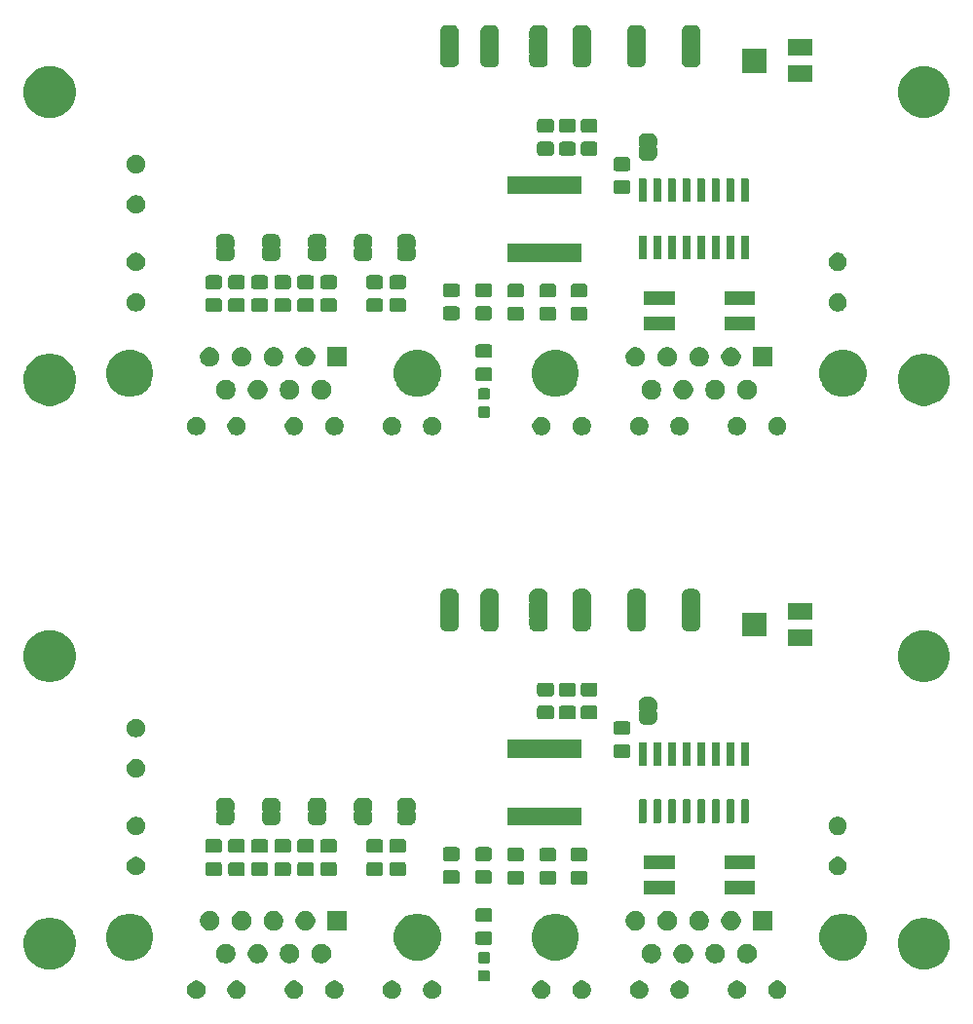
<source format=gts>
G04 #@! TF.GenerationSoftware,KiCad,Pcbnew,(5.1.5)-3*
G04 #@! TF.CreationDate,2020-05-09T11:27:17+02:00*
G04 #@! TF.ProjectId,ICHaus,49434861-7573-42e6-9b69-6361645f7063,rev?*
G04 #@! TF.SameCoordinates,PX6422c40PYa6e49c0*
G04 #@! TF.FileFunction,Soldermask,Top*
G04 #@! TF.FilePolarity,Negative*
%FSLAX46Y46*%
G04 Gerber Fmt 4.6, Leading zero omitted, Abs format (unit mm)*
G04 Created by KiCad (PCBNEW (5.1.5)-3) date 2020-05-09 11:27:17*
%MOMM*%
%LPD*%
G04 APERTURE LIST*
%ADD10C,0.100000*%
G04 APERTURE END LIST*
D10*
G36*
X-17016358Y8770219D02*
G01*
X-16870586Y8709838D01*
X-16870584Y8709837D01*
X-16739392Y8622178D01*
X-16627822Y8510608D01*
X-16540163Y8379416D01*
X-16540162Y8379414D01*
X-16479781Y8233642D01*
X-16449000Y8078893D01*
X-16449000Y7921107D01*
X-16479781Y7766358D01*
X-16540162Y7620586D01*
X-16540163Y7620584D01*
X-16627822Y7489392D01*
X-16739392Y7377822D01*
X-16870584Y7290163D01*
X-16870585Y7290162D01*
X-16870586Y7290162D01*
X-17016358Y7229781D01*
X-17171107Y7199000D01*
X-17328893Y7199000D01*
X-17483642Y7229781D01*
X-17629414Y7290162D01*
X-17629415Y7290162D01*
X-17629416Y7290163D01*
X-17760608Y7377822D01*
X-17872178Y7489392D01*
X-17959837Y7620584D01*
X-17959838Y7620586D01*
X-18020219Y7766358D01*
X-18051000Y7921107D01*
X-18051000Y8078893D01*
X-18020219Y8233642D01*
X-17959838Y8379414D01*
X-17959837Y8379416D01*
X-17872178Y8510608D01*
X-17760608Y8622178D01*
X-17629416Y8709837D01*
X-17629414Y8709838D01*
X-17483642Y8770219D01*
X-17328893Y8801000D01*
X-17171107Y8801000D01*
X-17016358Y8770219D01*
G37*
G36*
X-20516358Y8770219D02*
G01*
X-20370586Y8709838D01*
X-20370584Y8709837D01*
X-20239392Y8622178D01*
X-20127822Y8510608D01*
X-20040163Y8379416D01*
X-20040162Y8379414D01*
X-19979781Y8233642D01*
X-19949000Y8078893D01*
X-19949000Y7921107D01*
X-19979781Y7766358D01*
X-20040162Y7620586D01*
X-20040163Y7620584D01*
X-20127822Y7489392D01*
X-20239392Y7377822D01*
X-20370584Y7290163D01*
X-20370585Y7290162D01*
X-20370586Y7290162D01*
X-20516358Y7229781D01*
X-20671107Y7199000D01*
X-20828893Y7199000D01*
X-20983642Y7229781D01*
X-21129414Y7290162D01*
X-21129415Y7290162D01*
X-21129416Y7290163D01*
X-21260608Y7377822D01*
X-21372178Y7489392D01*
X-21459837Y7620584D01*
X-21459838Y7620586D01*
X-21520219Y7766358D01*
X-21551000Y7921107D01*
X-21551000Y8078893D01*
X-21520219Y8233642D01*
X-21459838Y8379414D01*
X-21459837Y8379416D01*
X-21372178Y8510608D01*
X-21260608Y8622178D01*
X-21129416Y8709837D01*
X-21129414Y8709838D01*
X-20983642Y8770219D01*
X-20828893Y8801000D01*
X-20671107Y8801000D01*
X-20516358Y8770219D01*
G37*
G36*
X-29016358Y8770219D02*
G01*
X-28870586Y8709838D01*
X-28870584Y8709837D01*
X-28739392Y8622178D01*
X-28627822Y8510608D01*
X-28540163Y8379416D01*
X-28540162Y8379414D01*
X-28479781Y8233642D01*
X-28449000Y8078893D01*
X-28449000Y7921107D01*
X-28479781Y7766358D01*
X-28540162Y7620586D01*
X-28540163Y7620584D01*
X-28627822Y7489392D01*
X-28739392Y7377822D01*
X-28870584Y7290163D01*
X-28870585Y7290162D01*
X-28870586Y7290162D01*
X-29016358Y7229781D01*
X-29171107Y7199000D01*
X-29328893Y7199000D01*
X-29483642Y7229781D01*
X-29629414Y7290162D01*
X-29629415Y7290162D01*
X-29629416Y7290163D01*
X-29760608Y7377822D01*
X-29872178Y7489392D01*
X-29959837Y7620584D01*
X-29959838Y7620586D01*
X-30020219Y7766358D01*
X-30051000Y7921107D01*
X-30051000Y8078893D01*
X-30020219Y8233642D01*
X-29959838Y8379414D01*
X-29959837Y8379416D01*
X-29872178Y8510608D01*
X-29760608Y8622178D01*
X-29629416Y8709837D01*
X-29629414Y8709838D01*
X-29483642Y8770219D01*
X-29328893Y8801000D01*
X-29171107Y8801000D01*
X-29016358Y8770219D01*
G37*
G36*
X-25516358Y8770219D02*
G01*
X-25370586Y8709838D01*
X-25370584Y8709837D01*
X-25239392Y8622178D01*
X-25127822Y8510608D01*
X-25040163Y8379416D01*
X-25040162Y8379414D01*
X-24979781Y8233642D01*
X-24949000Y8078893D01*
X-24949000Y7921107D01*
X-24979781Y7766358D01*
X-25040162Y7620586D01*
X-25040163Y7620584D01*
X-25127822Y7489392D01*
X-25239392Y7377822D01*
X-25370584Y7290163D01*
X-25370585Y7290162D01*
X-25370586Y7290162D01*
X-25516358Y7229781D01*
X-25671107Y7199000D01*
X-25828893Y7199000D01*
X-25983642Y7229781D01*
X-26129414Y7290162D01*
X-26129415Y7290162D01*
X-26129416Y7290163D01*
X-26260608Y7377822D01*
X-26372178Y7489392D01*
X-26459837Y7620584D01*
X-26459838Y7620586D01*
X-26520219Y7766358D01*
X-26551000Y7921107D01*
X-26551000Y8078893D01*
X-26520219Y8233642D01*
X-26459838Y8379414D01*
X-26459837Y8379416D01*
X-26372178Y8510608D01*
X-26260608Y8622178D01*
X-26129416Y8709837D01*
X-26129414Y8709838D01*
X-25983642Y8770219D01*
X-25828893Y8801000D01*
X-25671107Y8801000D01*
X-25516358Y8770219D01*
G37*
G36*
X-37516358Y8770219D02*
G01*
X-37370586Y8709838D01*
X-37370584Y8709837D01*
X-37239392Y8622178D01*
X-37127822Y8510608D01*
X-37040163Y8379416D01*
X-37040162Y8379414D01*
X-36979781Y8233642D01*
X-36949000Y8078893D01*
X-36949000Y7921107D01*
X-36979781Y7766358D01*
X-37040162Y7620586D01*
X-37040163Y7620584D01*
X-37127822Y7489392D01*
X-37239392Y7377822D01*
X-37370584Y7290163D01*
X-37370585Y7290162D01*
X-37370586Y7290162D01*
X-37516358Y7229781D01*
X-37671107Y7199000D01*
X-37828893Y7199000D01*
X-37983642Y7229781D01*
X-38129414Y7290162D01*
X-38129415Y7290162D01*
X-38129416Y7290163D01*
X-38260608Y7377822D01*
X-38372178Y7489392D01*
X-38459837Y7620584D01*
X-38459838Y7620586D01*
X-38520219Y7766358D01*
X-38551000Y7921107D01*
X-38551000Y8078893D01*
X-38520219Y8233642D01*
X-38459838Y8379414D01*
X-38459837Y8379416D01*
X-38372178Y8510608D01*
X-38260608Y8622178D01*
X-38129416Y8709837D01*
X-38129414Y8709838D01*
X-37983642Y8770219D01*
X-37828893Y8801000D01*
X-37671107Y8801000D01*
X-37516358Y8770219D01*
G37*
G36*
X-34016358Y8770219D02*
G01*
X-33870586Y8709838D01*
X-33870584Y8709837D01*
X-33739392Y8622178D01*
X-33627822Y8510608D01*
X-33540163Y8379416D01*
X-33540162Y8379414D01*
X-33479781Y8233642D01*
X-33449000Y8078893D01*
X-33449000Y7921107D01*
X-33479781Y7766358D01*
X-33540162Y7620586D01*
X-33540163Y7620584D01*
X-33627822Y7489392D01*
X-33739392Y7377822D01*
X-33870584Y7290163D01*
X-33870585Y7290162D01*
X-33870586Y7290162D01*
X-34016358Y7229781D01*
X-34171107Y7199000D01*
X-34328893Y7199000D01*
X-34483642Y7229781D01*
X-34629414Y7290162D01*
X-34629415Y7290162D01*
X-34629416Y7290163D01*
X-34760608Y7377822D01*
X-34872178Y7489392D01*
X-34959837Y7620584D01*
X-34959838Y7620586D01*
X-35020219Y7766358D01*
X-35051000Y7921107D01*
X-35051000Y8078893D01*
X-35020219Y8233642D01*
X-34959838Y8379414D01*
X-34959837Y8379416D01*
X-34872178Y8510608D01*
X-34760608Y8622178D01*
X-34629416Y8709837D01*
X-34629414Y8709838D01*
X-34483642Y8770219D01*
X-34328893Y8801000D01*
X-34171107Y8801000D01*
X-34016358Y8770219D01*
G37*
G36*
X-50516358Y8770219D02*
G01*
X-50370586Y8709838D01*
X-50370584Y8709837D01*
X-50239392Y8622178D01*
X-50127822Y8510608D01*
X-50040163Y8379416D01*
X-50040162Y8379414D01*
X-49979781Y8233642D01*
X-49949000Y8078893D01*
X-49949000Y7921107D01*
X-49979781Y7766358D01*
X-50040162Y7620586D01*
X-50040163Y7620584D01*
X-50127822Y7489392D01*
X-50239392Y7377822D01*
X-50370584Y7290163D01*
X-50370585Y7290162D01*
X-50370586Y7290162D01*
X-50516358Y7229781D01*
X-50671107Y7199000D01*
X-50828893Y7199000D01*
X-50983642Y7229781D01*
X-51129414Y7290162D01*
X-51129415Y7290162D01*
X-51129416Y7290163D01*
X-51260608Y7377822D01*
X-51372178Y7489392D01*
X-51459837Y7620584D01*
X-51459838Y7620586D01*
X-51520219Y7766358D01*
X-51551000Y7921107D01*
X-51551000Y8078893D01*
X-51520219Y8233642D01*
X-51459838Y8379414D01*
X-51459837Y8379416D01*
X-51372178Y8510608D01*
X-51260608Y8622178D01*
X-51129416Y8709837D01*
X-51129414Y8709838D01*
X-50983642Y8770219D01*
X-50828893Y8801000D01*
X-50671107Y8801000D01*
X-50516358Y8770219D01*
G37*
G36*
X-59016358Y8770219D02*
G01*
X-58870586Y8709838D01*
X-58870584Y8709837D01*
X-58739392Y8622178D01*
X-58627822Y8510608D01*
X-58540163Y8379416D01*
X-58540162Y8379414D01*
X-58479781Y8233642D01*
X-58449000Y8078893D01*
X-58449000Y7921107D01*
X-58479781Y7766358D01*
X-58540162Y7620586D01*
X-58540163Y7620584D01*
X-58627822Y7489392D01*
X-58739392Y7377822D01*
X-58870584Y7290163D01*
X-58870585Y7290162D01*
X-58870586Y7290162D01*
X-59016358Y7229781D01*
X-59171107Y7199000D01*
X-59328893Y7199000D01*
X-59483642Y7229781D01*
X-59629414Y7290162D01*
X-59629415Y7290162D01*
X-59629416Y7290163D01*
X-59760608Y7377822D01*
X-59872178Y7489392D01*
X-59959837Y7620584D01*
X-59959838Y7620586D01*
X-60020219Y7766358D01*
X-60051000Y7921107D01*
X-60051000Y8078893D01*
X-60020219Y8233642D01*
X-59959838Y8379414D01*
X-59959837Y8379416D01*
X-59872178Y8510608D01*
X-59760608Y8622178D01*
X-59629416Y8709837D01*
X-59629414Y8709838D01*
X-59483642Y8770219D01*
X-59328893Y8801000D01*
X-59171107Y8801000D01*
X-59016358Y8770219D01*
G37*
G36*
X-55516358Y8770219D02*
G01*
X-55370586Y8709838D01*
X-55370584Y8709837D01*
X-55239392Y8622178D01*
X-55127822Y8510608D01*
X-55040163Y8379416D01*
X-55040162Y8379414D01*
X-54979781Y8233642D01*
X-54949000Y8078893D01*
X-54949000Y7921107D01*
X-54979781Y7766358D01*
X-55040162Y7620586D01*
X-55040163Y7620584D01*
X-55127822Y7489392D01*
X-55239392Y7377822D01*
X-55370584Y7290163D01*
X-55370585Y7290162D01*
X-55370586Y7290162D01*
X-55516358Y7229781D01*
X-55671107Y7199000D01*
X-55828893Y7199000D01*
X-55983642Y7229781D01*
X-56129414Y7290162D01*
X-56129415Y7290162D01*
X-56129416Y7290163D01*
X-56260608Y7377822D01*
X-56372178Y7489392D01*
X-56459837Y7620584D01*
X-56459838Y7620586D01*
X-56520219Y7766358D01*
X-56551000Y7921107D01*
X-56551000Y8078893D01*
X-56520219Y8233642D01*
X-56459838Y8379414D01*
X-56459837Y8379416D01*
X-56372178Y8510608D01*
X-56260608Y8622178D01*
X-56129416Y8709837D01*
X-56129414Y8709838D01*
X-55983642Y8770219D01*
X-55828893Y8801000D01*
X-55671107Y8801000D01*
X-55516358Y8770219D01*
G37*
G36*
X-67516358Y8770219D02*
G01*
X-67370586Y8709838D01*
X-67370584Y8709837D01*
X-67239392Y8622178D01*
X-67127822Y8510608D01*
X-67040163Y8379416D01*
X-67040162Y8379414D01*
X-66979781Y8233642D01*
X-66949000Y8078893D01*
X-66949000Y7921107D01*
X-66979781Y7766358D01*
X-67040162Y7620586D01*
X-67040163Y7620584D01*
X-67127822Y7489392D01*
X-67239392Y7377822D01*
X-67370584Y7290163D01*
X-67370585Y7290162D01*
X-67370586Y7290162D01*
X-67516358Y7229781D01*
X-67671107Y7199000D01*
X-67828893Y7199000D01*
X-67983642Y7229781D01*
X-68129414Y7290162D01*
X-68129415Y7290162D01*
X-68129416Y7290163D01*
X-68260608Y7377822D01*
X-68372178Y7489392D01*
X-68459837Y7620584D01*
X-68459838Y7620586D01*
X-68520219Y7766358D01*
X-68551000Y7921107D01*
X-68551000Y8078893D01*
X-68520219Y8233642D01*
X-68459838Y8379414D01*
X-68459837Y8379416D01*
X-68372178Y8510608D01*
X-68260608Y8622178D01*
X-68129416Y8709837D01*
X-68129414Y8709838D01*
X-67983642Y8770219D01*
X-67828893Y8801000D01*
X-67671107Y8801000D01*
X-67516358Y8770219D01*
G37*
G36*
X-64016358Y8770219D02*
G01*
X-63870586Y8709838D01*
X-63870584Y8709837D01*
X-63739392Y8622178D01*
X-63627822Y8510608D01*
X-63540163Y8379416D01*
X-63540162Y8379414D01*
X-63479781Y8233642D01*
X-63449000Y8078893D01*
X-63449000Y7921107D01*
X-63479781Y7766358D01*
X-63540162Y7620586D01*
X-63540163Y7620584D01*
X-63627822Y7489392D01*
X-63739392Y7377822D01*
X-63870584Y7290163D01*
X-63870585Y7290162D01*
X-63870586Y7290162D01*
X-64016358Y7229781D01*
X-64171107Y7199000D01*
X-64328893Y7199000D01*
X-64483642Y7229781D01*
X-64629414Y7290162D01*
X-64629415Y7290162D01*
X-64629416Y7290163D01*
X-64760608Y7377822D01*
X-64872178Y7489392D01*
X-64959837Y7620584D01*
X-64959838Y7620586D01*
X-65020219Y7766358D01*
X-65051000Y7921107D01*
X-65051000Y8078893D01*
X-65020219Y8233642D01*
X-64959838Y8379414D01*
X-64959837Y8379416D01*
X-64872178Y8510608D01*
X-64760608Y8622178D01*
X-64629416Y8709837D01*
X-64629414Y8709838D01*
X-64483642Y8770219D01*
X-64328893Y8801000D01*
X-64171107Y8801000D01*
X-64016358Y8770219D01*
G37*
G36*
X-47016358Y8770219D02*
G01*
X-46870586Y8709838D01*
X-46870584Y8709837D01*
X-46739392Y8622178D01*
X-46627822Y8510608D01*
X-46540163Y8379416D01*
X-46540162Y8379414D01*
X-46479781Y8233642D01*
X-46449000Y8078893D01*
X-46449000Y7921107D01*
X-46479781Y7766358D01*
X-46540162Y7620586D01*
X-46540163Y7620584D01*
X-46627822Y7489392D01*
X-46739392Y7377822D01*
X-46870584Y7290163D01*
X-46870585Y7290162D01*
X-46870586Y7290162D01*
X-47016358Y7229781D01*
X-47171107Y7199000D01*
X-47328893Y7199000D01*
X-47483642Y7229781D01*
X-47629414Y7290162D01*
X-47629415Y7290162D01*
X-47629416Y7290163D01*
X-47760608Y7377822D01*
X-47872178Y7489392D01*
X-47959837Y7620584D01*
X-47959838Y7620586D01*
X-48020219Y7766358D01*
X-48051000Y7921107D01*
X-48051000Y8078893D01*
X-48020219Y8233642D01*
X-47959838Y8379414D01*
X-47959837Y8379416D01*
X-47872178Y8510608D01*
X-47760608Y8622178D01*
X-47629416Y8709837D01*
X-47629414Y8709838D01*
X-47483642Y8770219D01*
X-47328893Y8801000D01*
X-47171107Y8801000D01*
X-47016358Y8770219D01*
G37*
G36*
X-42370409Y9696915D02*
G01*
X-42336431Y9686607D01*
X-42305110Y9669866D01*
X-42277661Y9647339D01*
X-42255134Y9619890D01*
X-42238393Y9588569D01*
X-42228085Y9554591D01*
X-42224000Y9513110D01*
X-42224000Y8911890D01*
X-42228085Y8870409D01*
X-42238393Y8836431D01*
X-42255134Y8805110D01*
X-42277661Y8777661D01*
X-42305110Y8755134D01*
X-42336431Y8738393D01*
X-42370409Y8728085D01*
X-42411890Y8724000D01*
X-43088110Y8724000D01*
X-43129591Y8728085D01*
X-43163569Y8738393D01*
X-43194890Y8755134D01*
X-43222339Y8777661D01*
X-43244866Y8805110D01*
X-43261607Y8836431D01*
X-43271915Y8870409D01*
X-43276000Y8911890D01*
X-43276000Y9513110D01*
X-43271915Y9554591D01*
X-43261607Y9588569D01*
X-43244866Y9619890D01*
X-43222339Y9647339D01*
X-43194890Y9669866D01*
X-43163569Y9686607D01*
X-43129591Y9696915D01*
X-43088110Y9701000D01*
X-42411890Y9701000D01*
X-42370409Y9696915D01*
G37*
G36*
X-4061047Y14206767D02*
G01*
X-3843699Y14163534D01*
X-3434225Y13993924D01*
X-3065708Y13747689D01*
X-2752311Y13434292D01*
X-2506076Y13065775D01*
X-2441019Y12908715D01*
X-2336466Y12656300D01*
X-2250000Y12221607D01*
X-2250000Y11778393D01*
X-2292825Y11563100D01*
X-2336466Y11343699D01*
X-2506076Y10934225D01*
X-2752311Y10565708D01*
X-3065708Y10252311D01*
X-3434225Y10006076D01*
X-3843699Y9836466D01*
X-4278393Y9750000D01*
X-4721607Y9750000D01*
X-5156301Y9836466D01*
X-5565775Y10006076D01*
X-5934292Y10252311D01*
X-6247689Y10565708D01*
X-6493924Y10934225D01*
X-6663534Y11343699D01*
X-6707175Y11563100D01*
X-6750000Y11778393D01*
X-6750000Y12221607D01*
X-6663534Y12656300D01*
X-6558980Y12908715D01*
X-6493924Y13065775D01*
X-6247689Y13434292D01*
X-5934292Y13747689D01*
X-5565775Y13993924D01*
X-5156301Y14163534D01*
X-4938953Y14206767D01*
X-4721607Y14250000D01*
X-4278393Y14250000D01*
X-4061047Y14206767D01*
G37*
G36*
X-80061047Y14206767D02*
G01*
X-79843699Y14163534D01*
X-79434225Y13993924D01*
X-79065708Y13747689D01*
X-78752311Y13434292D01*
X-78506076Y13065775D01*
X-78441019Y12908715D01*
X-78336466Y12656300D01*
X-78250000Y12221607D01*
X-78250000Y11778393D01*
X-78292825Y11563100D01*
X-78336466Y11343699D01*
X-78506076Y10934225D01*
X-78752311Y10565708D01*
X-79065708Y10252311D01*
X-79434225Y10006076D01*
X-79843699Y9836466D01*
X-80278393Y9750000D01*
X-80721607Y9750000D01*
X-81156301Y9836466D01*
X-81565775Y10006076D01*
X-81934292Y10252311D01*
X-82247689Y10565708D01*
X-82493924Y10934225D01*
X-82663534Y11343699D01*
X-82707175Y11563100D01*
X-82750000Y11778393D01*
X-82750000Y12221607D01*
X-82663534Y12656300D01*
X-82558980Y12908715D01*
X-82493924Y13065775D01*
X-82247689Y13434292D01*
X-81934292Y13747689D01*
X-81565775Y13993924D01*
X-81156301Y14163534D01*
X-80938953Y14206767D01*
X-80721607Y14250000D01*
X-80278393Y14250000D01*
X-80061047Y14206767D01*
G37*
G36*
X-42370409Y11271915D02*
G01*
X-42336431Y11261607D01*
X-42305110Y11244866D01*
X-42277661Y11222339D01*
X-42255134Y11194890D01*
X-42238393Y11163569D01*
X-42228085Y11129591D01*
X-42224000Y11088110D01*
X-42224000Y10486890D01*
X-42228085Y10445409D01*
X-42238393Y10411431D01*
X-42255134Y10380110D01*
X-42277661Y10352661D01*
X-42305110Y10330134D01*
X-42336431Y10313393D01*
X-42370409Y10303085D01*
X-42411890Y10299000D01*
X-43088110Y10299000D01*
X-43129591Y10303085D01*
X-43163569Y10313393D01*
X-43194890Y10330134D01*
X-43222339Y10352661D01*
X-43244866Y10380110D01*
X-43261607Y10411431D01*
X-43271915Y10445409D01*
X-43276000Y10486890D01*
X-43276000Y11088110D01*
X-43271915Y11129591D01*
X-43261607Y11163569D01*
X-43244866Y11194890D01*
X-43222339Y11222339D01*
X-43194890Y11244866D01*
X-43163569Y11261607D01*
X-43129591Y11271915D01*
X-43088110Y11276000D01*
X-42411890Y11276000D01*
X-42370409Y11271915D01*
G37*
G36*
X-27946772Y11978297D02*
G01*
X-27791900Y11914147D01*
X-27652519Y11821015D01*
X-27533985Y11702481D01*
X-27440853Y11563100D01*
X-27376703Y11408228D01*
X-27344000Y11243816D01*
X-27344000Y11076184D01*
X-27376703Y10911772D01*
X-27440853Y10756900D01*
X-27533985Y10617519D01*
X-27652519Y10498985D01*
X-27791900Y10405853D01*
X-27946772Y10341703D01*
X-28111184Y10309000D01*
X-28278816Y10309000D01*
X-28443228Y10341703D01*
X-28598100Y10405853D01*
X-28737481Y10498985D01*
X-28856015Y10617519D01*
X-28949147Y10756900D01*
X-29013297Y10911772D01*
X-29046000Y11076184D01*
X-29046000Y11243816D01*
X-29013297Y11408228D01*
X-28949147Y11563100D01*
X-28856015Y11702481D01*
X-28737481Y11821015D01*
X-28598100Y11914147D01*
X-28443228Y11978297D01*
X-28278816Y12011000D01*
X-28111184Y12011000D01*
X-27946772Y11978297D01*
G37*
G36*
X-59406772Y11978297D02*
G01*
X-59251900Y11914147D01*
X-59112519Y11821015D01*
X-58993985Y11702481D01*
X-58900853Y11563100D01*
X-58836703Y11408228D01*
X-58804000Y11243816D01*
X-58804000Y11076184D01*
X-58836703Y10911772D01*
X-58900853Y10756900D01*
X-58993985Y10617519D01*
X-59112519Y10498985D01*
X-59251900Y10405853D01*
X-59406772Y10341703D01*
X-59571184Y10309000D01*
X-59738816Y10309000D01*
X-59903228Y10341703D01*
X-60058100Y10405853D01*
X-60197481Y10498985D01*
X-60316015Y10617519D01*
X-60409147Y10756900D01*
X-60473297Y10911772D01*
X-60506000Y11076184D01*
X-60506000Y11243816D01*
X-60473297Y11408228D01*
X-60409147Y11563100D01*
X-60316015Y11702481D01*
X-60197481Y11821015D01*
X-60058100Y11914147D01*
X-59903228Y11978297D01*
X-59738816Y12011000D01*
X-59571184Y12011000D01*
X-59406772Y11978297D01*
G37*
G36*
X-62176772Y11978297D02*
G01*
X-62021900Y11914147D01*
X-61882519Y11821015D01*
X-61763985Y11702481D01*
X-61670853Y11563100D01*
X-61606703Y11408228D01*
X-61574000Y11243816D01*
X-61574000Y11076184D01*
X-61606703Y10911772D01*
X-61670853Y10756900D01*
X-61763985Y10617519D01*
X-61882519Y10498985D01*
X-62021900Y10405853D01*
X-62176772Y10341703D01*
X-62341184Y10309000D01*
X-62508816Y10309000D01*
X-62673228Y10341703D01*
X-62828100Y10405853D01*
X-62967481Y10498985D01*
X-63086015Y10617519D01*
X-63179147Y10756900D01*
X-63243297Y10911772D01*
X-63276000Y11076184D01*
X-63276000Y11243816D01*
X-63243297Y11408228D01*
X-63179147Y11563100D01*
X-63086015Y11702481D01*
X-62967481Y11821015D01*
X-62828100Y11914147D01*
X-62673228Y11978297D01*
X-62508816Y12011000D01*
X-62341184Y12011000D01*
X-62176772Y11978297D01*
G37*
G36*
X-64946772Y11978297D02*
G01*
X-64791900Y11914147D01*
X-64652519Y11821015D01*
X-64533985Y11702481D01*
X-64440853Y11563100D01*
X-64376703Y11408228D01*
X-64344000Y11243816D01*
X-64344000Y11076184D01*
X-64376703Y10911772D01*
X-64440853Y10756900D01*
X-64533985Y10617519D01*
X-64652519Y10498985D01*
X-64791900Y10405853D01*
X-64946772Y10341703D01*
X-65111184Y10309000D01*
X-65278816Y10309000D01*
X-65443228Y10341703D01*
X-65598100Y10405853D01*
X-65737481Y10498985D01*
X-65856015Y10617519D01*
X-65949147Y10756900D01*
X-66013297Y10911772D01*
X-66046000Y11076184D01*
X-66046000Y11243816D01*
X-66013297Y11408228D01*
X-65949147Y11563100D01*
X-65856015Y11702481D01*
X-65737481Y11821015D01*
X-65598100Y11914147D01*
X-65443228Y11978297D01*
X-65278816Y12011000D01*
X-65111184Y12011000D01*
X-64946772Y11978297D01*
G37*
G36*
X-25176772Y11978297D02*
G01*
X-25021900Y11914147D01*
X-24882519Y11821015D01*
X-24763985Y11702481D01*
X-24670853Y11563100D01*
X-24606703Y11408228D01*
X-24574000Y11243816D01*
X-24574000Y11076184D01*
X-24606703Y10911772D01*
X-24670853Y10756900D01*
X-24763985Y10617519D01*
X-24882519Y10498985D01*
X-25021900Y10405853D01*
X-25176772Y10341703D01*
X-25341184Y10309000D01*
X-25508816Y10309000D01*
X-25673228Y10341703D01*
X-25828100Y10405853D01*
X-25967481Y10498985D01*
X-26086015Y10617519D01*
X-26179147Y10756900D01*
X-26243297Y10911772D01*
X-26276000Y11076184D01*
X-26276000Y11243816D01*
X-26243297Y11408228D01*
X-26179147Y11563100D01*
X-26086015Y11702481D01*
X-25967481Y11821015D01*
X-25828100Y11914147D01*
X-25673228Y11978297D01*
X-25508816Y12011000D01*
X-25341184Y12011000D01*
X-25176772Y11978297D01*
G37*
G36*
X-22406772Y11978297D02*
G01*
X-22251900Y11914147D01*
X-22112519Y11821015D01*
X-21993985Y11702481D01*
X-21900853Y11563100D01*
X-21836703Y11408228D01*
X-21804000Y11243816D01*
X-21804000Y11076184D01*
X-21836703Y10911772D01*
X-21900853Y10756900D01*
X-21993985Y10617519D01*
X-22112519Y10498985D01*
X-22251900Y10405853D01*
X-22406772Y10341703D01*
X-22571184Y10309000D01*
X-22738816Y10309000D01*
X-22903228Y10341703D01*
X-23058100Y10405853D01*
X-23197481Y10498985D01*
X-23316015Y10617519D01*
X-23409147Y10756900D01*
X-23473297Y10911772D01*
X-23506000Y11076184D01*
X-23506000Y11243816D01*
X-23473297Y11408228D01*
X-23409147Y11563100D01*
X-23316015Y11702481D01*
X-23197481Y11821015D01*
X-23058100Y11914147D01*
X-22903228Y11978297D01*
X-22738816Y12011000D01*
X-22571184Y12011000D01*
X-22406772Y11978297D01*
G37*
G36*
X-19636772Y11978297D02*
G01*
X-19481900Y11914147D01*
X-19342519Y11821015D01*
X-19223985Y11702481D01*
X-19130853Y11563100D01*
X-19066703Y11408228D01*
X-19034000Y11243816D01*
X-19034000Y11076184D01*
X-19066703Y10911772D01*
X-19130853Y10756900D01*
X-19223985Y10617519D01*
X-19342519Y10498985D01*
X-19481900Y10405853D01*
X-19636772Y10341703D01*
X-19801184Y10309000D01*
X-19968816Y10309000D01*
X-20133228Y10341703D01*
X-20288100Y10405853D01*
X-20427481Y10498985D01*
X-20546015Y10617519D01*
X-20639147Y10756900D01*
X-20703297Y10911772D01*
X-20736000Y11076184D01*
X-20736000Y11243816D01*
X-20703297Y11408228D01*
X-20639147Y11563100D01*
X-20546015Y11702481D01*
X-20427481Y11821015D01*
X-20288100Y11914147D01*
X-20133228Y11978297D01*
X-19968816Y12011000D01*
X-19801184Y12011000D01*
X-19636772Y11978297D01*
G37*
G36*
X-56636772Y11978297D02*
G01*
X-56481900Y11914147D01*
X-56342519Y11821015D01*
X-56223985Y11702481D01*
X-56130853Y11563100D01*
X-56066703Y11408228D01*
X-56034000Y11243816D01*
X-56034000Y11076184D01*
X-56066703Y10911772D01*
X-56130853Y10756900D01*
X-56223985Y10617519D01*
X-56342519Y10498985D01*
X-56481900Y10405853D01*
X-56636772Y10341703D01*
X-56801184Y10309000D01*
X-56968816Y10309000D01*
X-57133228Y10341703D01*
X-57288100Y10405853D01*
X-57427481Y10498985D01*
X-57546015Y10617519D01*
X-57639147Y10756900D01*
X-57703297Y10911772D01*
X-57736000Y11076184D01*
X-57736000Y11243816D01*
X-57703297Y11408228D01*
X-57639147Y11563100D01*
X-57546015Y11702481D01*
X-57427481Y11821015D01*
X-57288100Y11914147D01*
X-57133228Y11978297D01*
X-56968816Y12011000D01*
X-56801184Y12011000D01*
X-56636772Y11978297D01*
G37*
G36*
X-47941746Y14552182D02*
G01*
X-47581830Y14403100D01*
X-47568487Y14397573D01*
X-47232564Y14173116D01*
X-46946884Y13887436D01*
X-46856235Y13751771D01*
X-46722426Y13551511D01*
X-46567818Y13178254D01*
X-46489000Y12782007D01*
X-46489000Y12377993D01*
X-46567818Y11981746D01*
X-46683494Y11702480D01*
X-46722427Y11608487D01*
X-46946884Y11272564D01*
X-47232564Y10986884D01*
X-47568487Y10762427D01*
X-47568488Y10762426D01*
X-47568489Y10762426D01*
X-47941746Y10607818D01*
X-48337993Y10529000D01*
X-48742007Y10529000D01*
X-49138254Y10607818D01*
X-49511511Y10762426D01*
X-49511512Y10762426D01*
X-49511513Y10762427D01*
X-49847436Y10986884D01*
X-50133116Y11272564D01*
X-50357573Y11608487D01*
X-50396506Y11702480D01*
X-50512182Y11981746D01*
X-50591000Y12377993D01*
X-50591000Y12782007D01*
X-50512182Y13178254D01*
X-50357574Y13551511D01*
X-50223764Y13751771D01*
X-50133116Y13887436D01*
X-49847436Y14173116D01*
X-49511513Y14397573D01*
X-49498170Y14403100D01*
X-49138254Y14552182D01*
X-48742007Y14631000D01*
X-48337993Y14631000D01*
X-47941746Y14552182D01*
G37*
G36*
X-10941746Y14552182D02*
G01*
X-10581830Y14403100D01*
X-10568487Y14397573D01*
X-10232564Y14173116D01*
X-9946884Y13887436D01*
X-9856235Y13751771D01*
X-9722426Y13551511D01*
X-9567818Y13178254D01*
X-9489000Y12782007D01*
X-9489000Y12377993D01*
X-9567818Y11981746D01*
X-9683494Y11702480D01*
X-9722427Y11608487D01*
X-9946884Y11272564D01*
X-10232564Y10986884D01*
X-10568487Y10762427D01*
X-10568488Y10762426D01*
X-10568489Y10762426D01*
X-10941746Y10607818D01*
X-11337993Y10529000D01*
X-11742007Y10529000D01*
X-12138254Y10607818D01*
X-12511511Y10762426D01*
X-12511512Y10762426D01*
X-12511513Y10762427D01*
X-12847436Y10986884D01*
X-13133116Y11272564D01*
X-13357573Y11608487D01*
X-13396506Y11702480D01*
X-13512182Y11981746D01*
X-13591000Y12377993D01*
X-13591000Y12782007D01*
X-13512182Y13178254D01*
X-13357574Y13551511D01*
X-13223764Y13751771D01*
X-13133116Y13887436D01*
X-12847436Y14173116D01*
X-12511513Y14397573D01*
X-12498170Y14403100D01*
X-12138254Y14552182D01*
X-11742007Y14631000D01*
X-11337993Y14631000D01*
X-10941746Y14552182D01*
G37*
G36*
X-35941746Y14552182D02*
G01*
X-35581830Y14403100D01*
X-35568487Y14397573D01*
X-35232564Y14173116D01*
X-34946884Y13887436D01*
X-34856235Y13751771D01*
X-34722426Y13551511D01*
X-34567818Y13178254D01*
X-34489000Y12782007D01*
X-34489000Y12377993D01*
X-34567818Y11981746D01*
X-34683494Y11702480D01*
X-34722427Y11608487D01*
X-34946884Y11272564D01*
X-35232564Y10986884D01*
X-35568487Y10762427D01*
X-35568488Y10762426D01*
X-35568489Y10762426D01*
X-35941746Y10607818D01*
X-36337993Y10529000D01*
X-36742007Y10529000D01*
X-37138254Y10607818D01*
X-37511511Y10762426D01*
X-37511512Y10762426D01*
X-37511513Y10762427D01*
X-37847436Y10986884D01*
X-38133116Y11272564D01*
X-38357573Y11608487D01*
X-38396506Y11702480D01*
X-38512182Y11981746D01*
X-38591000Y12377993D01*
X-38591000Y12782007D01*
X-38512182Y13178254D01*
X-38357574Y13551511D01*
X-38223764Y13751771D01*
X-38133116Y13887436D01*
X-37847436Y14173116D01*
X-37511513Y14397573D01*
X-37498170Y14403100D01*
X-37138254Y14552182D01*
X-36742007Y14631000D01*
X-36337993Y14631000D01*
X-35941746Y14552182D01*
G37*
G36*
X-72941746Y14552182D02*
G01*
X-72581830Y14403100D01*
X-72568487Y14397573D01*
X-72232564Y14173116D01*
X-71946884Y13887436D01*
X-71856235Y13751771D01*
X-71722426Y13551511D01*
X-71567818Y13178254D01*
X-71489000Y12782007D01*
X-71489000Y12377993D01*
X-71567818Y11981746D01*
X-71683494Y11702480D01*
X-71722427Y11608487D01*
X-71946884Y11272564D01*
X-72232564Y10986884D01*
X-72568487Y10762427D01*
X-72568488Y10762426D01*
X-72568489Y10762426D01*
X-72941746Y10607818D01*
X-73337993Y10529000D01*
X-73742007Y10529000D01*
X-74138254Y10607818D01*
X-74511511Y10762426D01*
X-74511512Y10762426D01*
X-74511513Y10762427D01*
X-74847436Y10986884D01*
X-75133116Y11272564D01*
X-75357573Y11608487D01*
X-75396506Y11702480D01*
X-75512182Y11981746D01*
X-75591000Y12377993D01*
X-75591000Y12782007D01*
X-75512182Y13178254D01*
X-75357574Y13551511D01*
X-75223764Y13751771D01*
X-75133116Y13887436D01*
X-74847436Y14173116D01*
X-74511513Y14397573D01*
X-74498170Y14403100D01*
X-74138254Y14552182D01*
X-73742007Y14631000D01*
X-73337993Y14631000D01*
X-72941746Y14552182D01*
G37*
G36*
X-42216285Y13094844D02*
G01*
X-42171845Y13081363D01*
X-42130887Y13059470D01*
X-42094989Y13030011D01*
X-42065530Y12994113D01*
X-42043637Y12953155D01*
X-42030156Y12908715D01*
X-42025000Y12856360D01*
X-42025000Y12143640D01*
X-42030156Y12091285D01*
X-42043637Y12046845D01*
X-42065530Y12005887D01*
X-42094989Y11969989D01*
X-42130887Y11940530D01*
X-42171845Y11918637D01*
X-42216285Y11905156D01*
X-42268640Y11900000D01*
X-43231360Y11900000D01*
X-43283715Y11905156D01*
X-43328155Y11918637D01*
X-43369113Y11940530D01*
X-43405011Y11969989D01*
X-43434470Y12005887D01*
X-43456363Y12046845D01*
X-43469844Y12091285D01*
X-43475000Y12143640D01*
X-43475000Y12856360D01*
X-43469844Y12908715D01*
X-43456363Y12953155D01*
X-43434470Y12994113D01*
X-43405011Y13030011D01*
X-43369113Y13059470D01*
X-43328155Y13081363D01*
X-43283715Y13094844D01*
X-43231360Y13100000D01*
X-42268640Y13100000D01*
X-42216285Y13094844D01*
G37*
G36*
X-26561772Y14818297D02*
G01*
X-26406900Y14754147D01*
X-26267519Y14661015D01*
X-26148985Y14542481D01*
X-26055853Y14403100D01*
X-25991703Y14248228D01*
X-25959000Y14083816D01*
X-25959000Y13916184D01*
X-25991703Y13751772D01*
X-26055853Y13596900D01*
X-26148985Y13457519D01*
X-26267519Y13338985D01*
X-26406900Y13245853D01*
X-26561772Y13181703D01*
X-26726184Y13149000D01*
X-26893816Y13149000D01*
X-27058228Y13181703D01*
X-27213100Y13245853D01*
X-27352481Y13338985D01*
X-27471015Y13457519D01*
X-27564147Y13596900D01*
X-27628297Y13751772D01*
X-27661000Y13916184D01*
X-27661000Y14083816D01*
X-27628297Y14248228D01*
X-27564147Y14403100D01*
X-27471015Y14542481D01*
X-27352481Y14661015D01*
X-27213100Y14754147D01*
X-27058228Y14818297D01*
X-26893816Y14851000D01*
X-26726184Y14851000D01*
X-26561772Y14818297D01*
G37*
G36*
X-21021772Y14818297D02*
G01*
X-20866900Y14754147D01*
X-20727519Y14661015D01*
X-20608985Y14542481D01*
X-20515853Y14403100D01*
X-20451703Y14248228D01*
X-20419000Y14083816D01*
X-20419000Y13916184D01*
X-20451703Y13751772D01*
X-20515853Y13596900D01*
X-20608985Y13457519D01*
X-20727519Y13338985D01*
X-20866900Y13245853D01*
X-21021772Y13181703D01*
X-21186184Y13149000D01*
X-21353816Y13149000D01*
X-21518228Y13181703D01*
X-21673100Y13245853D01*
X-21812481Y13338985D01*
X-21931015Y13457519D01*
X-22024147Y13596900D01*
X-22088297Y13751772D01*
X-22121000Y13916184D01*
X-22121000Y14083816D01*
X-22088297Y14248228D01*
X-22024147Y14403100D01*
X-21931015Y14542481D01*
X-21812481Y14661015D01*
X-21673100Y14754147D01*
X-21518228Y14818297D01*
X-21353816Y14851000D01*
X-21186184Y14851000D01*
X-21021772Y14818297D01*
G37*
G36*
X-17649000Y13149000D02*
G01*
X-19351000Y13149000D01*
X-19351000Y14851000D01*
X-17649000Y14851000D01*
X-17649000Y13149000D01*
G37*
G36*
X-23791772Y14818297D02*
G01*
X-23636900Y14754147D01*
X-23497519Y14661015D01*
X-23378985Y14542481D01*
X-23285853Y14403100D01*
X-23221703Y14248228D01*
X-23189000Y14083816D01*
X-23189000Y13916184D01*
X-23221703Y13751772D01*
X-23285853Y13596900D01*
X-23378985Y13457519D01*
X-23497519Y13338985D01*
X-23636900Y13245853D01*
X-23791772Y13181703D01*
X-23956184Y13149000D01*
X-24123816Y13149000D01*
X-24288228Y13181703D01*
X-24443100Y13245853D01*
X-24582481Y13338985D01*
X-24701015Y13457519D01*
X-24794147Y13596900D01*
X-24858297Y13751772D01*
X-24891000Y13916184D01*
X-24891000Y14083816D01*
X-24858297Y14248228D01*
X-24794147Y14403100D01*
X-24701015Y14542481D01*
X-24582481Y14661015D01*
X-24443100Y14754147D01*
X-24288228Y14818297D01*
X-24123816Y14851000D01*
X-23956184Y14851000D01*
X-23791772Y14818297D01*
G37*
G36*
X-29331772Y14818297D02*
G01*
X-29176900Y14754147D01*
X-29037519Y14661015D01*
X-28918985Y14542481D01*
X-28825853Y14403100D01*
X-28761703Y14248228D01*
X-28729000Y14083816D01*
X-28729000Y13916184D01*
X-28761703Y13751772D01*
X-28825853Y13596900D01*
X-28918985Y13457519D01*
X-29037519Y13338985D01*
X-29176900Y13245853D01*
X-29331772Y13181703D01*
X-29496184Y13149000D01*
X-29663816Y13149000D01*
X-29828228Y13181703D01*
X-29983100Y13245853D01*
X-30122481Y13338985D01*
X-30241015Y13457519D01*
X-30334147Y13596900D01*
X-30398297Y13751772D01*
X-30431000Y13916184D01*
X-30431000Y14083816D01*
X-30398297Y14248228D01*
X-30334147Y14403100D01*
X-30241015Y14542481D01*
X-30122481Y14661015D01*
X-29983100Y14754147D01*
X-29828228Y14818297D01*
X-29663816Y14851000D01*
X-29496184Y14851000D01*
X-29331772Y14818297D01*
G37*
G36*
X-66331772Y14818297D02*
G01*
X-66176900Y14754147D01*
X-66037519Y14661015D01*
X-65918985Y14542481D01*
X-65825853Y14403100D01*
X-65761703Y14248228D01*
X-65729000Y14083816D01*
X-65729000Y13916184D01*
X-65761703Y13751772D01*
X-65825853Y13596900D01*
X-65918985Y13457519D01*
X-66037519Y13338985D01*
X-66176900Y13245853D01*
X-66331772Y13181703D01*
X-66496184Y13149000D01*
X-66663816Y13149000D01*
X-66828228Y13181703D01*
X-66983100Y13245853D01*
X-67122481Y13338985D01*
X-67241015Y13457519D01*
X-67334147Y13596900D01*
X-67398297Y13751772D01*
X-67431000Y13916184D01*
X-67431000Y14083816D01*
X-67398297Y14248228D01*
X-67334147Y14403100D01*
X-67241015Y14542481D01*
X-67122481Y14661015D01*
X-66983100Y14754147D01*
X-66828228Y14818297D01*
X-66663816Y14851000D01*
X-66496184Y14851000D01*
X-66331772Y14818297D01*
G37*
G36*
X-63561772Y14818297D02*
G01*
X-63406900Y14754147D01*
X-63267519Y14661015D01*
X-63148985Y14542481D01*
X-63055853Y14403100D01*
X-62991703Y14248228D01*
X-62959000Y14083816D01*
X-62959000Y13916184D01*
X-62991703Y13751772D01*
X-63055853Y13596900D01*
X-63148985Y13457519D01*
X-63267519Y13338985D01*
X-63406900Y13245853D01*
X-63561772Y13181703D01*
X-63726184Y13149000D01*
X-63893816Y13149000D01*
X-64058228Y13181703D01*
X-64213100Y13245853D01*
X-64352481Y13338985D01*
X-64471015Y13457519D01*
X-64564147Y13596900D01*
X-64628297Y13751772D01*
X-64661000Y13916184D01*
X-64661000Y14083816D01*
X-64628297Y14248228D01*
X-64564147Y14403100D01*
X-64471015Y14542481D01*
X-64352481Y14661015D01*
X-64213100Y14754147D01*
X-64058228Y14818297D01*
X-63893816Y14851000D01*
X-63726184Y14851000D01*
X-63561772Y14818297D01*
G37*
G36*
X-60791772Y14818297D02*
G01*
X-60636900Y14754147D01*
X-60497519Y14661015D01*
X-60378985Y14542481D01*
X-60285853Y14403100D01*
X-60221703Y14248228D01*
X-60189000Y14083816D01*
X-60189000Y13916184D01*
X-60221703Y13751772D01*
X-60285853Y13596900D01*
X-60378985Y13457519D01*
X-60497519Y13338985D01*
X-60636900Y13245853D01*
X-60791772Y13181703D01*
X-60956184Y13149000D01*
X-61123816Y13149000D01*
X-61288228Y13181703D01*
X-61443100Y13245853D01*
X-61582481Y13338985D01*
X-61701015Y13457519D01*
X-61794147Y13596900D01*
X-61858297Y13751772D01*
X-61891000Y13916184D01*
X-61891000Y14083816D01*
X-61858297Y14248228D01*
X-61794147Y14403100D01*
X-61701015Y14542481D01*
X-61582481Y14661015D01*
X-61443100Y14754147D01*
X-61288228Y14818297D01*
X-61123816Y14851000D01*
X-60956184Y14851000D01*
X-60791772Y14818297D01*
G37*
G36*
X-58021772Y14818297D02*
G01*
X-57866900Y14754147D01*
X-57727519Y14661015D01*
X-57608985Y14542481D01*
X-57515853Y14403100D01*
X-57451703Y14248228D01*
X-57419000Y14083816D01*
X-57419000Y13916184D01*
X-57451703Y13751772D01*
X-57515853Y13596900D01*
X-57608985Y13457519D01*
X-57727519Y13338985D01*
X-57866900Y13245853D01*
X-58021772Y13181703D01*
X-58186184Y13149000D01*
X-58353816Y13149000D01*
X-58518228Y13181703D01*
X-58673100Y13245853D01*
X-58812481Y13338985D01*
X-58931015Y13457519D01*
X-59024147Y13596900D01*
X-59088297Y13751772D01*
X-59121000Y13916184D01*
X-59121000Y14083816D01*
X-59088297Y14248228D01*
X-59024147Y14403100D01*
X-58931015Y14542481D01*
X-58812481Y14661015D01*
X-58673100Y14754147D01*
X-58518228Y14818297D01*
X-58353816Y14851000D01*
X-58186184Y14851000D01*
X-58021772Y14818297D01*
G37*
G36*
X-54649000Y13149000D02*
G01*
X-56351000Y13149000D01*
X-56351000Y14851000D01*
X-54649000Y14851000D01*
X-54649000Y13149000D01*
G37*
G36*
X-42216285Y15094844D02*
G01*
X-42171845Y15081363D01*
X-42130887Y15059470D01*
X-42094989Y15030011D01*
X-42065530Y14994113D01*
X-42043637Y14953155D01*
X-42030156Y14908715D01*
X-42025000Y14856360D01*
X-42025000Y14143640D01*
X-42030156Y14091285D01*
X-42043637Y14046845D01*
X-42065530Y14005887D01*
X-42094989Y13969989D01*
X-42130887Y13940530D01*
X-42171845Y13918637D01*
X-42216285Y13905156D01*
X-42268640Y13900000D01*
X-43231360Y13900000D01*
X-43283715Y13905156D01*
X-43328155Y13918637D01*
X-43369113Y13940530D01*
X-43405011Y13969989D01*
X-43434470Y14005887D01*
X-43456363Y14046845D01*
X-43469844Y14091285D01*
X-43475000Y14143640D01*
X-43475000Y14856360D01*
X-43469844Y14908715D01*
X-43456363Y14953155D01*
X-43434470Y14994113D01*
X-43405011Y15030011D01*
X-43369113Y15059470D01*
X-43328155Y15081363D01*
X-43283715Y15094844D01*
X-43231360Y15100000D01*
X-42268640Y15100000D01*
X-42216285Y15094844D01*
G37*
G36*
X-26174000Y16319000D02*
G01*
X-28826000Y16319000D01*
X-28826000Y17481000D01*
X-26174000Y17481000D01*
X-26174000Y16319000D01*
G37*
G36*
X-19174000Y16319000D02*
G01*
X-21826000Y16319000D01*
X-21826000Y17481000D01*
X-19174000Y17481000D01*
X-19174000Y16319000D01*
G37*
G36*
X-33966285Y18344844D02*
G01*
X-33921845Y18331363D01*
X-33880887Y18309470D01*
X-33844989Y18280011D01*
X-33815530Y18244113D01*
X-33793637Y18203155D01*
X-33780156Y18158715D01*
X-33775000Y18106360D01*
X-33775000Y17393640D01*
X-33780156Y17341285D01*
X-33793637Y17296845D01*
X-33815530Y17255887D01*
X-33844989Y17219989D01*
X-33880887Y17190530D01*
X-33921845Y17168637D01*
X-33966285Y17155156D01*
X-34018640Y17150000D01*
X-34981360Y17150000D01*
X-35033715Y17155156D01*
X-35078155Y17168637D01*
X-35119113Y17190530D01*
X-35155011Y17219989D01*
X-35184470Y17255887D01*
X-35206363Y17296845D01*
X-35219844Y17341285D01*
X-35225000Y17393640D01*
X-35225000Y18106360D01*
X-35219844Y18158715D01*
X-35206363Y18203155D01*
X-35184470Y18244113D01*
X-35155011Y18280011D01*
X-35119113Y18309470D01*
X-35078155Y18331363D01*
X-35033715Y18344844D01*
X-34981360Y18350000D01*
X-34018640Y18350000D01*
X-33966285Y18344844D01*
G37*
G36*
X-36666285Y18344844D02*
G01*
X-36621845Y18331363D01*
X-36580887Y18309470D01*
X-36544989Y18280011D01*
X-36515530Y18244113D01*
X-36493637Y18203155D01*
X-36480156Y18158715D01*
X-36475000Y18106360D01*
X-36475000Y17393640D01*
X-36480156Y17341285D01*
X-36493637Y17296845D01*
X-36515530Y17255887D01*
X-36544989Y17219989D01*
X-36580887Y17190530D01*
X-36621845Y17168637D01*
X-36666285Y17155156D01*
X-36718640Y17150000D01*
X-37681360Y17150000D01*
X-37733715Y17155156D01*
X-37778155Y17168637D01*
X-37819113Y17190530D01*
X-37855011Y17219989D01*
X-37884470Y17255887D01*
X-37906363Y17296845D01*
X-37919844Y17341285D01*
X-37925000Y17393640D01*
X-37925000Y18106360D01*
X-37919844Y18158715D01*
X-37906363Y18203155D01*
X-37884470Y18244113D01*
X-37855011Y18280011D01*
X-37819113Y18309470D01*
X-37778155Y18331363D01*
X-37733715Y18344844D01*
X-37681360Y18350000D01*
X-36718640Y18350000D01*
X-36666285Y18344844D01*
G37*
G36*
X-39466285Y18344844D02*
G01*
X-39421845Y18331363D01*
X-39380887Y18309470D01*
X-39344989Y18280011D01*
X-39315530Y18244113D01*
X-39293637Y18203155D01*
X-39280156Y18158715D01*
X-39275000Y18106360D01*
X-39275000Y17393640D01*
X-39280156Y17341285D01*
X-39293637Y17296845D01*
X-39315530Y17255887D01*
X-39344989Y17219989D01*
X-39380887Y17190530D01*
X-39421845Y17168637D01*
X-39466285Y17155156D01*
X-39518640Y17150000D01*
X-40481360Y17150000D01*
X-40533715Y17155156D01*
X-40578155Y17168637D01*
X-40619113Y17190530D01*
X-40655011Y17219989D01*
X-40684470Y17255887D01*
X-40706363Y17296845D01*
X-40719844Y17341285D01*
X-40725000Y17393640D01*
X-40725000Y18106360D01*
X-40719844Y18158715D01*
X-40706363Y18203155D01*
X-40684470Y18244113D01*
X-40655011Y18280011D01*
X-40619113Y18309470D01*
X-40578155Y18331363D01*
X-40533715Y18344844D01*
X-40481360Y18350000D01*
X-39518640Y18350000D01*
X-39466285Y18344844D01*
G37*
G36*
X-42266285Y18394844D02*
G01*
X-42221845Y18381363D01*
X-42180887Y18359470D01*
X-42144989Y18330011D01*
X-42115530Y18294113D01*
X-42093637Y18253155D01*
X-42080156Y18208715D01*
X-42075000Y18156360D01*
X-42075000Y17443640D01*
X-42080156Y17391285D01*
X-42093637Y17346845D01*
X-42115530Y17305887D01*
X-42144989Y17269989D01*
X-42180887Y17240530D01*
X-42221845Y17218637D01*
X-42266285Y17205156D01*
X-42318640Y17200000D01*
X-43281360Y17200000D01*
X-43333715Y17205156D01*
X-43378155Y17218637D01*
X-43419113Y17240530D01*
X-43455011Y17269989D01*
X-43484470Y17305887D01*
X-43506363Y17346845D01*
X-43519844Y17391285D01*
X-43525000Y17443640D01*
X-43525000Y18156360D01*
X-43519844Y18208715D01*
X-43506363Y18253155D01*
X-43484470Y18294113D01*
X-43455011Y18330011D01*
X-43419113Y18359470D01*
X-43378155Y18381363D01*
X-43333715Y18394844D01*
X-43281360Y18400000D01*
X-42318640Y18400000D01*
X-42266285Y18394844D01*
G37*
G36*
X-45066285Y18394844D02*
G01*
X-45021845Y18381363D01*
X-44980887Y18359470D01*
X-44944989Y18330011D01*
X-44915530Y18294113D01*
X-44893637Y18253155D01*
X-44880156Y18208715D01*
X-44875000Y18156360D01*
X-44875000Y17443640D01*
X-44880156Y17391285D01*
X-44893637Y17346845D01*
X-44915530Y17305887D01*
X-44944989Y17269989D01*
X-44980887Y17240530D01*
X-45021845Y17218637D01*
X-45066285Y17205156D01*
X-45118640Y17200000D01*
X-46081360Y17200000D01*
X-46133715Y17205156D01*
X-46178155Y17218637D01*
X-46219113Y17240530D01*
X-46255011Y17269989D01*
X-46284470Y17305887D01*
X-46306363Y17346845D01*
X-46319844Y17391285D01*
X-46325000Y17443640D01*
X-46325000Y18156360D01*
X-46319844Y18208715D01*
X-46306363Y18253155D01*
X-46284470Y18294113D01*
X-46255011Y18330011D01*
X-46219113Y18359470D01*
X-46178155Y18381363D01*
X-46133715Y18394844D01*
X-46081360Y18400000D01*
X-45118640Y18400000D01*
X-45066285Y18394844D01*
G37*
G36*
X-55716285Y19094844D02*
G01*
X-55671845Y19081363D01*
X-55630887Y19059470D01*
X-55594989Y19030011D01*
X-55565530Y18994113D01*
X-55543637Y18953155D01*
X-55530156Y18908715D01*
X-55525000Y18856360D01*
X-55525000Y18143640D01*
X-55530156Y18091285D01*
X-55543637Y18046845D01*
X-55565530Y18005887D01*
X-55594989Y17969989D01*
X-55630887Y17940530D01*
X-55671845Y17918637D01*
X-55716285Y17905156D01*
X-55768640Y17900000D01*
X-56731360Y17900000D01*
X-56783715Y17905156D01*
X-56828155Y17918637D01*
X-56869113Y17940530D01*
X-56905011Y17969989D01*
X-56934470Y18005887D01*
X-56956363Y18046845D01*
X-56969844Y18091285D01*
X-56975000Y18143640D01*
X-56975000Y18856360D01*
X-56969844Y18908715D01*
X-56956363Y18953155D01*
X-56934470Y18994113D01*
X-56905011Y19030011D01*
X-56869113Y19059470D01*
X-56828155Y19081363D01*
X-56783715Y19094844D01*
X-56731360Y19100000D01*
X-55768640Y19100000D01*
X-55716285Y19094844D01*
G37*
G36*
X-61716285Y19094844D02*
G01*
X-61671845Y19081363D01*
X-61630887Y19059470D01*
X-61594989Y19030011D01*
X-61565530Y18994113D01*
X-61543637Y18953155D01*
X-61530156Y18908715D01*
X-61525000Y18856360D01*
X-61525000Y18143640D01*
X-61530156Y18091285D01*
X-61543637Y18046845D01*
X-61565530Y18005887D01*
X-61594989Y17969989D01*
X-61630887Y17940530D01*
X-61671845Y17918637D01*
X-61716285Y17905156D01*
X-61768640Y17900000D01*
X-62731360Y17900000D01*
X-62783715Y17905156D01*
X-62828155Y17918637D01*
X-62869113Y17940530D01*
X-62905011Y17969989D01*
X-62934470Y18005887D01*
X-62956363Y18046845D01*
X-62969844Y18091285D01*
X-62975000Y18143640D01*
X-62975000Y18856360D01*
X-62969844Y18908715D01*
X-62956363Y18953155D01*
X-62934470Y18994113D01*
X-62905011Y19030011D01*
X-62869113Y19059470D01*
X-62828155Y19081363D01*
X-62783715Y19094844D01*
X-62731360Y19100000D01*
X-61768640Y19100000D01*
X-61716285Y19094844D01*
G37*
G36*
X-51716285Y19094844D02*
G01*
X-51671845Y19081363D01*
X-51630887Y19059470D01*
X-51594989Y19030011D01*
X-51565530Y18994113D01*
X-51543637Y18953155D01*
X-51530156Y18908715D01*
X-51525000Y18856360D01*
X-51525000Y18143640D01*
X-51530156Y18091285D01*
X-51543637Y18046845D01*
X-51565530Y18005887D01*
X-51594989Y17969989D01*
X-51630887Y17940530D01*
X-51671845Y17918637D01*
X-51716285Y17905156D01*
X-51768640Y17900000D01*
X-52731360Y17900000D01*
X-52783715Y17905156D01*
X-52828155Y17918637D01*
X-52869113Y17940530D01*
X-52905011Y17969989D01*
X-52934470Y18005887D01*
X-52956363Y18046845D01*
X-52969844Y18091285D01*
X-52975000Y18143640D01*
X-52975000Y18856360D01*
X-52969844Y18908715D01*
X-52956363Y18953155D01*
X-52934470Y18994113D01*
X-52905011Y19030011D01*
X-52869113Y19059470D01*
X-52828155Y19081363D01*
X-52783715Y19094844D01*
X-52731360Y19100000D01*
X-51768640Y19100000D01*
X-51716285Y19094844D01*
G37*
G36*
X-57716285Y19094844D02*
G01*
X-57671845Y19081363D01*
X-57630887Y19059470D01*
X-57594989Y19030011D01*
X-57565530Y18994113D01*
X-57543637Y18953155D01*
X-57530156Y18908715D01*
X-57525000Y18856360D01*
X-57525000Y18143640D01*
X-57530156Y18091285D01*
X-57543637Y18046845D01*
X-57565530Y18005887D01*
X-57594989Y17969989D01*
X-57630887Y17940530D01*
X-57671845Y17918637D01*
X-57716285Y17905156D01*
X-57768640Y17900000D01*
X-58731360Y17900000D01*
X-58783715Y17905156D01*
X-58828155Y17918637D01*
X-58869113Y17940530D01*
X-58905011Y17969989D01*
X-58934470Y18005887D01*
X-58956363Y18046845D01*
X-58969844Y18091285D01*
X-58975000Y18143640D01*
X-58975000Y18856360D01*
X-58969844Y18908715D01*
X-58956363Y18953155D01*
X-58934470Y18994113D01*
X-58905011Y19030011D01*
X-58869113Y19059470D01*
X-58828155Y19081363D01*
X-58783715Y19094844D01*
X-58731360Y19100000D01*
X-57768640Y19100000D01*
X-57716285Y19094844D01*
G37*
G36*
X-59716285Y19094844D02*
G01*
X-59671845Y19081363D01*
X-59630887Y19059470D01*
X-59594989Y19030011D01*
X-59565530Y18994113D01*
X-59543637Y18953155D01*
X-59530156Y18908715D01*
X-59525000Y18856360D01*
X-59525000Y18143640D01*
X-59530156Y18091285D01*
X-59543637Y18046845D01*
X-59565530Y18005887D01*
X-59594989Y17969989D01*
X-59630887Y17940530D01*
X-59671845Y17918637D01*
X-59716285Y17905156D01*
X-59768640Y17900000D01*
X-60731360Y17900000D01*
X-60783715Y17905156D01*
X-60828155Y17918637D01*
X-60869113Y17940530D01*
X-60905011Y17969989D01*
X-60934470Y18005887D01*
X-60956363Y18046845D01*
X-60969844Y18091285D01*
X-60975000Y18143640D01*
X-60975000Y18856360D01*
X-60969844Y18908715D01*
X-60956363Y18953155D01*
X-60934470Y18994113D01*
X-60905011Y19030011D01*
X-60869113Y19059470D01*
X-60828155Y19081363D01*
X-60783715Y19094844D01*
X-60731360Y19100000D01*
X-59768640Y19100000D01*
X-59716285Y19094844D01*
G37*
G36*
X-65716285Y19094844D02*
G01*
X-65671845Y19081363D01*
X-65630887Y19059470D01*
X-65594989Y19030011D01*
X-65565530Y18994113D01*
X-65543637Y18953155D01*
X-65530156Y18908715D01*
X-65525000Y18856360D01*
X-65525000Y18143640D01*
X-65530156Y18091285D01*
X-65543637Y18046845D01*
X-65565530Y18005887D01*
X-65594989Y17969989D01*
X-65630887Y17940530D01*
X-65671845Y17918637D01*
X-65716285Y17905156D01*
X-65768640Y17900000D01*
X-66731360Y17900000D01*
X-66783715Y17905156D01*
X-66828155Y17918637D01*
X-66869113Y17940530D01*
X-66905011Y17969989D01*
X-66934470Y18005887D01*
X-66956363Y18046845D01*
X-66969844Y18091285D01*
X-66975000Y18143640D01*
X-66975000Y18856360D01*
X-66969844Y18908715D01*
X-66956363Y18953155D01*
X-66934470Y18994113D01*
X-66905011Y19030011D01*
X-66869113Y19059470D01*
X-66828155Y19081363D01*
X-66783715Y19094844D01*
X-66731360Y19100000D01*
X-65768640Y19100000D01*
X-65716285Y19094844D01*
G37*
G36*
X-63716285Y19094844D02*
G01*
X-63671845Y19081363D01*
X-63630887Y19059470D01*
X-63594989Y19030011D01*
X-63565530Y18994113D01*
X-63543637Y18953155D01*
X-63530156Y18908715D01*
X-63525000Y18856360D01*
X-63525000Y18143640D01*
X-63530156Y18091285D01*
X-63543637Y18046845D01*
X-63565530Y18005887D01*
X-63594989Y17969989D01*
X-63630887Y17940530D01*
X-63671845Y17918637D01*
X-63716285Y17905156D01*
X-63768640Y17900000D01*
X-64731360Y17900000D01*
X-64783715Y17905156D01*
X-64828155Y17918637D01*
X-64869113Y17940530D01*
X-64905011Y17969989D01*
X-64934470Y18005887D01*
X-64956363Y18046845D01*
X-64969844Y18091285D01*
X-64975000Y18143640D01*
X-64975000Y18856360D01*
X-64969844Y18908715D01*
X-64956363Y18953155D01*
X-64934470Y18994113D01*
X-64905011Y19030011D01*
X-64869113Y19059470D01*
X-64828155Y19081363D01*
X-64783715Y19094844D01*
X-64731360Y19100000D01*
X-63768640Y19100000D01*
X-63716285Y19094844D01*
G37*
G36*
X-49716285Y19094844D02*
G01*
X-49671845Y19081363D01*
X-49630887Y19059470D01*
X-49594989Y19030011D01*
X-49565530Y18994113D01*
X-49543637Y18953155D01*
X-49530156Y18908715D01*
X-49525000Y18856360D01*
X-49525000Y18143640D01*
X-49530156Y18091285D01*
X-49543637Y18046845D01*
X-49565530Y18005887D01*
X-49594989Y17969989D01*
X-49630887Y17940530D01*
X-49671845Y17918637D01*
X-49716285Y17905156D01*
X-49768640Y17900000D01*
X-50731360Y17900000D01*
X-50783715Y17905156D01*
X-50828155Y17918637D01*
X-50869113Y17940530D01*
X-50905011Y17969989D01*
X-50934470Y18005887D01*
X-50956363Y18046845D01*
X-50969844Y18091285D01*
X-50975000Y18143640D01*
X-50975000Y18856360D01*
X-50969844Y18908715D01*
X-50956363Y18953155D01*
X-50934470Y18994113D01*
X-50905011Y19030011D01*
X-50869113Y19059470D01*
X-50828155Y19081363D01*
X-50783715Y19094844D01*
X-50731360Y19100000D01*
X-49768640Y19100000D01*
X-49716285Y19094844D01*
G37*
G36*
X-11766358Y19520219D02*
G01*
X-11620586Y19459838D01*
X-11620584Y19459837D01*
X-11489392Y19372178D01*
X-11377822Y19260608D01*
X-11307768Y19155764D01*
X-11290162Y19129414D01*
X-11229781Y18983642D01*
X-11199000Y18828893D01*
X-11199000Y18671107D01*
X-11229781Y18516358D01*
X-11280114Y18394844D01*
X-11290163Y18370584D01*
X-11377822Y18239392D01*
X-11489392Y18127822D01*
X-11620584Y18040163D01*
X-11620585Y18040162D01*
X-11620586Y18040162D01*
X-11766358Y17979781D01*
X-11921107Y17949000D01*
X-12078893Y17949000D01*
X-12233642Y17979781D01*
X-12379414Y18040162D01*
X-12379415Y18040162D01*
X-12379416Y18040163D01*
X-12510608Y18127822D01*
X-12622178Y18239392D01*
X-12709837Y18370584D01*
X-12719886Y18394844D01*
X-12770219Y18516358D01*
X-12801000Y18671107D01*
X-12801000Y18828893D01*
X-12770219Y18983642D01*
X-12709838Y19129414D01*
X-12692232Y19155764D01*
X-12622178Y19260608D01*
X-12510608Y19372178D01*
X-12379416Y19459837D01*
X-12379414Y19459838D01*
X-12233642Y19520219D01*
X-12078893Y19551000D01*
X-11921107Y19551000D01*
X-11766358Y19520219D01*
G37*
G36*
X-72766358Y19520219D02*
G01*
X-72620586Y19459838D01*
X-72620584Y19459837D01*
X-72489392Y19372178D01*
X-72377822Y19260608D01*
X-72307768Y19155764D01*
X-72290162Y19129414D01*
X-72229781Y18983642D01*
X-72199000Y18828893D01*
X-72199000Y18671107D01*
X-72229781Y18516358D01*
X-72280114Y18394844D01*
X-72290163Y18370584D01*
X-72377822Y18239392D01*
X-72489392Y18127822D01*
X-72620584Y18040163D01*
X-72620585Y18040162D01*
X-72620586Y18040162D01*
X-72766358Y17979781D01*
X-72921107Y17949000D01*
X-73078893Y17949000D01*
X-73233642Y17979781D01*
X-73379414Y18040162D01*
X-73379415Y18040162D01*
X-73379416Y18040163D01*
X-73510608Y18127822D01*
X-73622178Y18239392D01*
X-73709837Y18370584D01*
X-73719886Y18394844D01*
X-73770219Y18516358D01*
X-73801000Y18671107D01*
X-73801000Y18828893D01*
X-73770219Y18983642D01*
X-73709838Y19129414D01*
X-73692232Y19155764D01*
X-73622178Y19260608D01*
X-73510608Y19372178D01*
X-73379416Y19459837D01*
X-73379414Y19459838D01*
X-73233642Y19520219D01*
X-73078893Y19551000D01*
X-72921107Y19551000D01*
X-72766358Y19520219D01*
G37*
G36*
X-19174000Y18519000D02*
G01*
X-21826000Y18519000D01*
X-21826000Y19681000D01*
X-19174000Y19681000D01*
X-19174000Y18519000D01*
G37*
G36*
X-26174000Y18519000D02*
G01*
X-28826000Y18519000D01*
X-28826000Y19681000D01*
X-26174000Y19681000D01*
X-26174000Y18519000D01*
G37*
G36*
X-33966285Y20344844D02*
G01*
X-33921845Y20331363D01*
X-33880887Y20309470D01*
X-33844989Y20280011D01*
X-33815530Y20244113D01*
X-33793637Y20203155D01*
X-33780156Y20158715D01*
X-33775000Y20106360D01*
X-33775000Y19393640D01*
X-33780156Y19341285D01*
X-33793637Y19296845D01*
X-33815530Y19255887D01*
X-33844989Y19219989D01*
X-33880887Y19190530D01*
X-33921845Y19168637D01*
X-33966285Y19155156D01*
X-34018640Y19150000D01*
X-34981360Y19150000D01*
X-35033715Y19155156D01*
X-35078155Y19168637D01*
X-35119113Y19190530D01*
X-35155011Y19219989D01*
X-35184470Y19255887D01*
X-35206363Y19296845D01*
X-35219844Y19341285D01*
X-35225000Y19393640D01*
X-35225000Y20106360D01*
X-35219844Y20158715D01*
X-35206363Y20203155D01*
X-35184470Y20244113D01*
X-35155011Y20280011D01*
X-35119113Y20309470D01*
X-35078155Y20331363D01*
X-35033715Y20344844D01*
X-34981360Y20350000D01*
X-34018640Y20350000D01*
X-33966285Y20344844D01*
G37*
G36*
X-36666285Y20344844D02*
G01*
X-36621845Y20331363D01*
X-36580887Y20309470D01*
X-36544989Y20280011D01*
X-36515530Y20244113D01*
X-36493637Y20203155D01*
X-36480156Y20158715D01*
X-36475000Y20106360D01*
X-36475000Y19393640D01*
X-36480156Y19341285D01*
X-36493637Y19296845D01*
X-36515530Y19255887D01*
X-36544989Y19219989D01*
X-36580887Y19190530D01*
X-36621845Y19168637D01*
X-36666285Y19155156D01*
X-36718640Y19150000D01*
X-37681360Y19150000D01*
X-37733715Y19155156D01*
X-37778155Y19168637D01*
X-37819113Y19190530D01*
X-37855011Y19219989D01*
X-37884470Y19255887D01*
X-37906363Y19296845D01*
X-37919844Y19341285D01*
X-37925000Y19393640D01*
X-37925000Y20106360D01*
X-37919844Y20158715D01*
X-37906363Y20203155D01*
X-37884470Y20244113D01*
X-37855011Y20280011D01*
X-37819113Y20309470D01*
X-37778155Y20331363D01*
X-37733715Y20344844D01*
X-37681360Y20350000D01*
X-36718640Y20350000D01*
X-36666285Y20344844D01*
G37*
G36*
X-39466285Y20344844D02*
G01*
X-39421845Y20331363D01*
X-39380887Y20309470D01*
X-39344989Y20280011D01*
X-39315530Y20244113D01*
X-39293637Y20203155D01*
X-39280156Y20158715D01*
X-39275000Y20106360D01*
X-39275000Y19393640D01*
X-39280156Y19341285D01*
X-39293637Y19296845D01*
X-39315530Y19255887D01*
X-39344989Y19219989D01*
X-39380887Y19190530D01*
X-39421845Y19168637D01*
X-39466285Y19155156D01*
X-39518640Y19150000D01*
X-40481360Y19150000D01*
X-40533715Y19155156D01*
X-40578155Y19168637D01*
X-40619113Y19190530D01*
X-40655011Y19219989D01*
X-40684470Y19255887D01*
X-40706363Y19296845D01*
X-40719844Y19341285D01*
X-40725000Y19393640D01*
X-40725000Y20106360D01*
X-40719844Y20158715D01*
X-40706363Y20203155D01*
X-40684470Y20244113D01*
X-40655011Y20280011D01*
X-40619113Y20309470D01*
X-40578155Y20331363D01*
X-40533715Y20344844D01*
X-40481360Y20350000D01*
X-39518640Y20350000D01*
X-39466285Y20344844D01*
G37*
G36*
X-45066285Y20394844D02*
G01*
X-45021845Y20381363D01*
X-44980887Y20359470D01*
X-44944989Y20330011D01*
X-44915530Y20294113D01*
X-44893637Y20253155D01*
X-44880156Y20208715D01*
X-44875000Y20156360D01*
X-44875000Y19443640D01*
X-44880156Y19391285D01*
X-44893637Y19346845D01*
X-44915530Y19305887D01*
X-44944989Y19269989D01*
X-44980887Y19240530D01*
X-45021845Y19218637D01*
X-45066285Y19205156D01*
X-45118640Y19200000D01*
X-46081360Y19200000D01*
X-46133715Y19205156D01*
X-46178155Y19218637D01*
X-46219113Y19240530D01*
X-46255011Y19269989D01*
X-46284470Y19305887D01*
X-46306363Y19346845D01*
X-46319844Y19391285D01*
X-46325000Y19443640D01*
X-46325000Y20156360D01*
X-46319844Y20208715D01*
X-46306363Y20253155D01*
X-46284470Y20294113D01*
X-46255011Y20330011D01*
X-46219113Y20359470D01*
X-46178155Y20381363D01*
X-46133715Y20394844D01*
X-46081360Y20400000D01*
X-45118640Y20400000D01*
X-45066285Y20394844D01*
G37*
G36*
X-42266285Y20394844D02*
G01*
X-42221845Y20381363D01*
X-42180887Y20359470D01*
X-42144989Y20330011D01*
X-42115530Y20294113D01*
X-42093637Y20253155D01*
X-42080156Y20208715D01*
X-42075000Y20156360D01*
X-42075000Y19443640D01*
X-42080156Y19391285D01*
X-42093637Y19346845D01*
X-42115530Y19305887D01*
X-42144989Y19269989D01*
X-42180887Y19240530D01*
X-42221845Y19218637D01*
X-42266285Y19205156D01*
X-42318640Y19200000D01*
X-43281360Y19200000D01*
X-43333715Y19205156D01*
X-43378155Y19218637D01*
X-43419113Y19240530D01*
X-43455011Y19269989D01*
X-43484470Y19305887D01*
X-43506363Y19346845D01*
X-43519844Y19391285D01*
X-43525000Y19443640D01*
X-43525000Y20156360D01*
X-43519844Y20208715D01*
X-43506363Y20253155D01*
X-43484470Y20294113D01*
X-43455011Y20330011D01*
X-43419113Y20359470D01*
X-43378155Y20381363D01*
X-43333715Y20394844D01*
X-43281360Y20400000D01*
X-42318640Y20400000D01*
X-42266285Y20394844D01*
G37*
G36*
X-59716285Y21094844D02*
G01*
X-59671845Y21081363D01*
X-59630887Y21059470D01*
X-59594989Y21030011D01*
X-59565530Y20994113D01*
X-59543637Y20953155D01*
X-59530156Y20908715D01*
X-59525000Y20856360D01*
X-59525000Y20143640D01*
X-59530156Y20091285D01*
X-59543637Y20046845D01*
X-59565530Y20005887D01*
X-59594989Y19969989D01*
X-59630887Y19940530D01*
X-59671845Y19918637D01*
X-59716285Y19905156D01*
X-59768640Y19900000D01*
X-60731360Y19900000D01*
X-60783715Y19905156D01*
X-60828155Y19918637D01*
X-60869113Y19940530D01*
X-60905011Y19969989D01*
X-60934470Y20005887D01*
X-60956363Y20046845D01*
X-60969844Y20091285D01*
X-60975000Y20143640D01*
X-60975000Y20856360D01*
X-60969844Y20908715D01*
X-60956363Y20953155D01*
X-60934470Y20994113D01*
X-60905011Y21030011D01*
X-60869113Y21059470D01*
X-60828155Y21081363D01*
X-60783715Y21094844D01*
X-60731360Y21100000D01*
X-59768640Y21100000D01*
X-59716285Y21094844D01*
G37*
G36*
X-51716285Y21094844D02*
G01*
X-51671845Y21081363D01*
X-51630887Y21059470D01*
X-51594989Y21030011D01*
X-51565530Y20994113D01*
X-51543637Y20953155D01*
X-51530156Y20908715D01*
X-51525000Y20856360D01*
X-51525000Y20143640D01*
X-51530156Y20091285D01*
X-51543637Y20046845D01*
X-51565530Y20005887D01*
X-51594989Y19969989D01*
X-51630887Y19940530D01*
X-51671845Y19918637D01*
X-51716285Y19905156D01*
X-51768640Y19900000D01*
X-52731360Y19900000D01*
X-52783715Y19905156D01*
X-52828155Y19918637D01*
X-52869113Y19940530D01*
X-52905011Y19969989D01*
X-52934470Y20005887D01*
X-52956363Y20046845D01*
X-52969844Y20091285D01*
X-52975000Y20143640D01*
X-52975000Y20856360D01*
X-52969844Y20908715D01*
X-52956363Y20953155D01*
X-52934470Y20994113D01*
X-52905011Y21030011D01*
X-52869113Y21059470D01*
X-52828155Y21081363D01*
X-52783715Y21094844D01*
X-52731360Y21100000D01*
X-51768640Y21100000D01*
X-51716285Y21094844D01*
G37*
G36*
X-55716285Y21094844D02*
G01*
X-55671845Y21081363D01*
X-55630887Y21059470D01*
X-55594989Y21030011D01*
X-55565530Y20994113D01*
X-55543637Y20953155D01*
X-55530156Y20908715D01*
X-55525000Y20856360D01*
X-55525000Y20143640D01*
X-55530156Y20091285D01*
X-55543637Y20046845D01*
X-55565530Y20005887D01*
X-55594989Y19969989D01*
X-55630887Y19940530D01*
X-55671845Y19918637D01*
X-55716285Y19905156D01*
X-55768640Y19900000D01*
X-56731360Y19900000D01*
X-56783715Y19905156D01*
X-56828155Y19918637D01*
X-56869113Y19940530D01*
X-56905011Y19969989D01*
X-56934470Y20005887D01*
X-56956363Y20046845D01*
X-56969844Y20091285D01*
X-56975000Y20143640D01*
X-56975000Y20856360D01*
X-56969844Y20908715D01*
X-56956363Y20953155D01*
X-56934470Y20994113D01*
X-56905011Y21030011D01*
X-56869113Y21059470D01*
X-56828155Y21081363D01*
X-56783715Y21094844D01*
X-56731360Y21100000D01*
X-55768640Y21100000D01*
X-55716285Y21094844D01*
G37*
G36*
X-57716285Y21094844D02*
G01*
X-57671845Y21081363D01*
X-57630887Y21059470D01*
X-57594989Y21030011D01*
X-57565530Y20994113D01*
X-57543637Y20953155D01*
X-57530156Y20908715D01*
X-57525000Y20856360D01*
X-57525000Y20143640D01*
X-57530156Y20091285D01*
X-57543637Y20046845D01*
X-57565530Y20005887D01*
X-57594989Y19969989D01*
X-57630887Y19940530D01*
X-57671845Y19918637D01*
X-57716285Y19905156D01*
X-57768640Y19900000D01*
X-58731360Y19900000D01*
X-58783715Y19905156D01*
X-58828155Y19918637D01*
X-58869113Y19940530D01*
X-58905011Y19969989D01*
X-58934470Y20005887D01*
X-58956363Y20046845D01*
X-58969844Y20091285D01*
X-58975000Y20143640D01*
X-58975000Y20856360D01*
X-58969844Y20908715D01*
X-58956363Y20953155D01*
X-58934470Y20994113D01*
X-58905011Y21030011D01*
X-58869113Y21059470D01*
X-58828155Y21081363D01*
X-58783715Y21094844D01*
X-58731360Y21100000D01*
X-57768640Y21100000D01*
X-57716285Y21094844D01*
G37*
G36*
X-61716285Y21094844D02*
G01*
X-61671845Y21081363D01*
X-61630887Y21059470D01*
X-61594989Y21030011D01*
X-61565530Y20994113D01*
X-61543637Y20953155D01*
X-61530156Y20908715D01*
X-61525000Y20856360D01*
X-61525000Y20143640D01*
X-61530156Y20091285D01*
X-61543637Y20046845D01*
X-61565530Y20005887D01*
X-61594989Y19969989D01*
X-61630887Y19940530D01*
X-61671845Y19918637D01*
X-61716285Y19905156D01*
X-61768640Y19900000D01*
X-62731360Y19900000D01*
X-62783715Y19905156D01*
X-62828155Y19918637D01*
X-62869113Y19940530D01*
X-62905011Y19969989D01*
X-62934470Y20005887D01*
X-62956363Y20046845D01*
X-62969844Y20091285D01*
X-62975000Y20143640D01*
X-62975000Y20856360D01*
X-62969844Y20908715D01*
X-62956363Y20953155D01*
X-62934470Y20994113D01*
X-62905011Y21030011D01*
X-62869113Y21059470D01*
X-62828155Y21081363D01*
X-62783715Y21094844D01*
X-62731360Y21100000D01*
X-61768640Y21100000D01*
X-61716285Y21094844D01*
G37*
G36*
X-63716285Y21094844D02*
G01*
X-63671845Y21081363D01*
X-63630887Y21059470D01*
X-63594989Y21030011D01*
X-63565530Y20994113D01*
X-63543637Y20953155D01*
X-63530156Y20908715D01*
X-63525000Y20856360D01*
X-63525000Y20143640D01*
X-63530156Y20091285D01*
X-63543637Y20046845D01*
X-63565530Y20005887D01*
X-63594989Y19969989D01*
X-63630887Y19940530D01*
X-63671845Y19918637D01*
X-63716285Y19905156D01*
X-63768640Y19900000D01*
X-64731360Y19900000D01*
X-64783715Y19905156D01*
X-64828155Y19918637D01*
X-64869113Y19940530D01*
X-64905011Y19969989D01*
X-64934470Y20005887D01*
X-64956363Y20046845D01*
X-64969844Y20091285D01*
X-64975000Y20143640D01*
X-64975000Y20856360D01*
X-64969844Y20908715D01*
X-64956363Y20953155D01*
X-64934470Y20994113D01*
X-64905011Y21030011D01*
X-64869113Y21059470D01*
X-64828155Y21081363D01*
X-64783715Y21094844D01*
X-64731360Y21100000D01*
X-63768640Y21100000D01*
X-63716285Y21094844D01*
G37*
G36*
X-65716285Y21094844D02*
G01*
X-65671845Y21081363D01*
X-65630887Y21059470D01*
X-65594989Y21030011D01*
X-65565530Y20994113D01*
X-65543637Y20953155D01*
X-65530156Y20908715D01*
X-65525000Y20856360D01*
X-65525000Y20143640D01*
X-65530156Y20091285D01*
X-65543637Y20046845D01*
X-65565530Y20005887D01*
X-65594989Y19969989D01*
X-65630887Y19940530D01*
X-65671845Y19918637D01*
X-65716285Y19905156D01*
X-65768640Y19900000D01*
X-66731360Y19900000D01*
X-66783715Y19905156D01*
X-66828155Y19918637D01*
X-66869113Y19940530D01*
X-66905011Y19969989D01*
X-66934470Y20005887D01*
X-66956363Y20046845D01*
X-66969844Y20091285D01*
X-66975000Y20143640D01*
X-66975000Y20856360D01*
X-66969844Y20908715D01*
X-66956363Y20953155D01*
X-66934470Y20994113D01*
X-66905011Y21030011D01*
X-66869113Y21059470D01*
X-66828155Y21081363D01*
X-66783715Y21094844D01*
X-66731360Y21100000D01*
X-65768640Y21100000D01*
X-65716285Y21094844D01*
G37*
G36*
X-49716285Y21094844D02*
G01*
X-49671845Y21081363D01*
X-49630887Y21059470D01*
X-49594989Y21030011D01*
X-49565530Y20994113D01*
X-49543637Y20953155D01*
X-49530156Y20908715D01*
X-49525000Y20856360D01*
X-49525000Y20143640D01*
X-49530156Y20091285D01*
X-49543637Y20046845D01*
X-49565530Y20005887D01*
X-49594989Y19969989D01*
X-49630887Y19940530D01*
X-49671845Y19918637D01*
X-49716285Y19905156D01*
X-49768640Y19900000D01*
X-50731360Y19900000D01*
X-50783715Y19905156D01*
X-50828155Y19918637D01*
X-50869113Y19940530D01*
X-50905011Y19969989D01*
X-50934470Y20005887D01*
X-50956363Y20046845D01*
X-50969844Y20091285D01*
X-50975000Y20143640D01*
X-50975000Y20856360D01*
X-50969844Y20908715D01*
X-50956363Y20953155D01*
X-50934470Y20994113D01*
X-50905011Y21030011D01*
X-50869113Y21059470D01*
X-50828155Y21081363D01*
X-50783715Y21094844D01*
X-50731360Y21100000D01*
X-49768640Y21100000D01*
X-49716285Y21094844D01*
G37*
G36*
X-11766358Y23020219D02*
G01*
X-11620586Y22959838D01*
X-11620584Y22959837D01*
X-11489392Y22872178D01*
X-11377822Y22760608D01*
X-11337838Y22700767D01*
X-11290162Y22629414D01*
X-11229781Y22483642D01*
X-11199000Y22328893D01*
X-11199000Y22171107D01*
X-11229781Y22016358D01*
X-11290162Y21870586D01*
X-11290163Y21870584D01*
X-11377822Y21739392D01*
X-11489392Y21627822D01*
X-11620584Y21540163D01*
X-11620585Y21540162D01*
X-11620586Y21540162D01*
X-11766358Y21479781D01*
X-11921107Y21449000D01*
X-12078893Y21449000D01*
X-12233642Y21479781D01*
X-12379414Y21540162D01*
X-12379415Y21540162D01*
X-12379416Y21540163D01*
X-12510608Y21627822D01*
X-12622178Y21739392D01*
X-12709837Y21870584D01*
X-12709838Y21870586D01*
X-12770219Y22016358D01*
X-12801000Y22171107D01*
X-12801000Y22328893D01*
X-12770219Y22483642D01*
X-12709838Y22629414D01*
X-12662162Y22700767D01*
X-12622178Y22760608D01*
X-12510608Y22872178D01*
X-12379416Y22959837D01*
X-12379414Y22959838D01*
X-12233642Y23020219D01*
X-12078893Y23051000D01*
X-11921107Y23051000D01*
X-11766358Y23020219D01*
G37*
G36*
X-72766358Y23020219D02*
G01*
X-72620586Y22959838D01*
X-72620584Y22959837D01*
X-72489392Y22872178D01*
X-72377822Y22760608D01*
X-72337838Y22700767D01*
X-72290162Y22629414D01*
X-72229781Y22483642D01*
X-72199000Y22328893D01*
X-72199000Y22171107D01*
X-72229781Y22016358D01*
X-72290162Y21870586D01*
X-72290163Y21870584D01*
X-72377822Y21739392D01*
X-72489392Y21627822D01*
X-72620584Y21540163D01*
X-72620585Y21540162D01*
X-72620586Y21540162D01*
X-72766358Y21479781D01*
X-72921107Y21449000D01*
X-73078893Y21449000D01*
X-73233642Y21479781D01*
X-73379414Y21540162D01*
X-73379415Y21540162D01*
X-73379416Y21540163D01*
X-73510608Y21627822D01*
X-73622178Y21739392D01*
X-73709837Y21870584D01*
X-73709838Y21870586D01*
X-73770219Y22016358D01*
X-73801000Y22171107D01*
X-73801000Y22328893D01*
X-73770219Y22483642D01*
X-73709838Y22629414D01*
X-73662162Y22700767D01*
X-73622178Y22760608D01*
X-73510608Y22872178D01*
X-73379416Y22959837D01*
X-73379414Y22959838D01*
X-73233642Y23020219D01*
X-73078893Y23051000D01*
X-72921107Y23051000D01*
X-72766358Y23020219D01*
G37*
G36*
X-34299000Y22274000D02*
G01*
X-40701000Y22274000D01*
X-40701000Y23826000D01*
X-34299000Y23826000D01*
X-34299000Y22274000D01*
G37*
G36*
X-52987801Y24700046D02*
G01*
X-52975550Y24699444D01*
X-52957131Y24699444D01*
X-52934851Y24697250D01*
X-52850767Y24680524D01*
X-52829340Y24674024D01*
X-52750142Y24641220D01*
X-52744697Y24638309D01*
X-52744691Y24638307D01*
X-52735831Y24633571D01*
X-52735827Y24633568D01*
X-52730386Y24630660D01*
X-52659101Y24583029D01*
X-52641796Y24568828D01*
X-52581172Y24508204D01*
X-52566971Y24490899D01*
X-52519340Y24419614D01*
X-52516432Y24414173D01*
X-52516429Y24414169D01*
X-52511693Y24405309D01*
X-52511691Y24405303D01*
X-52508780Y24399858D01*
X-52475976Y24320660D01*
X-52469476Y24299233D01*
X-52452750Y24215149D01*
X-52450556Y24192869D01*
X-52450556Y24174450D01*
X-52449954Y24162199D01*
X-52448148Y24143861D01*
X-52448148Y23656140D01*
X-52449737Y23640001D01*
X-52452652Y23630392D01*
X-52457390Y23621528D01*
X-52463763Y23613763D01*
X-52476206Y23603552D01*
X-52486575Y23596622D01*
X-52503902Y23579295D01*
X-52517515Y23558920D01*
X-52526891Y23536280D01*
X-52531671Y23512247D01*
X-52531670Y23487743D01*
X-52526888Y23463710D01*
X-52517510Y23441071D01*
X-52503895Y23420698D01*
X-52486568Y23403371D01*
X-52476198Y23396442D01*
X-52463763Y23386237D01*
X-52457390Y23378472D01*
X-52452652Y23369608D01*
X-52449737Y23359999D01*
X-52448148Y23343860D01*
X-52448148Y22856138D01*
X-52449954Y22837801D01*
X-52450556Y22825550D01*
X-52450556Y22807131D01*
X-52452750Y22784851D01*
X-52469476Y22700767D01*
X-52475976Y22679340D01*
X-52508780Y22600142D01*
X-52511691Y22594697D01*
X-52511693Y22594691D01*
X-52516429Y22585831D01*
X-52516432Y22585827D01*
X-52519340Y22580386D01*
X-52566971Y22509101D01*
X-52581172Y22491796D01*
X-52641796Y22431172D01*
X-52659101Y22416971D01*
X-52730386Y22369340D01*
X-52735827Y22366432D01*
X-52735831Y22366429D01*
X-52744691Y22361693D01*
X-52744697Y22361691D01*
X-52750142Y22358780D01*
X-52829340Y22325976D01*
X-52850767Y22319476D01*
X-52934851Y22302750D01*
X-52957131Y22300556D01*
X-52975550Y22300556D01*
X-52987801Y22299954D01*
X-53006138Y22298148D01*
X-53493862Y22298148D01*
X-53512199Y22299954D01*
X-53524450Y22300556D01*
X-53542869Y22300556D01*
X-53565149Y22302750D01*
X-53649233Y22319476D01*
X-53670660Y22325976D01*
X-53749858Y22358780D01*
X-53755303Y22361691D01*
X-53755309Y22361693D01*
X-53764169Y22366429D01*
X-53764173Y22366432D01*
X-53769614Y22369340D01*
X-53840899Y22416971D01*
X-53858204Y22431172D01*
X-53918828Y22491796D01*
X-53933029Y22509101D01*
X-53980660Y22580386D01*
X-53983568Y22585827D01*
X-53983571Y22585831D01*
X-53988307Y22594691D01*
X-53988309Y22594697D01*
X-53991220Y22600142D01*
X-54024024Y22679340D01*
X-54030524Y22700767D01*
X-54047250Y22784851D01*
X-54049444Y22807131D01*
X-54049444Y22825550D01*
X-54050046Y22837801D01*
X-54051852Y22856138D01*
X-54051852Y23343860D01*
X-54050263Y23359999D01*
X-54047348Y23369608D01*
X-54042610Y23378472D01*
X-54036237Y23386237D01*
X-54023794Y23396448D01*
X-54013425Y23403378D01*
X-53996098Y23420705D01*
X-53982485Y23441080D01*
X-53973109Y23463720D01*
X-53968329Y23487753D01*
X-53968330Y23512257D01*
X-53973112Y23536290D01*
X-53982490Y23558929D01*
X-53996105Y23579302D01*
X-54013432Y23596629D01*
X-54023802Y23603558D01*
X-54036237Y23613763D01*
X-54042610Y23621528D01*
X-54047348Y23630392D01*
X-54050263Y23640001D01*
X-54051852Y23656140D01*
X-54051852Y24143861D01*
X-54050046Y24162199D01*
X-54049444Y24174450D01*
X-54049444Y24192869D01*
X-54047250Y24215149D01*
X-54030524Y24299233D01*
X-54024024Y24320660D01*
X-53991220Y24399858D01*
X-53988309Y24405303D01*
X-53988307Y24405309D01*
X-53983571Y24414169D01*
X-53983568Y24414173D01*
X-53980660Y24419614D01*
X-53933029Y24490899D01*
X-53918828Y24508204D01*
X-53858204Y24568828D01*
X-53840899Y24583029D01*
X-53769614Y24630660D01*
X-53764173Y24633568D01*
X-53764169Y24633571D01*
X-53755309Y24638307D01*
X-53755303Y24638309D01*
X-53749858Y24641220D01*
X-53670660Y24674024D01*
X-53649233Y24680524D01*
X-53565149Y24697250D01*
X-53542869Y24699444D01*
X-53524450Y24699444D01*
X-53512199Y24700046D01*
X-53493861Y24701852D01*
X-53006139Y24701852D01*
X-52987801Y24700046D01*
G37*
G36*
X-49237801Y24700046D02*
G01*
X-49225550Y24699444D01*
X-49207131Y24699444D01*
X-49184851Y24697250D01*
X-49100767Y24680524D01*
X-49079340Y24674024D01*
X-49000142Y24641220D01*
X-48994697Y24638309D01*
X-48994691Y24638307D01*
X-48985831Y24633571D01*
X-48985827Y24633568D01*
X-48980386Y24630660D01*
X-48909101Y24583029D01*
X-48891796Y24568828D01*
X-48831172Y24508204D01*
X-48816971Y24490899D01*
X-48769340Y24419614D01*
X-48766432Y24414173D01*
X-48766429Y24414169D01*
X-48761693Y24405309D01*
X-48761691Y24405303D01*
X-48758780Y24399858D01*
X-48725976Y24320660D01*
X-48719476Y24299233D01*
X-48702750Y24215149D01*
X-48700556Y24192869D01*
X-48700556Y24174450D01*
X-48699954Y24162199D01*
X-48698148Y24143861D01*
X-48698148Y23656140D01*
X-48699737Y23640001D01*
X-48702652Y23630392D01*
X-48707390Y23621528D01*
X-48713763Y23613763D01*
X-48726206Y23603552D01*
X-48736575Y23596622D01*
X-48753902Y23579295D01*
X-48767515Y23558920D01*
X-48776891Y23536280D01*
X-48781671Y23512247D01*
X-48781670Y23487743D01*
X-48776888Y23463710D01*
X-48767510Y23441071D01*
X-48753895Y23420698D01*
X-48736568Y23403371D01*
X-48726198Y23396442D01*
X-48713763Y23386237D01*
X-48707390Y23378472D01*
X-48702652Y23369608D01*
X-48699737Y23359999D01*
X-48698148Y23343860D01*
X-48698148Y22856138D01*
X-48699954Y22837801D01*
X-48700556Y22825550D01*
X-48700556Y22807131D01*
X-48702750Y22784851D01*
X-48719476Y22700767D01*
X-48725976Y22679340D01*
X-48758780Y22600142D01*
X-48761691Y22594697D01*
X-48761693Y22594691D01*
X-48766429Y22585831D01*
X-48766432Y22585827D01*
X-48769340Y22580386D01*
X-48816971Y22509101D01*
X-48831172Y22491796D01*
X-48891796Y22431172D01*
X-48909101Y22416971D01*
X-48980386Y22369340D01*
X-48985827Y22366432D01*
X-48985831Y22366429D01*
X-48994691Y22361693D01*
X-48994697Y22361691D01*
X-49000142Y22358780D01*
X-49079340Y22325976D01*
X-49100767Y22319476D01*
X-49184851Y22302750D01*
X-49207131Y22300556D01*
X-49225550Y22300556D01*
X-49237801Y22299954D01*
X-49256138Y22298148D01*
X-49743862Y22298148D01*
X-49762199Y22299954D01*
X-49774450Y22300556D01*
X-49792869Y22300556D01*
X-49815149Y22302750D01*
X-49899233Y22319476D01*
X-49920660Y22325976D01*
X-49999858Y22358780D01*
X-50005303Y22361691D01*
X-50005309Y22361693D01*
X-50014169Y22366429D01*
X-50014173Y22366432D01*
X-50019614Y22369340D01*
X-50090899Y22416971D01*
X-50108204Y22431172D01*
X-50168828Y22491796D01*
X-50183029Y22509101D01*
X-50230660Y22580386D01*
X-50233568Y22585827D01*
X-50233571Y22585831D01*
X-50238307Y22594691D01*
X-50238309Y22594697D01*
X-50241220Y22600142D01*
X-50274024Y22679340D01*
X-50280524Y22700767D01*
X-50297250Y22784851D01*
X-50299444Y22807131D01*
X-50299444Y22825550D01*
X-50300046Y22837801D01*
X-50301852Y22856138D01*
X-50301852Y23343860D01*
X-50300263Y23359999D01*
X-50297348Y23369608D01*
X-50292610Y23378472D01*
X-50286237Y23386237D01*
X-50273794Y23396448D01*
X-50263425Y23403378D01*
X-50246098Y23420705D01*
X-50232485Y23441080D01*
X-50223109Y23463720D01*
X-50218329Y23487753D01*
X-50218330Y23512257D01*
X-50223112Y23536290D01*
X-50232490Y23558929D01*
X-50246105Y23579302D01*
X-50263432Y23596629D01*
X-50273802Y23603558D01*
X-50286237Y23613763D01*
X-50292610Y23621528D01*
X-50297348Y23630392D01*
X-50300263Y23640001D01*
X-50301852Y23656140D01*
X-50301852Y24143861D01*
X-50300046Y24162199D01*
X-50299444Y24174450D01*
X-50299444Y24192869D01*
X-50297250Y24215149D01*
X-50280524Y24299233D01*
X-50274024Y24320660D01*
X-50241220Y24399858D01*
X-50238309Y24405303D01*
X-50238307Y24405309D01*
X-50233571Y24414169D01*
X-50233568Y24414173D01*
X-50230660Y24419614D01*
X-50183029Y24490899D01*
X-50168828Y24508204D01*
X-50108204Y24568828D01*
X-50090899Y24583029D01*
X-50019614Y24630660D01*
X-50014173Y24633568D01*
X-50014169Y24633571D01*
X-50005309Y24638307D01*
X-50005303Y24638309D01*
X-49999858Y24641220D01*
X-49920660Y24674024D01*
X-49899233Y24680524D01*
X-49815149Y24697250D01*
X-49792869Y24699444D01*
X-49774450Y24699444D01*
X-49762199Y24700046D01*
X-49743861Y24701852D01*
X-49256139Y24701852D01*
X-49237801Y24700046D01*
G37*
G36*
X-56987801Y24700046D02*
G01*
X-56975550Y24699444D01*
X-56957131Y24699444D01*
X-56934851Y24697250D01*
X-56850767Y24680524D01*
X-56829340Y24674024D01*
X-56750142Y24641220D01*
X-56744697Y24638309D01*
X-56744691Y24638307D01*
X-56735831Y24633571D01*
X-56735827Y24633568D01*
X-56730386Y24630660D01*
X-56659101Y24583029D01*
X-56641796Y24568828D01*
X-56581172Y24508204D01*
X-56566971Y24490899D01*
X-56519340Y24419614D01*
X-56516432Y24414173D01*
X-56516429Y24414169D01*
X-56511693Y24405309D01*
X-56511691Y24405303D01*
X-56508780Y24399858D01*
X-56475976Y24320660D01*
X-56469476Y24299233D01*
X-56452750Y24215149D01*
X-56450556Y24192869D01*
X-56450556Y24174450D01*
X-56449954Y24162199D01*
X-56448148Y24143861D01*
X-56448148Y23656140D01*
X-56449737Y23640001D01*
X-56452652Y23630392D01*
X-56457390Y23621528D01*
X-56463763Y23613763D01*
X-56476206Y23603552D01*
X-56486575Y23596622D01*
X-56503902Y23579295D01*
X-56517515Y23558920D01*
X-56526891Y23536280D01*
X-56531671Y23512247D01*
X-56531670Y23487743D01*
X-56526888Y23463710D01*
X-56517510Y23441071D01*
X-56503895Y23420698D01*
X-56486568Y23403371D01*
X-56476198Y23396442D01*
X-56463763Y23386237D01*
X-56457390Y23378472D01*
X-56452652Y23369608D01*
X-56449737Y23359999D01*
X-56448148Y23343860D01*
X-56448148Y22856138D01*
X-56449954Y22837801D01*
X-56450556Y22825550D01*
X-56450556Y22807131D01*
X-56452750Y22784851D01*
X-56469476Y22700767D01*
X-56475976Y22679340D01*
X-56508780Y22600142D01*
X-56511691Y22594697D01*
X-56511693Y22594691D01*
X-56516429Y22585831D01*
X-56516432Y22585827D01*
X-56519340Y22580386D01*
X-56566971Y22509101D01*
X-56581172Y22491796D01*
X-56641796Y22431172D01*
X-56659101Y22416971D01*
X-56730386Y22369340D01*
X-56735827Y22366432D01*
X-56735831Y22366429D01*
X-56744691Y22361693D01*
X-56744697Y22361691D01*
X-56750142Y22358780D01*
X-56829340Y22325976D01*
X-56850767Y22319476D01*
X-56934851Y22302750D01*
X-56957131Y22300556D01*
X-56975550Y22300556D01*
X-56987801Y22299954D01*
X-57006138Y22298148D01*
X-57493862Y22298148D01*
X-57512199Y22299954D01*
X-57524450Y22300556D01*
X-57542869Y22300556D01*
X-57565149Y22302750D01*
X-57649233Y22319476D01*
X-57670660Y22325976D01*
X-57749858Y22358780D01*
X-57755303Y22361691D01*
X-57755309Y22361693D01*
X-57764169Y22366429D01*
X-57764173Y22366432D01*
X-57769614Y22369340D01*
X-57840899Y22416971D01*
X-57858204Y22431172D01*
X-57918828Y22491796D01*
X-57933029Y22509101D01*
X-57980660Y22580386D01*
X-57983568Y22585827D01*
X-57983571Y22585831D01*
X-57988307Y22594691D01*
X-57988309Y22594697D01*
X-57991220Y22600142D01*
X-58024024Y22679340D01*
X-58030524Y22700767D01*
X-58047250Y22784851D01*
X-58049444Y22807131D01*
X-58049444Y22825550D01*
X-58050046Y22837801D01*
X-58051852Y22856138D01*
X-58051852Y23343860D01*
X-58050263Y23359999D01*
X-58047348Y23369608D01*
X-58042610Y23378472D01*
X-58036237Y23386237D01*
X-58023794Y23396448D01*
X-58013425Y23403378D01*
X-57996098Y23420705D01*
X-57982485Y23441080D01*
X-57973109Y23463720D01*
X-57968329Y23487753D01*
X-57968330Y23512257D01*
X-57973112Y23536290D01*
X-57982490Y23558929D01*
X-57996105Y23579302D01*
X-58013432Y23596629D01*
X-58023802Y23603558D01*
X-58036237Y23613763D01*
X-58042610Y23621528D01*
X-58047348Y23630392D01*
X-58050263Y23640001D01*
X-58051852Y23656140D01*
X-58051852Y24143861D01*
X-58050046Y24162199D01*
X-58049444Y24174450D01*
X-58049444Y24192869D01*
X-58047250Y24215149D01*
X-58030524Y24299233D01*
X-58024024Y24320660D01*
X-57991220Y24399858D01*
X-57988309Y24405303D01*
X-57988307Y24405309D01*
X-57983571Y24414169D01*
X-57983568Y24414173D01*
X-57980660Y24419614D01*
X-57933029Y24490899D01*
X-57918828Y24508204D01*
X-57858204Y24568828D01*
X-57840899Y24583029D01*
X-57769614Y24630660D01*
X-57764173Y24633568D01*
X-57764169Y24633571D01*
X-57755309Y24638307D01*
X-57755303Y24638309D01*
X-57749858Y24641220D01*
X-57670660Y24674024D01*
X-57649233Y24680524D01*
X-57565149Y24697250D01*
X-57542869Y24699444D01*
X-57524450Y24699444D01*
X-57512199Y24700046D01*
X-57493861Y24701852D01*
X-57006139Y24701852D01*
X-56987801Y24700046D01*
G37*
G36*
X-60987801Y24700046D02*
G01*
X-60975550Y24699444D01*
X-60957131Y24699444D01*
X-60934851Y24697250D01*
X-60850767Y24680524D01*
X-60829340Y24674024D01*
X-60750142Y24641220D01*
X-60744697Y24638309D01*
X-60744691Y24638307D01*
X-60735831Y24633571D01*
X-60735827Y24633568D01*
X-60730386Y24630660D01*
X-60659101Y24583029D01*
X-60641796Y24568828D01*
X-60581172Y24508204D01*
X-60566971Y24490899D01*
X-60519340Y24419614D01*
X-60516432Y24414173D01*
X-60516429Y24414169D01*
X-60511693Y24405309D01*
X-60511691Y24405303D01*
X-60508780Y24399858D01*
X-60475976Y24320660D01*
X-60469476Y24299233D01*
X-60452750Y24215149D01*
X-60450556Y24192869D01*
X-60450556Y24174450D01*
X-60449954Y24162199D01*
X-60448148Y24143861D01*
X-60448148Y23656140D01*
X-60449737Y23640001D01*
X-60452652Y23630392D01*
X-60457390Y23621528D01*
X-60463763Y23613763D01*
X-60476206Y23603552D01*
X-60486575Y23596622D01*
X-60503902Y23579295D01*
X-60517515Y23558920D01*
X-60526891Y23536280D01*
X-60531671Y23512247D01*
X-60531670Y23487743D01*
X-60526888Y23463710D01*
X-60517510Y23441071D01*
X-60503895Y23420698D01*
X-60486568Y23403371D01*
X-60476198Y23396442D01*
X-60463763Y23386237D01*
X-60457390Y23378472D01*
X-60452652Y23369608D01*
X-60449737Y23359999D01*
X-60448148Y23343860D01*
X-60448148Y22856139D01*
X-60449954Y22837801D01*
X-60450556Y22825550D01*
X-60450556Y22807131D01*
X-60452750Y22784851D01*
X-60469476Y22700767D01*
X-60475976Y22679340D01*
X-60508780Y22600142D01*
X-60511691Y22594697D01*
X-60511693Y22594691D01*
X-60516429Y22585831D01*
X-60516432Y22585827D01*
X-60519340Y22580386D01*
X-60566971Y22509101D01*
X-60581172Y22491796D01*
X-60641796Y22431172D01*
X-60659101Y22416971D01*
X-60730386Y22369340D01*
X-60735827Y22366432D01*
X-60735831Y22366429D01*
X-60744691Y22361693D01*
X-60744697Y22361691D01*
X-60750142Y22358780D01*
X-60829340Y22325976D01*
X-60850767Y22319476D01*
X-60934851Y22302750D01*
X-60957131Y22300556D01*
X-60975550Y22300556D01*
X-60987801Y22299954D01*
X-61006138Y22298148D01*
X-61493862Y22298148D01*
X-61512199Y22299954D01*
X-61524450Y22300556D01*
X-61542869Y22300556D01*
X-61565149Y22302750D01*
X-61649233Y22319476D01*
X-61670660Y22325976D01*
X-61749858Y22358780D01*
X-61755303Y22361691D01*
X-61755309Y22361693D01*
X-61764169Y22366429D01*
X-61764173Y22366432D01*
X-61769614Y22369340D01*
X-61840899Y22416971D01*
X-61858204Y22431172D01*
X-61918828Y22491796D01*
X-61933029Y22509101D01*
X-61980660Y22580386D01*
X-61983568Y22585827D01*
X-61983571Y22585831D01*
X-61988307Y22594691D01*
X-61988309Y22594697D01*
X-61991220Y22600142D01*
X-62024024Y22679340D01*
X-62030524Y22700767D01*
X-62047250Y22784851D01*
X-62049444Y22807131D01*
X-62049444Y22825550D01*
X-62050046Y22837801D01*
X-62051852Y22856138D01*
X-62051852Y23343860D01*
X-62050263Y23359999D01*
X-62047348Y23369608D01*
X-62042610Y23378472D01*
X-62036237Y23386237D01*
X-62023794Y23396448D01*
X-62013425Y23403378D01*
X-61996098Y23420705D01*
X-61982485Y23441080D01*
X-61973109Y23463720D01*
X-61968329Y23487753D01*
X-61968330Y23512257D01*
X-61973112Y23536290D01*
X-61982490Y23558929D01*
X-61996105Y23579302D01*
X-62013432Y23596629D01*
X-62023802Y23603558D01*
X-62036237Y23613763D01*
X-62042610Y23621528D01*
X-62047348Y23630392D01*
X-62050263Y23640001D01*
X-62051852Y23656140D01*
X-62051852Y24143862D01*
X-62050046Y24162199D01*
X-62049444Y24174450D01*
X-62049444Y24192869D01*
X-62047250Y24215149D01*
X-62030524Y24299233D01*
X-62024024Y24320660D01*
X-61991220Y24399858D01*
X-61988309Y24405303D01*
X-61988307Y24405309D01*
X-61983571Y24414169D01*
X-61983568Y24414173D01*
X-61980660Y24419614D01*
X-61933029Y24490899D01*
X-61918828Y24508204D01*
X-61858204Y24568828D01*
X-61840899Y24583029D01*
X-61769614Y24630660D01*
X-61764173Y24633568D01*
X-61764169Y24633571D01*
X-61755309Y24638307D01*
X-61755303Y24638309D01*
X-61749858Y24641220D01*
X-61670660Y24674024D01*
X-61649233Y24680524D01*
X-61565149Y24697250D01*
X-61542869Y24699444D01*
X-61524450Y24699444D01*
X-61512199Y24700046D01*
X-61493861Y24701852D01*
X-61006139Y24701852D01*
X-60987801Y24700046D01*
G37*
G36*
X-64987801Y24700046D02*
G01*
X-64975550Y24699444D01*
X-64957131Y24699444D01*
X-64934851Y24697250D01*
X-64850767Y24680524D01*
X-64829340Y24674024D01*
X-64750142Y24641220D01*
X-64744697Y24638309D01*
X-64744691Y24638307D01*
X-64735831Y24633571D01*
X-64735827Y24633568D01*
X-64730386Y24630660D01*
X-64659101Y24583029D01*
X-64641796Y24568828D01*
X-64581172Y24508204D01*
X-64566971Y24490899D01*
X-64519340Y24419614D01*
X-64516432Y24414173D01*
X-64516429Y24414169D01*
X-64511693Y24405309D01*
X-64511691Y24405303D01*
X-64508780Y24399858D01*
X-64475976Y24320660D01*
X-64469476Y24299233D01*
X-64452750Y24215149D01*
X-64450556Y24192869D01*
X-64450556Y24174450D01*
X-64449954Y24162199D01*
X-64448148Y24143861D01*
X-64448148Y23656140D01*
X-64449737Y23640001D01*
X-64452652Y23630392D01*
X-64457390Y23621528D01*
X-64463763Y23613763D01*
X-64476206Y23603552D01*
X-64486575Y23596622D01*
X-64503902Y23579295D01*
X-64517515Y23558920D01*
X-64526891Y23536280D01*
X-64531671Y23512247D01*
X-64531670Y23487743D01*
X-64526888Y23463710D01*
X-64517510Y23441071D01*
X-64503895Y23420698D01*
X-64486568Y23403371D01*
X-64476198Y23396442D01*
X-64463763Y23386237D01*
X-64457390Y23378472D01*
X-64452652Y23369608D01*
X-64449737Y23359999D01*
X-64448148Y23343860D01*
X-64448148Y22856138D01*
X-64449954Y22837801D01*
X-64450556Y22825550D01*
X-64450556Y22807131D01*
X-64452750Y22784851D01*
X-64469476Y22700767D01*
X-64475976Y22679340D01*
X-64508780Y22600142D01*
X-64511691Y22594697D01*
X-64511693Y22594691D01*
X-64516429Y22585831D01*
X-64516432Y22585827D01*
X-64519340Y22580386D01*
X-64566971Y22509101D01*
X-64581172Y22491796D01*
X-64641796Y22431172D01*
X-64659101Y22416971D01*
X-64730386Y22369340D01*
X-64735827Y22366432D01*
X-64735831Y22366429D01*
X-64744691Y22361693D01*
X-64744697Y22361691D01*
X-64750142Y22358780D01*
X-64829340Y22325976D01*
X-64850767Y22319476D01*
X-64934851Y22302750D01*
X-64957131Y22300556D01*
X-64975550Y22300556D01*
X-64987801Y22299954D01*
X-65006138Y22298148D01*
X-65493862Y22298148D01*
X-65512199Y22299954D01*
X-65524450Y22300556D01*
X-65542869Y22300556D01*
X-65565149Y22302750D01*
X-65649233Y22319476D01*
X-65670660Y22325976D01*
X-65749858Y22358780D01*
X-65755303Y22361691D01*
X-65755309Y22361693D01*
X-65764169Y22366429D01*
X-65764173Y22366432D01*
X-65769614Y22369340D01*
X-65840899Y22416971D01*
X-65858204Y22431172D01*
X-65918828Y22491796D01*
X-65933029Y22509101D01*
X-65980660Y22580386D01*
X-65983568Y22585827D01*
X-65983571Y22585831D01*
X-65988307Y22594691D01*
X-65988309Y22594697D01*
X-65991220Y22600142D01*
X-66024024Y22679340D01*
X-66030524Y22700767D01*
X-66047250Y22784851D01*
X-66049444Y22807131D01*
X-66049444Y22825550D01*
X-66050046Y22837801D01*
X-66051852Y22856138D01*
X-66051852Y23343860D01*
X-66050263Y23359999D01*
X-66047348Y23369608D01*
X-66042610Y23378472D01*
X-66036237Y23386237D01*
X-66023794Y23396448D01*
X-66013425Y23403378D01*
X-65996098Y23420705D01*
X-65982485Y23441080D01*
X-65973109Y23463720D01*
X-65968329Y23487753D01*
X-65968330Y23512257D01*
X-65973112Y23536290D01*
X-65982490Y23558929D01*
X-65996105Y23579302D01*
X-66013432Y23596629D01*
X-66023802Y23603558D01*
X-66036237Y23613763D01*
X-66042610Y23621528D01*
X-66047348Y23630392D01*
X-66050263Y23640001D01*
X-66051852Y23656140D01*
X-66051852Y24143862D01*
X-66050046Y24162199D01*
X-66049444Y24174450D01*
X-66049444Y24192869D01*
X-66047250Y24215149D01*
X-66030524Y24299233D01*
X-66024024Y24320660D01*
X-65991220Y24399858D01*
X-65988309Y24405303D01*
X-65988307Y24405309D01*
X-65983571Y24414169D01*
X-65983568Y24414173D01*
X-65980660Y24419614D01*
X-65933029Y24490899D01*
X-65918828Y24508204D01*
X-65858204Y24568828D01*
X-65840899Y24583029D01*
X-65769614Y24630660D01*
X-65764173Y24633568D01*
X-65764169Y24633571D01*
X-65755309Y24638307D01*
X-65755303Y24638309D01*
X-65749858Y24641220D01*
X-65670660Y24674024D01*
X-65649233Y24680524D01*
X-65565149Y24697250D01*
X-65542869Y24699444D01*
X-65524450Y24699444D01*
X-65512199Y24700046D01*
X-65493861Y24701852D01*
X-65006139Y24701852D01*
X-64987801Y24700046D01*
G37*
G36*
X-21065072Y24548236D02*
G01*
X-21043991Y24541840D01*
X-21024555Y24531452D01*
X-21007524Y24517476D01*
X-20993548Y24500445D01*
X-20983160Y24481009D01*
X-20976764Y24459928D01*
X-20974000Y24431860D01*
X-20974000Y22618140D01*
X-20976764Y22590072D01*
X-20983160Y22568991D01*
X-20993548Y22549555D01*
X-21007524Y22532524D01*
X-21024555Y22518548D01*
X-21043991Y22508160D01*
X-21065072Y22501764D01*
X-21093140Y22499000D01*
X-21556860Y22499000D01*
X-21584928Y22501764D01*
X-21606009Y22508160D01*
X-21625445Y22518548D01*
X-21642476Y22532524D01*
X-21656452Y22549555D01*
X-21666840Y22568991D01*
X-21673236Y22590072D01*
X-21676000Y22618140D01*
X-21676000Y24431860D01*
X-21673236Y24459928D01*
X-21666840Y24481009D01*
X-21656452Y24500445D01*
X-21642476Y24517476D01*
X-21625445Y24531452D01*
X-21606009Y24541840D01*
X-21584928Y24548236D01*
X-21556860Y24551000D01*
X-21093140Y24551000D01*
X-21065072Y24548236D01*
G37*
G36*
X-28685072Y24548236D02*
G01*
X-28663991Y24541840D01*
X-28644555Y24531452D01*
X-28627524Y24517476D01*
X-28613548Y24500445D01*
X-28603160Y24481009D01*
X-28596764Y24459928D01*
X-28594000Y24431860D01*
X-28594000Y22618140D01*
X-28596764Y22590072D01*
X-28603160Y22568991D01*
X-28613548Y22549555D01*
X-28627524Y22532524D01*
X-28644555Y22518548D01*
X-28663991Y22508160D01*
X-28685072Y22501764D01*
X-28713140Y22499000D01*
X-29176860Y22499000D01*
X-29204928Y22501764D01*
X-29226009Y22508160D01*
X-29245445Y22518548D01*
X-29262476Y22532524D01*
X-29276452Y22549555D01*
X-29286840Y22568991D01*
X-29293236Y22590072D01*
X-29296000Y22618140D01*
X-29296000Y24431860D01*
X-29293236Y24459928D01*
X-29286840Y24481009D01*
X-29276452Y24500445D01*
X-29262476Y24517476D01*
X-29245445Y24531452D01*
X-29226009Y24541840D01*
X-29204928Y24548236D01*
X-29176860Y24551000D01*
X-28713140Y24551000D01*
X-28685072Y24548236D01*
G37*
G36*
X-19795072Y24548236D02*
G01*
X-19773991Y24541840D01*
X-19754555Y24531452D01*
X-19737524Y24517476D01*
X-19723548Y24500445D01*
X-19713160Y24481009D01*
X-19706764Y24459928D01*
X-19704000Y24431860D01*
X-19704000Y22618140D01*
X-19706764Y22590072D01*
X-19713160Y22568991D01*
X-19723548Y22549555D01*
X-19737524Y22532524D01*
X-19754555Y22518548D01*
X-19773991Y22508160D01*
X-19795072Y22501764D01*
X-19823140Y22499000D01*
X-20286860Y22499000D01*
X-20314928Y22501764D01*
X-20336009Y22508160D01*
X-20355445Y22518548D01*
X-20372476Y22532524D01*
X-20386452Y22549555D01*
X-20396840Y22568991D01*
X-20403236Y22590072D01*
X-20406000Y22618140D01*
X-20406000Y24431860D01*
X-20403236Y24459928D01*
X-20396840Y24481009D01*
X-20386452Y24500445D01*
X-20372476Y24517476D01*
X-20355445Y24531452D01*
X-20336009Y24541840D01*
X-20314928Y24548236D01*
X-20286860Y24551000D01*
X-19823140Y24551000D01*
X-19795072Y24548236D01*
G37*
G36*
X-26145072Y24548236D02*
G01*
X-26123991Y24541840D01*
X-26104555Y24531452D01*
X-26087524Y24517476D01*
X-26073548Y24500445D01*
X-26063160Y24481009D01*
X-26056764Y24459928D01*
X-26054000Y24431860D01*
X-26054000Y22618140D01*
X-26056764Y22590072D01*
X-26063160Y22568991D01*
X-26073548Y22549555D01*
X-26087524Y22532524D01*
X-26104555Y22518548D01*
X-26123991Y22508160D01*
X-26145072Y22501764D01*
X-26173140Y22499000D01*
X-26636860Y22499000D01*
X-26664928Y22501764D01*
X-26686009Y22508160D01*
X-26705445Y22518548D01*
X-26722476Y22532524D01*
X-26736452Y22549555D01*
X-26746840Y22568991D01*
X-26753236Y22590072D01*
X-26756000Y22618140D01*
X-26756000Y24431860D01*
X-26753236Y24459928D01*
X-26746840Y24481009D01*
X-26736452Y24500445D01*
X-26722476Y24517476D01*
X-26705445Y24531452D01*
X-26686009Y24541840D01*
X-26664928Y24548236D01*
X-26636860Y24551000D01*
X-26173140Y24551000D01*
X-26145072Y24548236D01*
G37*
G36*
X-24875072Y24548236D02*
G01*
X-24853991Y24541840D01*
X-24834555Y24531452D01*
X-24817524Y24517476D01*
X-24803548Y24500445D01*
X-24793160Y24481009D01*
X-24786764Y24459928D01*
X-24784000Y24431860D01*
X-24784000Y22618140D01*
X-24786764Y22590072D01*
X-24793160Y22568991D01*
X-24803548Y22549555D01*
X-24817524Y22532524D01*
X-24834555Y22518548D01*
X-24853991Y22508160D01*
X-24875072Y22501764D01*
X-24903140Y22499000D01*
X-25366860Y22499000D01*
X-25394928Y22501764D01*
X-25416009Y22508160D01*
X-25435445Y22518548D01*
X-25452476Y22532524D01*
X-25466452Y22549555D01*
X-25476840Y22568991D01*
X-25483236Y22590072D01*
X-25486000Y22618140D01*
X-25486000Y24431860D01*
X-25483236Y24459928D01*
X-25476840Y24481009D01*
X-25466452Y24500445D01*
X-25452476Y24517476D01*
X-25435445Y24531452D01*
X-25416009Y24541840D01*
X-25394928Y24548236D01*
X-25366860Y24551000D01*
X-24903140Y24551000D01*
X-24875072Y24548236D01*
G37*
G36*
X-23605072Y24548236D02*
G01*
X-23583991Y24541840D01*
X-23564555Y24531452D01*
X-23547524Y24517476D01*
X-23533548Y24500445D01*
X-23523160Y24481009D01*
X-23516764Y24459928D01*
X-23514000Y24431860D01*
X-23514000Y22618140D01*
X-23516764Y22590072D01*
X-23523160Y22568991D01*
X-23533548Y22549555D01*
X-23547524Y22532524D01*
X-23564555Y22518548D01*
X-23583991Y22508160D01*
X-23605072Y22501764D01*
X-23633140Y22499000D01*
X-24096860Y22499000D01*
X-24124928Y22501764D01*
X-24146009Y22508160D01*
X-24165445Y22518548D01*
X-24182476Y22532524D01*
X-24196452Y22549555D01*
X-24206840Y22568991D01*
X-24213236Y22590072D01*
X-24216000Y22618140D01*
X-24216000Y24431860D01*
X-24213236Y24459928D01*
X-24206840Y24481009D01*
X-24196452Y24500445D01*
X-24182476Y24517476D01*
X-24165445Y24531452D01*
X-24146009Y24541840D01*
X-24124928Y24548236D01*
X-24096860Y24551000D01*
X-23633140Y24551000D01*
X-23605072Y24548236D01*
G37*
G36*
X-22335072Y24548236D02*
G01*
X-22313991Y24541840D01*
X-22294555Y24531452D01*
X-22277524Y24517476D01*
X-22263548Y24500445D01*
X-22253160Y24481009D01*
X-22246764Y24459928D01*
X-22244000Y24431860D01*
X-22244000Y22618140D01*
X-22246764Y22590072D01*
X-22253160Y22568991D01*
X-22263548Y22549555D01*
X-22277524Y22532524D01*
X-22294555Y22518548D01*
X-22313991Y22508160D01*
X-22335072Y22501764D01*
X-22363140Y22499000D01*
X-22826860Y22499000D01*
X-22854928Y22501764D01*
X-22876009Y22508160D01*
X-22895445Y22518548D01*
X-22912476Y22532524D01*
X-22926452Y22549555D01*
X-22936840Y22568991D01*
X-22943236Y22590072D01*
X-22946000Y22618140D01*
X-22946000Y24431860D01*
X-22943236Y24459928D01*
X-22936840Y24481009D01*
X-22926452Y24500445D01*
X-22912476Y24517476D01*
X-22895445Y24531452D01*
X-22876009Y24541840D01*
X-22854928Y24548236D01*
X-22826860Y24551000D01*
X-22363140Y24551000D01*
X-22335072Y24548236D01*
G37*
G36*
X-27415072Y24548236D02*
G01*
X-27393991Y24541840D01*
X-27374555Y24531452D01*
X-27357524Y24517476D01*
X-27343548Y24500445D01*
X-27333160Y24481009D01*
X-27326764Y24459928D01*
X-27324000Y24431860D01*
X-27324000Y22618140D01*
X-27326764Y22590072D01*
X-27333160Y22568991D01*
X-27343548Y22549555D01*
X-27357524Y22532524D01*
X-27374555Y22518548D01*
X-27393991Y22508160D01*
X-27415072Y22501764D01*
X-27443140Y22499000D01*
X-27906860Y22499000D01*
X-27934928Y22501764D01*
X-27956009Y22508160D01*
X-27975445Y22518548D01*
X-27992476Y22532524D01*
X-28006452Y22549555D01*
X-28016840Y22568991D01*
X-28023236Y22590072D01*
X-28026000Y22618140D01*
X-28026000Y24431860D01*
X-28023236Y24459928D01*
X-28016840Y24481009D01*
X-28006452Y24500445D01*
X-27992476Y24517476D01*
X-27975445Y24531452D01*
X-27956009Y24541840D01*
X-27934928Y24548236D01*
X-27906860Y24551000D01*
X-27443140Y24551000D01*
X-27415072Y24548236D01*
G37*
G36*
X-72766358Y28020219D02*
G01*
X-72620586Y27959838D01*
X-72620584Y27959837D01*
X-72489392Y27872178D01*
X-72377822Y27760608D01*
X-72290163Y27629416D01*
X-72290162Y27629414D01*
X-72229781Y27483642D01*
X-72199000Y27328893D01*
X-72199000Y27171107D01*
X-72229781Y27016358D01*
X-72290162Y26870586D01*
X-72290163Y26870584D01*
X-72377822Y26739392D01*
X-72489392Y26627822D01*
X-72620584Y26540163D01*
X-72620585Y26540162D01*
X-72620586Y26540162D01*
X-72766358Y26479781D01*
X-72921107Y26449000D01*
X-73078893Y26449000D01*
X-73233642Y26479781D01*
X-73379414Y26540162D01*
X-73379415Y26540162D01*
X-73379416Y26540163D01*
X-73510608Y26627822D01*
X-73622178Y26739392D01*
X-73709837Y26870584D01*
X-73709838Y26870586D01*
X-73770219Y27016358D01*
X-73801000Y27171107D01*
X-73801000Y27328893D01*
X-73770219Y27483642D01*
X-73709838Y27629414D01*
X-73709837Y27629416D01*
X-73622178Y27760608D01*
X-73510608Y27872178D01*
X-73379416Y27959837D01*
X-73379414Y27959838D01*
X-73233642Y28020219D01*
X-73078893Y28051000D01*
X-72921107Y28051000D01*
X-72766358Y28020219D01*
G37*
G36*
X-24875072Y29498236D02*
G01*
X-24853991Y29491840D01*
X-24834555Y29481452D01*
X-24817524Y29467476D01*
X-24803548Y29450445D01*
X-24793160Y29431009D01*
X-24786764Y29409928D01*
X-24784000Y29381860D01*
X-24784000Y27568140D01*
X-24786764Y27540072D01*
X-24793160Y27518991D01*
X-24803548Y27499555D01*
X-24817524Y27482524D01*
X-24834555Y27468548D01*
X-24853991Y27458160D01*
X-24875072Y27451764D01*
X-24903140Y27449000D01*
X-25366860Y27449000D01*
X-25394928Y27451764D01*
X-25416009Y27458160D01*
X-25435445Y27468548D01*
X-25452476Y27482524D01*
X-25466452Y27499555D01*
X-25476840Y27518991D01*
X-25483236Y27540072D01*
X-25486000Y27568140D01*
X-25486000Y29381860D01*
X-25483236Y29409928D01*
X-25476840Y29431009D01*
X-25466452Y29450445D01*
X-25452476Y29467476D01*
X-25435445Y29481452D01*
X-25416009Y29491840D01*
X-25394928Y29498236D01*
X-25366860Y29501000D01*
X-24903140Y29501000D01*
X-24875072Y29498236D01*
G37*
G36*
X-28685072Y29498236D02*
G01*
X-28663991Y29491840D01*
X-28644555Y29481452D01*
X-28627524Y29467476D01*
X-28613548Y29450445D01*
X-28603160Y29431009D01*
X-28596764Y29409928D01*
X-28594000Y29381860D01*
X-28594000Y27568140D01*
X-28596764Y27540072D01*
X-28603160Y27518991D01*
X-28613548Y27499555D01*
X-28627524Y27482524D01*
X-28644555Y27468548D01*
X-28663991Y27458160D01*
X-28685072Y27451764D01*
X-28713140Y27449000D01*
X-29176860Y27449000D01*
X-29204928Y27451764D01*
X-29226009Y27458160D01*
X-29245445Y27468548D01*
X-29262476Y27482524D01*
X-29276452Y27499555D01*
X-29286840Y27518991D01*
X-29293236Y27540072D01*
X-29296000Y27568140D01*
X-29296000Y29381860D01*
X-29293236Y29409928D01*
X-29286840Y29431009D01*
X-29276452Y29450445D01*
X-29262476Y29467476D01*
X-29245445Y29481452D01*
X-29226009Y29491840D01*
X-29204928Y29498236D01*
X-29176860Y29501000D01*
X-28713140Y29501000D01*
X-28685072Y29498236D01*
G37*
G36*
X-26145072Y29498236D02*
G01*
X-26123991Y29491840D01*
X-26104555Y29481452D01*
X-26087524Y29467476D01*
X-26073548Y29450445D01*
X-26063160Y29431009D01*
X-26056764Y29409928D01*
X-26054000Y29381860D01*
X-26054000Y27568140D01*
X-26056764Y27540072D01*
X-26063160Y27518991D01*
X-26073548Y27499555D01*
X-26087524Y27482524D01*
X-26104555Y27468548D01*
X-26123991Y27458160D01*
X-26145072Y27451764D01*
X-26173140Y27449000D01*
X-26636860Y27449000D01*
X-26664928Y27451764D01*
X-26686009Y27458160D01*
X-26705445Y27468548D01*
X-26722476Y27482524D01*
X-26736452Y27499555D01*
X-26746840Y27518991D01*
X-26753236Y27540072D01*
X-26756000Y27568140D01*
X-26756000Y29381860D01*
X-26753236Y29409928D01*
X-26746840Y29431009D01*
X-26736452Y29450445D01*
X-26722476Y29467476D01*
X-26705445Y29481452D01*
X-26686009Y29491840D01*
X-26664928Y29498236D01*
X-26636860Y29501000D01*
X-26173140Y29501000D01*
X-26145072Y29498236D01*
G37*
G36*
X-23605072Y29498236D02*
G01*
X-23583991Y29491840D01*
X-23564555Y29481452D01*
X-23547524Y29467476D01*
X-23533548Y29450445D01*
X-23523160Y29431009D01*
X-23516764Y29409928D01*
X-23514000Y29381860D01*
X-23514000Y27568140D01*
X-23516764Y27540072D01*
X-23523160Y27518991D01*
X-23533548Y27499555D01*
X-23547524Y27482524D01*
X-23564555Y27468548D01*
X-23583991Y27458160D01*
X-23605072Y27451764D01*
X-23633140Y27449000D01*
X-24096860Y27449000D01*
X-24124928Y27451764D01*
X-24146009Y27458160D01*
X-24165445Y27468548D01*
X-24182476Y27482524D01*
X-24196452Y27499555D01*
X-24206840Y27518991D01*
X-24213236Y27540072D01*
X-24216000Y27568140D01*
X-24216000Y29381860D01*
X-24213236Y29409928D01*
X-24206840Y29431009D01*
X-24196452Y29450445D01*
X-24182476Y29467476D01*
X-24165445Y29481452D01*
X-24146009Y29491840D01*
X-24124928Y29498236D01*
X-24096860Y29501000D01*
X-23633140Y29501000D01*
X-23605072Y29498236D01*
G37*
G36*
X-21065072Y29498236D02*
G01*
X-21043991Y29491840D01*
X-21024555Y29481452D01*
X-21007524Y29467476D01*
X-20993548Y29450445D01*
X-20983160Y29431009D01*
X-20976764Y29409928D01*
X-20974000Y29381860D01*
X-20974000Y27568140D01*
X-20976764Y27540072D01*
X-20983160Y27518991D01*
X-20993548Y27499555D01*
X-21007524Y27482524D01*
X-21024555Y27468548D01*
X-21043991Y27458160D01*
X-21065072Y27451764D01*
X-21093140Y27449000D01*
X-21556860Y27449000D01*
X-21584928Y27451764D01*
X-21606009Y27458160D01*
X-21625445Y27468548D01*
X-21642476Y27482524D01*
X-21656452Y27499555D01*
X-21666840Y27518991D01*
X-21673236Y27540072D01*
X-21676000Y27568140D01*
X-21676000Y29381860D01*
X-21673236Y29409928D01*
X-21666840Y29431009D01*
X-21656452Y29450445D01*
X-21642476Y29467476D01*
X-21625445Y29481452D01*
X-21606009Y29491840D01*
X-21584928Y29498236D01*
X-21556860Y29501000D01*
X-21093140Y29501000D01*
X-21065072Y29498236D01*
G37*
G36*
X-19795072Y29498236D02*
G01*
X-19773991Y29491840D01*
X-19754555Y29481452D01*
X-19737524Y29467476D01*
X-19723548Y29450445D01*
X-19713160Y29431009D01*
X-19706764Y29409928D01*
X-19704000Y29381860D01*
X-19704000Y27568140D01*
X-19706764Y27540072D01*
X-19713160Y27518991D01*
X-19723548Y27499555D01*
X-19737524Y27482524D01*
X-19754555Y27468548D01*
X-19773991Y27458160D01*
X-19795072Y27451764D01*
X-19823140Y27449000D01*
X-20286860Y27449000D01*
X-20314928Y27451764D01*
X-20336009Y27458160D01*
X-20355445Y27468548D01*
X-20372476Y27482524D01*
X-20386452Y27499555D01*
X-20396840Y27518991D01*
X-20403236Y27540072D01*
X-20406000Y27568140D01*
X-20406000Y29381860D01*
X-20403236Y29409928D01*
X-20396840Y29431009D01*
X-20386452Y29450445D01*
X-20372476Y29467476D01*
X-20355445Y29481452D01*
X-20336009Y29491840D01*
X-20314928Y29498236D01*
X-20286860Y29501000D01*
X-19823140Y29501000D01*
X-19795072Y29498236D01*
G37*
G36*
X-27415072Y29498236D02*
G01*
X-27393991Y29491840D01*
X-27374555Y29481452D01*
X-27357524Y29467476D01*
X-27343548Y29450445D01*
X-27333160Y29431009D01*
X-27326764Y29409928D01*
X-27324000Y29381860D01*
X-27324000Y27568140D01*
X-27326764Y27540072D01*
X-27333160Y27518991D01*
X-27343548Y27499555D01*
X-27357524Y27482524D01*
X-27374555Y27468548D01*
X-27393991Y27458160D01*
X-27415072Y27451764D01*
X-27443140Y27449000D01*
X-27906860Y27449000D01*
X-27934928Y27451764D01*
X-27956009Y27458160D01*
X-27975445Y27468548D01*
X-27992476Y27482524D01*
X-28006452Y27499555D01*
X-28016840Y27518991D01*
X-28023236Y27540072D01*
X-28026000Y27568140D01*
X-28026000Y29381860D01*
X-28023236Y29409928D01*
X-28016840Y29431009D01*
X-28006452Y29450445D01*
X-27992476Y29467476D01*
X-27975445Y29481452D01*
X-27956009Y29491840D01*
X-27934928Y29498236D01*
X-27906860Y29501000D01*
X-27443140Y29501000D01*
X-27415072Y29498236D01*
G37*
G36*
X-22335072Y29498236D02*
G01*
X-22313991Y29491840D01*
X-22294555Y29481452D01*
X-22277524Y29467476D01*
X-22263548Y29450445D01*
X-22253160Y29431009D01*
X-22246764Y29409928D01*
X-22244000Y29381860D01*
X-22244000Y27568140D01*
X-22246764Y27540072D01*
X-22253160Y27518991D01*
X-22263548Y27499555D01*
X-22277524Y27482524D01*
X-22294555Y27468548D01*
X-22313991Y27458160D01*
X-22335072Y27451764D01*
X-22363140Y27449000D01*
X-22826860Y27449000D01*
X-22854928Y27451764D01*
X-22876009Y27458160D01*
X-22895445Y27468548D01*
X-22912476Y27482524D01*
X-22926452Y27499555D01*
X-22936840Y27518991D01*
X-22943236Y27540072D01*
X-22946000Y27568140D01*
X-22946000Y29381860D01*
X-22943236Y29409928D01*
X-22936840Y29431009D01*
X-22926452Y29450445D01*
X-22912476Y29467476D01*
X-22895445Y29481452D01*
X-22876009Y29491840D01*
X-22854928Y29498236D01*
X-22826860Y29501000D01*
X-22363140Y29501000D01*
X-22335072Y29498236D01*
G37*
G36*
X-30216285Y29344844D02*
G01*
X-30171845Y29331363D01*
X-30130887Y29309470D01*
X-30094989Y29280011D01*
X-30065530Y29244113D01*
X-30043637Y29203155D01*
X-30030156Y29158715D01*
X-30025000Y29106360D01*
X-30025000Y28393640D01*
X-30030156Y28341285D01*
X-30043637Y28296845D01*
X-30065530Y28255887D01*
X-30094989Y28219989D01*
X-30130887Y28190530D01*
X-30171845Y28168637D01*
X-30216285Y28155156D01*
X-30268640Y28150000D01*
X-31231360Y28150000D01*
X-31283715Y28155156D01*
X-31328155Y28168637D01*
X-31369113Y28190530D01*
X-31405011Y28219989D01*
X-31434470Y28255887D01*
X-31456363Y28296845D01*
X-31469844Y28341285D01*
X-31475000Y28393640D01*
X-31475000Y29106360D01*
X-31469844Y29158715D01*
X-31456363Y29203155D01*
X-31434470Y29244113D01*
X-31405011Y29280011D01*
X-31369113Y29309470D01*
X-31328155Y29331363D01*
X-31283715Y29344844D01*
X-31231360Y29350000D01*
X-30268640Y29350000D01*
X-30216285Y29344844D01*
G37*
G36*
X-34299000Y28174000D02*
G01*
X-40701000Y28174000D01*
X-40701000Y29726000D01*
X-34299000Y29726000D01*
X-34299000Y28174000D01*
G37*
G36*
X-72766358Y31520219D02*
G01*
X-72620586Y31459838D01*
X-72620584Y31459837D01*
X-72489392Y31372178D01*
X-72377822Y31260608D01*
X-72313809Y31164805D01*
X-72290162Y31129414D01*
X-72229781Y30983642D01*
X-72199000Y30828893D01*
X-72199000Y30671107D01*
X-72229781Y30516358D01*
X-72290162Y30370586D01*
X-72290163Y30370584D01*
X-72377822Y30239392D01*
X-72489392Y30127822D01*
X-72620584Y30040163D01*
X-72620585Y30040162D01*
X-72620586Y30040162D01*
X-72766358Y29979781D01*
X-72921107Y29949000D01*
X-73078893Y29949000D01*
X-73233642Y29979781D01*
X-73379414Y30040162D01*
X-73379415Y30040162D01*
X-73379416Y30040163D01*
X-73510608Y30127822D01*
X-73622178Y30239392D01*
X-73709837Y30370584D01*
X-73709838Y30370586D01*
X-73770219Y30516358D01*
X-73801000Y30671107D01*
X-73801000Y30828893D01*
X-73770219Y30983642D01*
X-73709838Y31129414D01*
X-73686191Y31164805D01*
X-73622178Y31260608D01*
X-73510608Y31372178D01*
X-73379416Y31459837D01*
X-73379414Y31459838D01*
X-73233642Y31520219D01*
X-73078893Y31551000D01*
X-72921107Y31551000D01*
X-72766358Y31520219D01*
G37*
G36*
X-30216285Y31344844D02*
G01*
X-30171845Y31331363D01*
X-30130887Y31309470D01*
X-30094989Y31280011D01*
X-30065530Y31244113D01*
X-30043637Y31203155D01*
X-30030156Y31158715D01*
X-30025000Y31106360D01*
X-30025000Y30393640D01*
X-30030156Y30341285D01*
X-30043637Y30296845D01*
X-30065530Y30255887D01*
X-30094989Y30219989D01*
X-30130887Y30190530D01*
X-30171845Y30168637D01*
X-30216285Y30155156D01*
X-30268640Y30150000D01*
X-31231360Y30150000D01*
X-31283715Y30155156D01*
X-31328155Y30168637D01*
X-31369113Y30190530D01*
X-31405011Y30219989D01*
X-31434470Y30255887D01*
X-31456363Y30296845D01*
X-31469844Y30341285D01*
X-31475000Y30393640D01*
X-31475000Y31106360D01*
X-31469844Y31158715D01*
X-31456363Y31203155D01*
X-31434470Y31244113D01*
X-31405011Y31280011D01*
X-31369113Y31309470D01*
X-31328155Y31331363D01*
X-31283715Y31344844D01*
X-31231360Y31350000D01*
X-30268640Y31350000D01*
X-30216285Y31344844D01*
G37*
G36*
X-28237801Y33450046D02*
G01*
X-28225550Y33449444D01*
X-28207131Y33449444D01*
X-28184851Y33447250D01*
X-28100767Y33430524D01*
X-28079340Y33424024D01*
X-28000142Y33391220D01*
X-27994697Y33388309D01*
X-27994691Y33388307D01*
X-27985831Y33383571D01*
X-27985827Y33383568D01*
X-27980386Y33380660D01*
X-27909101Y33333029D01*
X-27891796Y33318828D01*
X-27831172Y33258204D01*
X-27816971Y33240899D01*
X-27769340Y33169614D01*
X-27766432Y33164173D01*
X-27766429Y33164169D01*
X-27761693Y33155309D01*
X-27761691Y33155303D01*
X-27758780Y33149858D01*
X-27725976Y33070660D01*
X-27719476Y33049233D01*
X-27702750Y32965149D01*
X-27700556Y32942869D01*
X-27700556Y32924450D01*
X-27699954Y32912199D01*
X-27698148Y32893861D01*
X-27698148Y32406140D01*
X-27699737Y32390001D01*
X-27702652Y32380392D01*
X-27707390Y32371528D01*
X-27713763Y32363763D01*
X-27726206Y32353552D01*
X-27736575Y32346622D01*
X-27753902Y32329295D01*
X-27767515Y32308920D01*
X-27776891Y32286280D01*
X-27781671Y32262247D01*
X-27781670Y32237743D01*
X-27776888Y32213710D01*
X-27767510Y32191071D01*
X-27753895Y32170698D01*
X-27736568Y32153371D01*
X-27726198Y32146442D01*
X-27713763Y32136237D01*
X-27707390Y32128472D01*
X-27702652Y32119608D01*
X-27699737Y32109999D01*
X-27698148Y32093860D01*
X-27698148Y31606138D01*
X-27699954Y31587801D01*
X-27700556Y31575550D01*
X-27700556Y31557131D01*
X-27702750Y31534851D01*
X-27719476Y31450767D01*
X-27725976Y31429340D01*
X-27758780Y31350142D01*
X-27761691Y31344697D01*
X-27761693Y31344691D01*
X-27766429Y31335831D01*
X-27766432Y31335827D01*
X-27769340Y31330386D01*
X-27816971Y31259101D01*
X-27831172Y31241796D01*
X-27891796Y31181172D01*
X-27909101Y31166971D01*
X-27980386Y31119340D01*
X-27985827Y31116432D01*
X-27985831Y31116429D01*
X-27994691Y31111693D01*
X-27994697Y31111691D01*
X-28000142Y31108780D01*
X-28079340Y31075976D01*
X-28100767Y31069476D01*
X-28184851Y31052750D01*
X-28207131Y31050556D01*
X-28225550Y31050556D01*
X-28237801Y31049954D01*
X-28256138Y31048148D01*
X-28743862Y31048148D01*
X-28762199Y31049954D01*
X-28774450Y31050556D01*
X-28792869Y31050556D01*
X-28815149Y31052750D01*
X-28899233Y31069476D01*
X-28920660Y31075976D01*
X-28999858Y31108780D01*
X-29005303Y31111691D01*
X-29005309Y31111693D01*
X-29014169Y31116429D01*
X-29014173Y31116432D01*
X-29019614Y31119340D01*
X-29090899Y31166971D01*
X-29108204Y31181172D01*
X-29168828Y31241796D01*
X-29183029Y31259101D01*
X-29230660Y31330386D01*
X-29233568Y31335827D01*
X-29233571Y31335831D01*
X-29238307Y31344691D01*
X-29238309Y31344697D01*
X-29241220Y31350142D01*
X-29274024Y31429340D01*
X-29280524Y31450767D01*
X-29297250Y31534851D01*
X-29299444Y31557131D01*
X-29299444Y31575550D01*
X-29300046Y31587801D01*
X-29301852Y31606138D01*
X-29301852Y32093860D01*
X-29300263Y32109999D01*
X-29297348Y32119608D01*
X-29292610Y32128472D01*
X-29286237Y32136237D01*
X-29273794Y32146448D01*
X-29263425Y32153378D01*
X-29246098Y32170705D01*
X-29232485Y32191080D01*
X-29223109Y32213720D01*
X-29218329Y32237753D01*
X-29218330Y32262257D01*
X-29223112Y32286290D01*
X-29232490Y32308929D01*
X-29246105Y32329302D01*
X-29263432Y32346629D01*
X-29273802Y32353558D01*
X-29286237Y32363763D01*
X-29292610Y32371528D01*
X-29297348Y32380392D01*
X-29300263Y32390001D01*
X-29301852Y32406140D01*
X-29301852Y32893861D01*
X-29300046Y32912199D01*
X-29299444Y32924450D01*
X-29299444Y32942869D01*
X-29297250Y32965149D01*
X-29280524Y33049233D01*
X-29274024Y33070660D01*
X-29241220Y33149858D01*
X-29238309Y33155303D01*
X-29238307Y33155309D01*
X-29233571Y33164169D01*
X-29233568Y33164173D01*
X-29230660Y33169614D01*
X-29183029Y33240899D01*
X-29168828Y33258204D01*
X-29108204Y33318828D01*
X-29090899Y33333029D01*
X-29019614Y33380660D01*
X-29014173Y33383568D01*
X-29014169Y33383571D01*
X-29005309Y33388307D01*
X-29005303Y33388309D01*
X-28999858Y33391220D01*
X-28920660Y33424024D01*
X-28899233Y33430524D01*
X-28815149Y33447250D01*
X-28792869Y33449444D01*
X-28774450Y33449444D01*
X-28762199Y33450046D01*
X-28743861Y33451852D01*
X-28256139Y33451852D01*
X-28237801Y33450046D01*
G37*
G36*
X-36866285Y32694844D02*
G01*
X-36821845Y32681363D01*
X-36780887Y32659470D01*
X-36744989Y32630011D01*
X-36715530Y32594113D01*
X-36693637Y32553155D01*
X-36680156Y32508715D01*
X-36675000Y32456360D01*
X-36675000Y31743640D01*
X-36680156Y31691285D01*
X-36693637Y31646845D01*
X-36715530Y31605887D01*
X-36744989Y31569989D01*
X-36780887Y31540530D01*
X-36821845Y31518637D01*
X-36866285Y31505156D01*
X-36918640Y31500000D01*
X-37881360Y31500000D01*
X-37933715Y31505156D01*
X-37978155Y31518637D01*
X-38019113Y31540530D01*
X-38055011Y31569989D01*
X-38084470Y31605887D01*
X-38106363Y31646845D01*
X-38119844Y31691285D01*
X-38125000Y31743640D01*
X-38125000Y32456360D01*
X-38119844Y32508715D01*
X-38106363Y32553155D01*
X-38084470Y32594113D01*
X-38055011Y32630011D01*
X-38019113Y32659470D01*
X-37978155Y32681363D01*
X-37933715Y32694844D01*
X-37881360Y32700000D01*
X-36918640Y32700000D01*
X-36866285Y32694844D01*
G37*
G36*
X-33066285Y32694844D02*
G01*
X-33021845Y32681363D01*
X-32980887Y32659470D01*
X-32944989Y32630011D01*
X-32915530Y32594113D01*
X-32893637Y32553155D01*
X-32880156Y32508715D01*
X-32875000Y32456360D01*
X-32875000Y31743640D01*
X-32880156Y31691285D01*
X-32893637Y31646845D01*
X-32915530Y31605887D01*
X-32944989Y31569989D01*
X-32980887Y31540530D01*
X-33021845Y31518637D01*
X-33066285Y31505156D01*
X-33118640Y31500000D01*
X-34081360Y31500000D01*
X-34133715Y31505156D01*
X-34178155Y31518637D01*
X-34219113Y31540530D01*
X-34255011Y31569989D01*
X-34284470Y31605887D01*
X-34306363Y31646845D01*
X-34319844Y31691285D01*
X-34325000Y31743640D01*
X-34325000Y32456360D01*
X-34319844Y32508715D01*
X-34306363Y32553155D01*
X-34284470Y32594113D01*
X-34255011Y32630011D01*
X-34219113Y32659470D01*
X-34178155Y32681363D01*
X-34133715Y32694844D01*
X-34081360Y32700000D01*
X-33118640Y32700000D01*
X-33066285Y32694844D01*
G37*
G36*
X-34966285Y32694844D02*
G01*
X-34921845Y32681363D01*
X-34880887Y32659470D01*
X-34844989Y32630011D01*
X-34815530Y32594113D01*
X-34793637Y32553155D01*
X-34780156Y32508715D01*
X-34775000Y32456360D01*
X-34775000Y31743640D01*
X-34780156Y31691285D01*
X-34793637Y31646845D01*
X-34815530Y31605887D01*
X-34844989Y31569989D01*
X-34880887Y31540530D01*
X-34921845Y31518637D01*
X-34966285Y31505156D01*
X-35018640Y31500000D01*
X-35981360Y31500000D01*
X-36033715Y31505156D01*
X-36078155Y31518637D01*
X-36119113Y31540530D01*
X-36155011Y31569989D01*
X-36184470Y31605887D01*
X-36206363Y31646845D01*
X-36219844Y31691285D01*
X-36225000Y31743640D01*
X-36225000Y32456360D01*
X-36219844Y32508715D01*
X-36206363Y32553155D01*
X-36184470Y32594113D01*
X-36155011Y32630011D01*
X-36119113Y32659470D01*
X-36078155Y32681363D01*
X-36033715Y32694844D01*
X-35981360Y32700000D01*
X-35018640Y32700000D01*
X-34966285Y32694844D01*
G37*
G36*
X-34966285Y34694844D02*
G01*
X-34921845Y34681363D01*
X-34880887Y34659470D01*
X-34844989Y34630011D01*
X-34815530Y34594113D01*
X-34793637Y34553155D01*
X-34780156Y34508715D01*
X-34775000Y34456360D01*
X-34775000Y33743640D01*
X-34780156Y33691285D01*
X-34793637Y33646845D01*
X-34815530Y33605887D01*
X-34844989Y33569989D01*
X-34880887Y33540530D01*
X-34921845Y33518637D01*
X-34966285Y33505156D01*
X-35018640Y33500000D01*
X-35981360Y33500000D01*
X-36033715Y33505156D01*
X-36078155Y33518637D01*
X-36119113Y33540530D01*
X-36155011Y33569989D01*
X-36184470Y33605887D01*
X-36206363Y33646845D01*
X-36219844Y33691285D01*
X-36225000Y33743640D01*
X-36225000Y34456360D01*
X-36219844Y34508715D01*
X-36206363Y34553155D01*
X-36184470Y34594113D01*
X-36155011Y34630011D01*
X-36119113Y34659470D01*
X-36078155Y34681363D01*
X-36033715Y34694844D01*
X-35981360Y34700000D01*
X-35018640Y34700000D01*
X-34966285Y34694844D01*
G37*
G36*
X-36866285Y34694844D02*
G01*
X-36821845Y34681363D01*
X-36780887Y34659470D01*
X-36744989Y34630011D01*
X-36715530Y34594113D01*
X-36693637Y34553155D01*
X-36680156Y34508715D01*
X-36675000Y34456360D01*
X-36675000Y33743640D01*
X-36680156Y33691285D01*
X-36693637Y33646845D01*
X-36715530Y33605887D01*
X-36744989Y33569989D01*
X-36780887Y33540530D01*
X-36821845Y33518637D01*
X-36866285Y33505156D01*
X-36918640Y33500000D01*
X-37881360Y33500000D01*
X-37933715Y33505156D01*
X-37978155Y33518637D01*
X-38019113Y33540530D01*
X-38055011Y33569989D01*
X-38084470Y33605887D01*
X-38106363Y33646845D01*
X-38119844Y33691285D01*
X-38125000Y33743640D01*
X-38125000Y34456360D01*
X-38119844Y34508715D01*
X-38106363Y34553155D01*
X-38084470Y34594113D01*
X-38055011Y34630011D01*
X-38019113Y34659470D01*
X-37978155Y34681363D01*
X-37933715Y34694844D01*
X-37881360Y34700000D01*
X-36918640Y34700000D01*
X-36866285Y34694844D01*
G37*
G36*
X-33066285Y34694844D02*
G01*
X-33021845Y34681363D01*
X-32980887Y34659470D01*
X-32944989Y34630011D01*
X-32915530Y34594113D01*
X-32893637Y34553155D01*
X-32880156Y34508715D01*
X-32875000Y34456360D01*
X-32875000Y33743640D01*
X-32880156Y33691285D01*
X-32893637Y33646845D01*
X-32915530Y33605887D01*
X-32944989Y33569989D01*
X-32980887Y33540530D01*
X-33021845Y33518637D01*
X-33066285Y33505156D01*
X-33118640Y33500000D01*
X-34081360Y33500000D01*
X-34133715Y33505156D01*
X-34178155Y33518637D01*
X-34219113Y33540530D01*
X-34255011Y33569989D01*
X-34284470Y33605887D01*
X-34306363Y33646845D01*
X-34319844Y33691285D01*
X-34325000Y33743640D01*
X-34325000Y34456360D01*
X-34319844Y34508715D01*
X-34306363Y34553155D01*
X-34284470Y34594113D01*
X-34255011Y34630011D01*
X-34219113Y34659470D01*
X-34178155Y34681363D01*
X-34133715Y34694844D01*
X-34081360Y34700000D01*
X-33118640Y34700000D01*
X-33066285Y34694844D01*
G37*
G36*
X-80124255Y39219340D02*
G01*
X-79843699Y39163534D01*
X-79434225Y38993924D01*
X-79065708Y38747689D01*
X-78752311Y38434292D01*
X-78506076Y38065775D01*
X-78336466Y37656301D01*
X-78250000Y37221606D01*
X-78250000Y36778394D01*
X-78336466Y36343699D01*
X-78506076Y35934225D01*
X-78752311Y35565708D01*
X-79065708Y35252311D01*
X-79434225Y35006076D01*
X-79843699Y34836466D01*
X-80061047Y34793233D01*
X-80278393Y34750000D01*
X-80721607Y34750000D01*
X-80938953Y34793233D01*
X-81156301Y34836466D01*
X-81565775Y35006076D01*
X-81934292Y35252311D01*
X-82247689Y35565708D01*
X-82493924Y35934225D01*
X-82663534Y36343699D01*
X-82750000Y36778394D01*
X-82750000Y37221606D01*
X-82663534Y37656301D01*
X-82493924Y38065775D01*
X-82247689Y38434292D01*
X-81934292Y38747689D01*
X-81565775Y38993924D01*
X-81156301Y39163534D01*
X-80875745Y39219340D01*
X-80721607Y39250000D01*
X-80278393Y39250000D01*
X-80124255Y39219340D01*
G37*
G36*
X-4124255Y39219340D02*
G01*
X-3843699Y39163534D01*
X-3434225Y38993924D01*
X-3065708Y38747689D01*
X-2752311Y38434292D01*
X-2506076Y38065775D01*
X-2336466Y37656301D01*
X-2250000Y37221606D01*
X-2250000Y36778394D01*
X-2336466Y36343699D01*
X-2506076Y35934225D01*
X-2752311Y35565708D01*
X-3065708Y35252311D01*
X-3434225Y35006076D01*
X-3843699Y34836466D01*
X-4061047Y34793233D01*
X-4278393Y34750000D01*
X-4721607Y34750000D01*
X-4938953Y34793233D01*
X-5156301Y34836466D01*
X-5565775Y35006076D01*
X-5934292Y35252311D01*
X-6247689Y35565708D01*
X-6493924Y35934225D01*
X-6663534Y36343699D01*
X-6750000Y36778394D01*
X-6750000Y37221606D01*
X-6663534Y37656301D01*
X-6493924Y38065775D01*
X-6247689Y38434292D01*
X-5934292Y38747689D01*
X-5565775Y38993924D01*
X-5156301Y39163534D01*
X-4875745Y39219340D01*
X-4721607Y39250000D01*
X-4278393Y39250000D01*
X-4124255Y39219340D01*
G37*
G36*
X-14199000Y37899000D02*
G01*
X-16301000Y37899000D01*
X-16301000Y39301000D01*
X-14199000Y39301000D01*
X-14199000Y37899000D01*
G37*
G36*
X-18199000Y38699000D02*
G01*
X-20301000Y38699000D01*
X-20301000Y40801000D01*
X-18199000Y40801000D01*
X-18199000Y38699000D01*
G37*
G36*
X-45487801Y42850046D02*
G01*
X-45475550Y42849444D01*
X-45457131Y42849444D01*
X-45434851Y42847250D01*
X-45350767Y42830524D01*
X-45329340Y42824024D01*
X-45250142Y42791220D01*
X-45244697Y42788309D01*
X-45244691Y42788307D01*
X-45235831Y42783571D01*
X-45235827Y42783568D01*
X-45230386Y42780660D01*
X-45159101Y42733029D01*
X-45141796Y42718828D01*
X-45081172Y42658204D01*
X-45066971Y42640899D01*
X-45019340Y42569614D01*
X-45016432Y42564173D01*
X-45016429Y42564169D01*
X-45011693Y42555309D01*
X-45011691Y42555303D01*
X-45008780Y42549858D01*
X-44975976Y42470660D01*
X-44969476Y42449233D01*
X-44952750Y42365149D01*
X-44950556Y42342869D01*
X-44950556Y42324450D01*
X-44949954Y42312199D01*
X-44948148Y42293861D01*
X-44948148Y41756140D01*
X-44949737Y41740001D01*
X-44954145Y41725472D01*
X-44959606Y41712289D01*
X-44964388Y41688255D01*
X-44964389Y41663751D01*
X-44959609Y41639718D01*
X-44950232Y41617079D01*
X-44949000Y41615235D01*
X-44949000Y40383950D01*
X-44955475Y40371836D01*
X-44962588Y40348387D01*
X-44964990Y40324001D01*
X-44962588Y40299615D01*
X-44955475Y40276166D01*
X-44953152Y40271254D01*
X-44949737Y40259999D01*
X-44948148Y40243860D01*
X-44948148Y39706138D01*
X-44949954Y39687801D01*
X-44950556Y39675550D01*
X-44950556Y39657131D01*
X-44952750Y39634851D01*
X-44969476Y39550767D01*
X-44975976Y39529340D01*
X-45008780Y39450142D01*
X-45011691Y39444697D01*
X-45011693Y39444691D01*
X-45016429Y39435831D01*
X-45016432Y39435827D01*
X-45019340Y39430386D01*
X-45066971Y39359101D01*
X-45081172Y39341796D01*
X-45141796Y39281172D01*
X-45159101Y39266971D01*
X-45230386Y39219340D01*
X-45235827Y39216432D01*
X-45235831Y39216429D01*
X-45244691Y39211693D01*
X-45244697Y39211691D01*
X-45250142Y39208780D01*
X-45329340Y39175976D01*
X-45350767Y39169476D01*
X-45434851Y39152750D01*
X-45457131Y39150556D01*
X-45475550Y39150556D01*
X-45487801Y39149954D01*
X-45506138Y39148148D01*
X-45993862Y39148148D01*
X-46012199Y39149954D01*
X-46024450Y39150556D01*
X-46042869Y39150556D01*
X-46065149Y39152750D01*
X-46149233Y39169476D01*
X-46170660Y39175976D01*
X-46249858Y39208780D01*
X-46255303Y39211691D01*
X-46255309Y39211693D01*
X-46264169Y39216429D01*
X-46264173Y39216432D01*
X-46269614Y39219340D01*
X-46340899Y39266971D01*
X-46358204Y39281172D01*
X-46418828Y39341796D01*
X-46433029Y39359101D01*
X-46480660Y39430386D01*
X-46483568Y39435827D01*
X-46483571Y39435831D01*
X-46488307Y39444691D01*
X-46488309Y39444697D01*
X-46491220Y39450142D01*
X-46524024Y39529340D01*
X-46530524Y39550767D01*
X-46547250Y39634851D01*
X-46549444Y39657131D01*
X-46549444Y39675550D01*
X-46550046Y39687801D01*
X-46551852Y39706138D01*
X-46551852Y40243860D01*
X-46550263Y40259999D01*
X-46545855Y40274528D01*
X-46540394Y40287711D01*
X-46535612Y40311745D01*
X-46535611Y40336249D01*
X-46540391Y40360282D01*
X-46549768Y40382921D01*
X-46551000Y40384765D01*
X-46551000Y41616050D01*
X-46544525Y41628164D01*
X-46537412Y41651613D01*
X-46535010Y41675999D01*
X-46537412Y41700385D01*
X-46544525Y41723834D01*
X-46546848Y41728746D01*
X-46550263Y41740001D01*
X-46551852Y41756140D01*
X-46551852Y42293861D01*
X-46550046Y42312199D01*
X-46549444Y42324450D01*
X-46549444Y42342869D01*
X-46547250Y42365149D01*
X-46530524Y42449233D01*
X-46524024Y42470660D01*
X-46491220Y42549858D01*
X-46488309Y42555303D01*
X-46488307Y42555309D01*
X-46483571Y42564169D01*
X-46483568Y42564173D01*
X-46480660Y42569614D01*
X-46433029Y42640899D01*
X-46418828Y42658204D01*
X-46358204Y42718828D01*
X-46340899Y42733029D01*
X-46269614Y42780660D01*
X-46264173Y42783568D01*
X-46264169Y42783571D01*
X-46255309Y42788307D01*
X-46255303Y42788309D01*
X-46249858Y42791220D01*
X-46170660Y42824024D01*
X-46149233Y42830524D01*
X-46065149Y42847250D01*
X-46042869Y42849444D01*
X-46024450Y42849444D01*
X-46012199Y42850046D01*
X-45993861Y42851852D01*
X-45506139Y42851852D01*
X-45487801Y42850046D01*
G37*
G36*
X-24487801Y42850046D02*
G01*
X-24475550Y42849444D01*
X-24457131Y42849444D01*
X-24434851Y42847250D01*
X-24350767Y42830524D01*
X-24329340Y42824024D01*
X-24250142Y42791220D01*
X-24244697Y42788309D01*
X-24244691Y42788307D01*
X-24235831Y42783571D01*
X-24235827Y42783568D01*
X-24230386Y42780660D01*
X-24159101Y42733029D01*
X-24141796Y42718828D01*
X-24081172Y42658204D01*
X-24066971Y42640899D01*
X-24019340Y42569614D01*
X-24016432Y42564173D01*
X-24016429Y42564169D01*
X-24011693Y42555309D01*
X-24011691Y42555303D01*
X-24008780Y42549858D01*
X-23975976Y42470660D01*
X-23969476Y42449233D01*
X-23952750Y42365149D01*
X-23950556Y42342869D01*
X-23950556Y42324450D01*
X-23949954Y42312199D01*
X-23948148Y42293861D01*
X-23948148Y41756140D01*
X-23949737Y41740001D01*
X-23954145Y41725472D01*
X-23959606Y41712289D01*
X-23964388Y41688255D01*
X-23964389Y41663751D01*
X-23959609Y41639718D01*
X-23950232Y41617079D01*
X-23949000Y41615235D01*
X-23949000Y40383950D01*
X-23955475Y40371836D01*
X-23962588Y40348387D01*
X-23964990Y40324001D01*
X-23962588Y40299615D01*
X-23955475Y40276166D01*
X-23953152Y40271254D01*
X-23949737Y40259999D01*
X-23948148Y40243860D01*
X-23948148Y39706138D01*
X-23949954Y39687801D01*
X-23950556Y39675550D01*
X-23950556Y39657131D01*
X-23952750Y39634851D01*
X-23969476Y39550767D01*
X-23975976Y39529340D01*
X-24008780Y39450142D01*
X-24011691Y39444697D01*
X-24011693Y39444691D01*
X-24016429Y39435831D01*
X-24016432Y39435827D01*
X-24019340Y39430386D01*
X-24066971Y39359101D01*
X-24081172Y39341796D01*
X-24141796Y39281172D01*
X-24159101Y39266971D01*
X-24230386Y39219340D01*
X-24235827Y39216432D01*
X-24235831Y39216429D01*
X-24244691Y39211693D01*
X-24244697Y39211691D01*
X-24250142Y39208780D01*
X-24329340Y39175976D01*
X-24350767Y39169476D01*
X-24434851Y39152750D01*
X-24457131Y39150556D01*
X-24475550Y39150556D01*
X-24487801Y39149954D01*
X-24506138Y39148148D01*
X-24993862Y39148148D01*
X-25012199Y39149954D01*
X-25024450Y39150556D01*
X-25042869Y39150556D01*
X-25065149Y39152750D01*
X-25149233Y39169476D01*
X-25170660Y39175976D01*
X-25249858Y39208780D01*
X-25255303Y39211691D01*
X-25255309Y39211693D01*
X-25264169Y39216429D01*
X-25264173Y39216432D01*
X-25269614Y39219340D01*
X-25340899Y39266971D01*
X-25358204Y39281172D01*
X-25418828Y39341796D01*
X-25433029Y39359101D01*
X-25480660Y39430386D01*
X-25483568Y39435827D01*
X-25483571Y39435831D01*
X-25488307Y39444691D01*
X-25488309Y39444697D01*
X-25491220Y39450142D01*
X-25524024Y39529340D01*
X-25530524Y39550767D01*
X-25547250Y39634851D01*
X-25549444Y39657131D01*
X-25549444Y39675550D01*
X-25550046Y39687801D01*
X-25551852Y39706138D01*
X-25551852Y40243860D01*
X-25550263Y40259999D01*
X-25545855Y40274528D01*
X-25540394Y40287711D01*
X-25535612Y40311745D01*
X-25535611Y40336249D01*
X-25540391Y40360282D01*
X-25549768Y40382921D01*
X-25551000Y40384765D01*
X-25551000Y41616050D01*
X-25544525Y41628164D01*
X-25537412Y41651613D01*
X-25535010Y41675999D01*
X-25537412Y41700385D01*
X-25544525Y41723834D01*
X-25546848Y41728746D01*
X-25550263Y41740001D01*
X-25551852Y41756140D01*
X-25551852Y42293861D01*
X-25550046Y42312199D01*
X-25549444Y42324450D01*
X-25549444Y42342869D01*
X-25547250Y42365149D01*
X-25530524Y42449233D01*
X-25524024Y42470660D01*
X-25491220Y42549858D01*
X-25488309Y42555303D01*
X-25488307Y42555309D01*
X-25483571Y42564169D01*
X-25483568Y42564173D01*
X-25480660Y42569614D01*
X-25433029Y42640899D01*
X-25418828Y42658204D01*
X-25358204Y42718828D01*
X-25340899Y42733029D01*
X-25269614Y42780660D01*
X-25264173Y42783568D01*
X-25264169Y42783571D01*
X-25255309Y42788307D01*
X-25255303Y42788309D01*
X-25249858Y42791220D01*
X-25170660Y42824024D01*
X-25149233Y42830524D01*
X-25065149Y42847250D01*
X-25042869Y42849444D01*
X-25024450Y42849444D01*
X-25012199Y42850046D01*
X-24993861Y42851852D01*
X-24506139Y42851852D01*
X-24487801Y42850046D01*
G37*
G36*
X-29237801Y42850046D02*
G01*
X-29225550Y42849444D01*
X-29207131Y42849444D01*
X-29184851Y42847250D01*
X-29100767Y42830524D01*
X-29079340Y42824024D01*
X-29000142Y42791220D01*
X-28994697Y42788309D01*
X-28994691Y42788307D01*
X-28985831Y42783571D01*
X-28985827Y42783568D01*
X-28980386Y42780660D01*
X-28909101Y42733029D01*
X-28891796Y42718828D01*
X-28831172Y42658204D01*
X-28816971Y42640899D01*
X-28769340Y42569614D01*
X-28766432Y42564173D01*
X-28766429Y42564169D01*
X-28761693Y42555309D01*
X-28761691Y42555303D01*
X-28758780Y42549858D01*
X-28725976Y42470660D01*
X-28719476Y42449233D01*
X-28702750Y42365149D01*
X-28700556Y42342869D01*
X-28700556Y42324450D01*
X-28699954Y42312199D01*
X-28698148Y42293861D01*
X-28698148Y41756140D01*
X-28699737Y41740001D01*
X-28704145Y41725472D01*
X-28709606Y41712289D01*
X-28714388Y41688255D01*
X-28714389Y41663751D01*
X-28709609Y41639718D01*
X-28700232Y41617079D01*
X-28699000Y41615235D01*
X-28699000Y40383950D01*
X-28705475Y40371836D01*
X-28712588Y40348387D01*
X-28714990Y40324001D01*
X-28712588Y40299615D01*
X-28705475Y40276166D01*
X-28703152Y40271254D01*
X-28699737Y40259999D01*
X-28698148Y40243860D01*
X-28698148Y39706138D01*
X-28699954Y39687801D01*
X-28700556Y39675550D01*
X-28700556Y39657131D01*
X-28702750Y39634851D01*
X-28719476Y39550767D01*
X-28725976Y39529340D01*
X-28758780Y39450142D01*
X-28761691Y39444697D01*
X-28761693Y39444691D01*
X-28766429Y39435831D01*
X-28766432Y39435827D01*
X-28769340Y39430386D01*
X-28816971Y39359101D01*
X-28831172Y39341796D01*
X-28891796Y39281172D01*
X-28909101Y39266971D01*
X-28980386Y39219340D01*
X-28985827Y39216432D01*
X-28985831Y39216429D01*
X-28994691Y39211693D01*
X-28994697Y39211691D01*
X-29000142Y39208780D01*
X-29079340Y39175976D01*
X-29100767Y39169476D01*
X-29184851Y39152750D01*
X-29207131Y39150556D01*
X-29225550Y39150556D01*
X-29237801Y39149954D01*
X-29256138Y39148148D01*
X-29743862Y39148148D01*
X-29762199Y39149954D01*
X-29774450Y39150556D01*
X-29792869Y39150556D01*
X-29815149Y39152750D01*
X-29899233Y39169476D01*
X-29920660Y39175976D01*
X-29999858Y39208780D01*
X-30005303Y39211691D01*
X-30005309Y39211693D01*
X-30014169Y39216429D01*
X-30014173Y39216432D01*
X-30019614Y39219340D01*
X-30090899Y39266971D01*
X-30108204Y39281172D01*
X-30168828Y39341796D01*
X-30183029Y39359101D01*
X-30230660Y39430386D01*
X-30233568Y39435827D01*
X-30233571Y39435831D01*
X-30238307Y39444691D01*
X-30238309Y39444697D01*
X-30241220Y39450142D01*
X-30274024Y39529340D01*
X-30280524Y39550767D01*
X-30297250Y39634851D01*
X-30299444Y39657131D01*
X-30299444Y39675550D01*
X-30300046Y39687801D01*
X-30301852Y39706138D01*
X-30301852Y40243860D01*
X-30300263Y40259999D01*
X-30295855Y40274528D01*
X-30290394Y40287711D01*
X-30285612Y40311745D01*
X-30285611Y40336249D01*
X-30290391Y40360282D01*
X-30299768Y40382921D01*
X-30301000Y40384765D01*
X-30301000Y41616050D01*
X-30294525Y41628164D01*
X-30287412Y41651613D01*
X-30285010Y41675999D01*
X-30287412Y41700385D01*
X-30294525Y41723834D01*
X-30296848Y41728746D01*
X-30300263Y41740001D01*
X-30301852Y41756140D01*
X-30301852Y42293861D01*
X-30300046Y42312199D01*
X-30299444Y42324450D01*
X-30299444Y42342869D01*
X-30297250Y42365149D01*
X-30280524Y42449233D01*
X-30274024Y42470660D01*
X-30241220Y42549858D01*
X-30238309Y42555303D01*
X-30238307Y42555309D01*
X-30233571Y42564169D01*
X-30233568Y42564173D01*
X-30230660Y42569614D01*
X-30183029Y42640899D01*
X-30168828Y42658204D01*
X-30108204Y42718828D01*
X-30090899Y42733029D01*
X-30019614Y42780660D01*
X-30014173Y42783568D01*
X-30014169Y42783571D01*
X-30005309Y42788307D01*
X-30005303Y42788309D01*
X-29999858Y42791220D01*
X-29920660Y42824024D01*
X-29899233Y42830524D01*
X-29815149Y42847250D01*
X-29792869Y42849444D01*
X-29774450Y42849444D01*
X-29762199Y42850046D01*
X-29743861Y42851852D01*
X-29256139Y42851852D01*
X-29237801Y42850046D01*
G37*
G36*
X-33987801Y42850046D02*
G01*
X-33975550Y42849444D01*
X-33957131Y42849444D01*
X-33934851Y42847250D01*
X-33850767Y42830524D01*
X-33829340Y42824024D01*
X-33750142Y42791220D01*
X-33744697Y42788309D01*
X-33744691Y42788307D01*
X-33735831Y42783571D01*
X-33735827Y42783568D01*
X-33730386Y42780660D01*
X-33659101Y42733029D01*
X-33641796Y42718828D01*
X-33581172Y42658204D01*
X-33566971Y42640899D01*
X-33519340Y42569614D01*
X-33516432Y42564173D01*
X-33516429Y42564169D01*
X-33511693Y42555309D01*
X-33511691Y42555303D01*
X-33508780Y42549858D01*
X-33475976Y42470660D01*
X-33469476Y42449233D01*
X-33452750Y42365149D01*
X-33450556Y42342869D01*
X-33450556Y42324450D01*
X-33449954Y42312199D01*
X-33448148Y42293861D01*
X-33448148Y41756140D01*
X-33449737Y41740001D01*
X-33454145Y41725472D01*
X-33459606Y41712289D01*
X-33464388Y41688255D01*
X-33464389Y41663751D01*
X-33459609Y41639718D01*
X-33450232Y41617079D01*
X-33449000Y41615235D01*
X-33449000Y40383950D01*
X-33455475Y40371836D01*
X-33462588Y40348387D01*
X-33464990Y40324001D01*
X-33462588Y40299615D01*
X-33455475Y40276166D01*
X-33453152Y40271254D01*
X-33449737Y40259999D01*
X-33448148Y40243860D01*
X-33448148Y39706138D01*
X-33449954Y39687801D01*
X-33450556Y39675550D01*
X-33450556Y39657131D01*
X-33452750Y39634851D01*
X-33469476Y39550767D01*
X-33475976Y39529340D01*
X-33508780Y39450142D01*
X-33511691Y39444697D01*
X-33511693Y39444691D01*
X-33516429Y39435831D01*
X-33516432Y39435827D01*
X-33519340Y39430386D01*
X-33566971Y39359101D01*
X-33581172Y39341796D01*
X-33641796Y39281172D01*
X-33659101Y39266971D01*
X-33730386Y39219340D01*
X-33735827Y39216432D01*
X-33735831Y39216429D01*
X-33744691Y39211693D01*
X-33744697Y39211691D01*
X-33750142Y39208780D01*
X-33829340Y39175976D01*
X-33850767Y39169476D01*
X-33934851Y39152750D01*
X-33957131Y39150556D01*
X-33975550Y39150556D01*
X-33987801Y39149954D01*
X-34006138Y39148148D01*
X-34493862Y39148148D01*
X-34512199Y39149954D01*
X-34524450Y39150556D01*
X-34542869Y39150556D01*
X-34565149Y39152750D01*
X-34649233Y39169476D01*
X-34670660Y39175976D01*
X-34749858Y39208780D01*
X-34755303Y39211691D01*
X-34755309Y39211693D01*
X-34764169Y39216429D01*
X-34764173Y39216432D01*
X-34769614Y39219340D01*
X-34840899Y39266971D01*
X-34858204Y39281172D01*
X-34918828Y39341796D01*
X-34933029Y39359101D01*
X-34980660Y39430386D01*
X-34983568Y39435827D01*
X-34983571Y39435831D01*
X-34988307Y39444691D01*
X-34988309Y39444697D01*
X-34991220Y39450142D01*
X-35024024Y39529340D01*
X-35030524Y39550767D01*
X-35047250Y39634851D01*
X-35049444Y39657131D01*
X-35049444Y39675550D01*
X-35050046Y39687801D01*
X-35051852Y39706138D01*
X-35051852Y40243860D01*
X-35050263Y40259999D01*
X-35045855Y40274528D01*
X-35040394Y40287711D01*
X-35035612Y40311745D01*
X-35035611Y40336249D01*
X-35040391Y40360282D01*
X-35049768Y40382921D01*
X-35051000Y40384765D01*
X-35051000Y41616050D01*
X-35044525Y41628164D01*
X-35037412Y41651613D01*
X-35035010Y41675999D01*
X-35037412Y41700385D01*
X-35044525Y41723834D01*
X-35046848Y41728746D01*
X-35050263Y41740001D01*
X-35051852Y41756140D01*
X-35051852Y42293861D01*
X-35050046Y42312199D01*
X-35049444Y42324450D01*
X-35049444Y42342869D01*
X-35047250Y42365149D01*
X-35030524Y42449233D01*
X-35024024Y42470660D01*
X-34991220Y42549858D01*
X-34988309Y42555303D01*
X-34988307Y42555309D01*
X-34983571Y42564169D01*
X-34983568Y42564173D01*
X-34980660Y42569614D01*
X-34933029Y42640899D01*
X-34918828Y42658204D01*
X-34858204Y42718828D01*
X-34840899Y42733029D01*
X-34769614Y42780660D01*
X-34764173Y42783568D01*
X-34764169Y42783571D01*
X-34755309Y42788307D01*
X-34755303Y42788309D01*
X-34749858Y42791220D01*
X-34670660Y42824024D01*
X-34649233Y42830524D01*
X-34565149Y42847250D01*
X-34542869Y42849444D01*
X-34524450Y42849444D01*
X-34512199Y42850046D01*
X-34493861Y42851852D01*
X-34006139Y42851852D01*
X-33987801Y42850046D01*
G37*
G36*
X-37737801Y42850046D02*
G01*
X-37725550Y42849444D01*
X-37707131Y42849444D01*
X-37684851Y42847250D01*
X-37600767Y42830524D01*
X-37579340Y42824024D01*
X-37500142Y42791220D01*
X-37494697Y42788309D01*
X-37494691Y42788307D01*
X-37485831Y42783571D01*
X-37485827Y42783568D01*
X-37480386Y42780660D01*
X-37409101Y42733029D01*
X-37391796Y42718828D01*
X-37331172Y42658204D01*
X-37316971Y42640899D01*
X-37269340Y42569614D01*
X-37266432Y42564173D01*
X-37266429Y42564169D01*
X-37261693Y42555309D01*
X-37261691Y42555303D01*
X-37258780Y42549858D01*
X-37225976Y42470660D01*
X-37219476Y42449233D01*
X-37202750Y42365149D01*
X-37200556Y42342869D01*
X-37200556Y42324450D01*
X-37199954Y42312199D01*
X-37198148Y42293861D01*
X-37198148Y41756140D01*
X-37199737Y41740001D01*
X-37204145Y41725472D01*
X-37209606Y41712289D01*
X-37214388Y41688255D01*
X-37214389Y41663751D01*
X-37209609Y41639718D01*
X-37200232Y41617079D01*
X-37199000Y41615235D01*
X-37199000Y40383950D01*
X-37205475Y40371836D01*
X-37212588Y40348387D01*
X-37214990Y40324001D01*
X-37212588Y40299615D01*
X-37205475Y40276166D01*
X-37203152Y40271254D01*
X-37199737Y40259999D01*
X-37198148Y40243860D01*
X-37198148Y39706138D01*
X-37199954Y39687801D01*
X-37200556Y39675550D01*
X-37200556Y39657131D01*
X-37202750Y39634851D01*
X-37219476Y39550767D01*
X-37225976Y39529340D01*
X-37258780Y39450142D01*
X-37261691Y39444697D01*
X-37261693Y39444691D01*
X-37266429Y39435831D01*
X-37266432Y39435827D01*
X-37269340Y39430386D01*
X-37316971Y39359101D01*
X-37331172Y39341796D01*
X-37391796Y39281172D01*
X-37409101Y39266971D01*
X-37480386Y39219340D01*
X-37485827Y39216432D01*
X-37485831Y39216429D01*
X-37494691Y39211693D01*
X-37494697Y39211691D01*
X-37500142Y39208780D01*
X-37579340Y39175976D01*
X-37600767Y39169476D01*
X-37684851Y39152750D01*
X-37707131Y39150556D01*
X-37725550Y39150556D01*
X-37737801Y39149954D01*
X-37756138Y39148148D01*
X-38243862Y39148148D01*
X-38262199Y39149954D01*
X-38274450Y39150556D01*
X-38292869Y39150556D01*
X-38315149Y39152750D01*
X-38399233Y39169476D01*
X-38420660Y39175976D01*
X-38499858Y39208780D01*
X-38505303Y39211691D01*
X-38505309Y39211693D01*
X-38514169Y39216429D01*
X-38514173Y39216432D01*
X-38519614Y39219340D01*
X-38590899Y39266971D01*
X-38608204Y39281172D01*
X-38668828Y39341796D01*
X-38683029Y39359101D01*
X-38730660Y39430386D01*
X-38733568Y39435827D01*
X-38733571Y39435831D01*
X-38738307Y39444691D01*
X-38738309Y39444697D01*
X-38741220Y39450142D01*
X-38774024Y39529340D01*
X-38780524Y39550767D01*
X-38797250Y39634851D01*
X-38799444Y39657131D01*
X-38799444Y39675550D01*
X-38800046Y39687801D01*
X-38801852Y39706138D01*
X-38801852Y40243860D01*
X-38800263Y40259999D01*
X-38795855Y40274528D01*
X-38790394Y40287711D01*
X-38785612Y40311745D01*
X-38785611Y40336249D01*
X-38790391Y40360282D01*
X-38799768Y40382921D01*
X-38801000Y40384765D01*
X-38801000Y41616050D01*
X-38794525Y41628164D01*
X-38787412Y41651613D01*
X-38785010Y41675999D01*
X-38787412Y41700385D01*
X-38794525Y41723834D01*
X-38796848Y41728746D01*
X-38800263Y41740001D01*
X-38801852Y41756140D01*
X-38801852Y42293861D01*
X-38800046Y42312199D01*
X-38799444Y42324450D01*
X-38799444Y42342869D01*
X-38797250Y42365149D01*
X-38780524Y42449233D01*
X-38774024Y42470660D01*
X-38741220Y42549858D01*
X-38738309Y42555303D01*
X-38738307Y42555309D01*
X-38733571Y42564169D01*
X-38733568Y42564173D01*
X-38730660Y42569614D01*
X-38683029Y42640899D01*
X-38668828Y42658204D01*
X-38608204Y42718828D01*
X-38590899Y42733029D01*
X-38519614Y42780660D01*
X-38514173Y42783568D01*
X-38514169Y42783571D01*
X-38505309Y42788307D01*
X-38505303Y42788309D01*
X-38499858Y42791220D01*
X-38420660Y42824024D01*
X-38399233Y42830524D01*
X-38315149Y42847250D01*
X-38292869Y42849444D01*
X-38274450Y42849444D01*
X-38262199Y42850046D01*
X-38243861Y42851852D01*
X-37756139Y42851852D01*
X-37737801Y42850046D01*
G37*
G36*
X-41987801Y42850046D02*
G01*
X-41975550Y42849444D01*
X-41957131Y42849444D01*
X-41934851Y42847250D01*
X-41850767Y42830524D01*
X-41829340Y42824024D01*
X-41750142Y42791220D01*
X-41744697Y42788309D01*
X-41744691Y42788307D01*
X-41735831Y42783571D01*
X-41735827Y42783568D01*
X-41730386Y42780660D01*
X-41659101Y42733029D01*
X-41641796Y42718828D01*
X-41581172Y42658204D01*
X-41566971Y42640899D01*
X-41519340Y42569614D01*
X-41516432Y42564173D01*
X-41516429Y42564169D01*
X-41511693Y42555309D01*
X-41511691Y42555303D01*
X-41508780Y42549858D01*
X-41475976Y42470660D01*
X-41469476Y42449233D01*
X-41452750Y42365149D01*
X-41450556Y42342869D01*
X-41450556Y42324450D01*
X-41449954Y42312199D01*
X-41448148Y42293861D01*
X-41448148Y41756140D01*
X-41449737Y41740001D01*
X-41454145Y41725472D01*
X-41459606Y41712289D01*
X-41464388Y41688255D01*
X-41464389Y41663751D01*
X-41459609Y41639718D01*
X-41450232Y41617079D01*
X-41449000Y41615235D01*
X-41449000Y40383950D01*
X-41455475Y40371836D01*
X-41462588Y40348387D01*
X-41464990Y40324001D01*
X-41462588Y40299615D01*
X-41455475Y40276166D01*
X-41453152Y40271254D01*
X-41449737Y40259999D01*
X-41448148Y40243860D01*
X-41448148Y39706138D01*
X-41449954Y39687801D01*
X-41450556Y39675550D01*
X-41450556Y39657131D01*
X-41452750Y39634851D01*
X-41469476Y39550767D01*
X-41475976Y39529340D01*
X-41508780Y39450142D01*
X-41511691Y39444697D01*
X-41511693Y39444691D01*
X-41516429Y39435831D01*
X-41516432Y39435827D01*
X-41519340Y39430386D01*
X-41566971Y39359101D01*
X-41581172Y39341796D01*
X-41641796Y39281172D01*
X-41659101Y39266971D01*
X-41730386Y39219340D01*
X-41735827Y39216432D01*
X-41735831Y39216429D01*
X-41744691Y39211693D01*
X-41744697Y39211691D01*
X-41750142Y39208780D01*
X-41829340Y39175976D01*
X-41850767Y39169476D01*
X-41934851Y39152750D01*
X-41957131Y39150556D01*
X-41975550Y39150556D01*
X-41987801Y39149954D01*
X-42006138Y39148148D01*
X-42493862Y39148148D01*
X-42512199Y39149954D01*
X-42524450Y39150556D01*
X-42542869Y39150556D01*
X-42565149Y39152750D01*
X-42649233Y39169476D01*
X-42670660Y39175976D01*
X-42749858Y39208780D01*
X-42755303Y39211691D01*
X-42755309Y39211693D01*
X-42764169Y39216429D01*
X-42764173Y39216432D01*
X-42769614Y39219340D01*
X-42840899Y39266971D01*
X-42858204Y39281172D01*
X-42918828Y39341796D01*
X-42933029Y39359101D01*
X-42980660Y39430386D01*
X-42983568Y39435827D01*
X-42983571Y39435831D01*
X-42988307Y39444691D01*
X-42988309Y39444697D01*
X-42991220Y39450142D01*
X-43024024Y39529340D01*
X-43030524Y39550767D01*
X-43047250Y39634851D01*
X-43049444Y39657131D01*
X-43049444Y39675550D01*
X-43050046Y39687801D01*
X-43051852Y39706138D01*
X-43051852Y40243860D01*
X-43050263Y40259999D01*
X-43045855Y40274528D01*
X-43040394Y40287711D01*
X-43035612Y40311745D01*
X-43035611Y40336249D01*
X-43040391Y40360282D01*
X-43049768Y40382921D01*
X-43051000Y40384765D01*
X-43051000Y41616050D01*
X-43044525Y41628164D01*
X-43037412Y41651613D01*
X-43035010Y41675999D01*
X-43037412Y41700385D01*
X-43044525Y41723834D01*
X-43046848Y41728746D01*
X-43050263Y41740001D01*
X-43051852Y41756140D01*
X-43051852Y42293861D01*
X-43050046Y42312199D01*
X-43049444Y42324450D01*
X-43049444Y42342869D01*
X-43047250Y42365149D01*
X-43030524Y42449233D01*
X-43024024Y42470660D01*
X-42991220Y42549858D01*
X-42988309Y42555303D01*
X-42988307Y42555309D01*
X-42983571Y42564169D01*
X-42983568Y42564173D01*
X-42980660Y42569614D01*
X-42933029Y42640899D01*
X-42918828Y42658204D01*
X-42858204Y42718828D01*
X-42840899Y42733029D01*
X-42769614Y42780660D01*
X-42764173Y42783568D01*
X-42764169Y42783571D01*
X-42755309Y42788307D01*
X-42755303Y42788309D01*
X-42749858Y42791220D01*
X-42670660Y42824024D01*
X-42649233Y42830524D01*
X-42565149Y42847250D01*
X-42542869Y42849444D01*
X-42524450Y42849444D01*
X-42512199Y42850046D01*
X-42493861Y42851852D01*
X-42006139Y42851852D01*
X-41987801Y42850046D01*
G37*
G36*
X-14199000Y40199000D02*
G01*
X-16301000Y40199000D01*
X-16301000Y41601000D01*
X-14199000Y41601000D01*
X-14199000Y40199000D01*
G37*
G36*
X-47016358Y57770219D02*
G01*
X-46870586Y57709838D01*
X-46870584Y57709837D01*
X-46739392Y57622178D01*
X-46627822Y57510608D01*
X-46540163Y57379416D01*
X-46540162Y57379414D01*
X-46479781Y57233642D01*
X-46449000Y57078893D01*
X-46449000Y56921107D01*
X-46479781Y56766358D01*
X-46540162Y56620586D01*
X-46540163Y56620584D01*
X-46627822Y56489392D01*
X-46739392Y56377822D01*
X-46870584Y56290163D01*
X-46870585Y56290162D01*
X-46870586Y56290162D01*
X-47016358Y56229781D01*
X-47171107Y56199000D01*
X-47328893Y56199000D01*
X-47483642Y56229781D01*
X-47629414Y56290162D01*
X-47629415Y56290162D01*
X-47629416Y56290163D01*
X-47760608Y56377822D01*
X-47872178Y56489392D01*
X-47959837Y56620584D01*
X-47959838Y56620586D01*
X-48020219Y56766358D01*
X-48051000Y56921107D01*
X-48051000Y57078893D01*
X-48020219Y57233642D01*
X-47959838Y57379414D01*
X-47959837Y57379416D01*
X-47872178Y57510608D01*
X-47760608Y57622178D01*
X-47629416Y57709837D01*
X-47629414Y57709838D01*
X-47483642Y57770219D01*
X-47328893Y57801000D01*
X-47171107Y57801000D01*
X-47016358Y57770219D01*
G37*
G36*
X-64016358Y57770219D02*
G01*
X-63870586Y57709838D01*
X-63870584Y57709837D01*
X-63739392Y57622178D01*
X-63627822Y57510608D01*
X-63540163Y57379416D01*
X-63540162Y57379414D01*
X-63479781Y57233642D01*
X-63449000Y57078893D01*
X-63449000Y56921107D01*
X-63479781Y56766358D01*
X-63540162Y56620586D01*
X-63540163Y56620584D01*
X-63627822Y56489392D01*
X-63739392Y56377822D01*
X-63870584Y56290163D01*
X-63870585Y56290162D01*
X-63870586Y56290162D01*
X-64016358Y56229781D01*
X-64171107Y56199000D01*
X-64328893Y56199000D01*
X-64483642Y56229781D01*
X-64629414Y56290162D01*
X-64629415Y56290162D01*
X-64629416Y56290163D01*
X-64760608Y56377822D01*
X-64872178Y56489392D01*
X-64959837Y56620584D01*
X-64959838Y56620586D01*
X-65020219Y56766358D01*
X-65051000Y56921107D01*
X-65051000Y57078893D01*
X-65020219Y57233642D01*
X-64959838Y57379414D01*
X-64959837Y57379416D01*
X-64872178Y57510608D01*
X-64760608Y57622178D01*
X-64629416Y57709837D01*
X-64629414Y57709838D01*
X-64483642Y57770219D01*
X-64328893Y57801000D01*
X-64171107Y57801000D01*
X-64016358Y57770219D01*
G37*
G36*
X-59016358Y57770219D02*
G01*
X-58870586Y57709838D01*
X-58870584Y57709837D01*
X-58739392Y57622178D01*
X-58627822Y57510608D01*
X-58540163Y57379416D01*
X-58540162Y57379414D01*
X-58479781Y57233642D01*
X-58449000Y57078893D01*
X-58449000Y56921107D01*
X-58479781Y56766358D01*
X-58540162Y56620586D01*
X-58540163Y56620584D01*
X-58627822Y56489392D01*
X-58739392Y56377822D01*
X-58870584Y56290163D01*
X-58870585Y56290162D01*
X-58870586Y56290162D01*
X-59016358Y56229781D01*
X-59171107Y56199000D01*
X-59328893Y56199000D01*
X-59483642Y56229781D01*
X-59629414Y56290162D01*
X-59629415Y56290162D01*
X-59629416Y56290163D01*
X-59760608Y56377822D01*
X-59872178Y56489392D01*
X-59959837Y56620584D01*
X-59959838Y56620586D01*
X-60020219Y56766358D01*
X-60051000Y56921107D01*
X-60051000Y57078893D01*
X-60020219Y57233642D01*
X-59959838Y57379414D01*
X-59959837Y57379416D01*
X-59872178Y57510608D01*
X-59760608Y57622178D01*
X-59629416Y57709837D01*
X-59629414Y57709838D01*
X-59483642Y57770219D01*
X-59328893Y57801000D01*
X-59171107Y57801000D01*
X-59016358Y57770219D01*
G37*
G36*
X-55516358Y57770219D02*
G01*
X-55370586Y57709838D01*
X-55370584Y57709837D01*
X-55239392Y57622178D01*
X-55127822Y57510608D01*
X-55040163Y57379416D01*
X-55040162Y57379414D01*
X-54979781Y57233642D01*
X-54949000Y57078893D01*
X-54949000Y56921107D01*
X-54979781Y56766358D01*
X-55040162Y56620586D01*
X-55040163Y56620584D01*
X-55127822Y56489392D01*
X-55239392Y56377822D01*
X-55370584Y56290163D01*
X-55370585Y56290162D01*
X-55370586Y56290162D01*
X-55516358Y56229781D01*
X-55671107Y56199000D01*
X-55828893Y56199000D01*
X-55983642Y56229781D01*
X-56129414Y56290162D01*
X-56129415Y56290162D01*
X-56129416Y56290163D01*
X-56260608Y56377822D01*
X-56372178Y56489392D01*
X-56459837Y56620584D01*
X-56459838Y56620586D01*
X-56520219Y56766358D01*
X-56551000Y56921107D01*
X-56551000Y57078893D01*
X-56520219Y57233642D01*
X-56459838Y57379414D01*
X-56459837Y57379416D01*
X-56372178Y57510608D01*
X-56260608Y57622178D01*
X-56129416Y57709837D01*
X-56129414Y57709838D01*
X-55983642Y57770219D01*
X-55828893Y57801000D01*
X-55671107Y57801000D01*
X-55516358Y57770219D01*
G37*
G36*
X-29016358Y57770219D02*
G01*
X-28870586Y57709838D01*
X-28870584Y57709837D01*
X-28739392Y57622178D01*
X-28627822Y57510608D01*
X-28540163Y57379416D01*
X-28540162Y57379414D01*
X-28479781Y57233642D01*
X-28449000Y57078893D01*
X-28449000Y56921107D01*
X-28479781Y56766358D01*
X-28540162Y56620586D01*
X-28540163Y56620584D01*
X-28627822Y56489392D01*
X-28739392Y56377822D01*
X-28870584Y56290163D01*
X-28870585Y56290162D01*
X-28870586Y56290162D01*
X-29016358Y56229781D01*
X-29171107Y56199000D01*
X-29328893Y56199000D01*
X-29483642Y56229781D01*
X-29629414Y56290162D01*
X-29629415Y56290162D01*
X-29629416Y56290163D01*
X-29760608Y56377822D01*
X-29872178Y56489392D01*
X-29959837Y56620584D01*
X-29959838Y56620586D01*
X-30020219Y56766358D01*
X-30051000Y56921107D01*
X-30051000Y57078893D01*
X-30020219Y57233642D01*
X-29959838Y57379414D01*
X-29959837Y57379416D01*
X-29872178Y57510608D01*
X-29760608Y57622178D01*
X-29629416Y57709837D01*
X-29629414Y57709838D01*
X-29483642Y57770219D01*
X-29328893Y57801000D01*
X-29171107Y57801000D01*
X-29016358Y57770219D01*
G37*
G36*
X-25516358Y57770219D02*
G01*
X-25370586Y57709838D01*
X-25370584Y57709837D01*
X-25239392Y57622178D01*
X-25127822Y57510608D01*
X-25040163Y57379416D01*
X-25040162Y57379414D01*
X-24979781Y57233642D01*
X-24949000Y57078893D01*
X-24949000Y56921107D01*
X-24979781Y56766358D01*
X-25040162Y56620586D01*
X-25040163Y56620584D01*
X-25127822Y56489392D01*
X-25239392Y56377822D01*
X-25370584Y56290163D01*
X-25370585Y56290162D01*
X-25370586Y56290162D01*
X-25516358Y56229781D01*
X-25671107Y56199000D01*
X-25828893Y56199000D01*
X-25983642Y56229781D01*
X-26129414Y56290162D01*
X-26129415Y56290162D01*
X-26129416Y56290163D01*
X-26260608Y56377822D01*
X-26372178Y56489392D01*
X-26459837Y56620584D01*
X-26459838Y56620586D01*
X-26520219Y56766358D01*
X-26551000Y56921107D01*
X-26551000Y57078893D01*
X-26520219Y57233642D01*
X-26459838Y57379414D01*
X-26459837Y57379416D01*
X-26372178Y57510608D01*
X-26260608Y57622178D01*
X-26129416Y57709837D01*
X-26129414Y57709838D01*
X-25983642Y57770219D01*
X-25828893Y57801000D01*
X-25671107Y57801000D01*
X-25516358Y57770219D01*
G37*
G36*
X-34016358Y57770219D02*
G01*
X-33870586Y57709838D01*
X-33870584Y57709837D01*
X-33739392Y57622178D01*
X-33627822Y57510608D01*
X-33540163Y57379416D01*
X-33540162Y57379414D01*
X-33479781Y57233642D01*
X-33449000Y57078893D01*
X-33449000Y56921107D01*
X-33479781Y56766358D01*
X-33540162Y56620586D01*
X-33540163Y56620584D01*
X-33627822Y56489392D01*
X-33739392Y56377822D01*
X-33870584Y56290163D01*
X-33870585Y56290162D01*
X-33870586Y56290162D01*
X-34016358Y56229781D01*
X-34171107Y56199000D01*
X-34328893Y56199000D01*
X-34483642Y56229781D01*
X-34629414Y56290162D01*
X-34629415Y56290162D01*
X-34629416Y56290163D01*
X-34760608Y56377822D01*
X-34872178Y56489392D01*
X-34959837Y56620584D01*
X-34959838Y56620586D01*
X-35020219Y56766358D01*
X-35051000Y56921107D01*
X-35051000Y57078893D01*
X-35020219Y57233642D01*
X-34959838Y57379414D01*
X-34959837Y57379416D01*
X-34872178Y57510608D01*
X-34760608Y57622178D01*
X-34629416Y57709837D01*
X-34629414Y57709838D01*
X-34483642Y57770219D01*
X-34328893Y57801000D01*
X-34171107Y57801000D01*
X-34016358Y57770219D01*
G37*
G36*
X-37516358Y57770219D02*
G01*
X-37370586Y57709838D01*
X-37370584Y57709837D01*
X-37239392Y57622178D01*
X-37127822Y57510608D01*
X-37040163Y57379416D01*
X-37040162Y57379414D01*
X-36979781Y57233642D01*
X-36949000Y57078893D01*
X-36949000Y56921107D01*
X-36979781Y56766358D01*
X-37040162Y56620586D01*
X-37040163Y56620584D01*
X-37127822Y56489392D01*
X-37239392Y56377822D01*
X-37370584Y56290163D01*
X-37370585Y56290162D01*
X-37370586Y56290162D01*
X-37516358Y56229781D01*
X-37671107Y56199000D01*
X-37828893Y56199000D01*
X-37983642Y56229781D01*
X-38129414Y56290162D01*
X-38129415Y56290162D01*
X-38129416Y56290163D01*
X-38260608Y56377822D01*
X-38372178Y56489392D01*
X-38459837Y56620584D01*
X-38459838Y56620586D01*
X-38520219Y56766358D01*
X-38551000Y56921107D01*
X-38551000Y57078893D01*
X-38520219Y57233642D01*
X-38459838Y57379414D01*
X-38459837Y57379416D01*
X-38372178Y57510608D01*
X-38260608Y57622178D01*
X-38129416Y57709837D01*
X-38129414Y57709838D01*
X-37983642Y57770219D01*
X-37828893Y57801000D01*
X-37671107Y57801000D01*
X-37516358Y57770219D01*
G37*
G36*
X-67516358Y57770219D02*
G01*
X-67370586Y57709838D01*
X-67370584Y57709837D01*
X-67239392Y57622178D01*
X-67127822Y57510608D01*
X-67040163Y57379416D01*
X-67040162Y57379414D01*
X-66979781Y57233642D01*
X-66949000Y57078893D01*
X-66949000Y56921107D01*
X-66979781Y56766358D01*
X-67040162Y56620586D01*
X-67040163Y56620584D01*
X-67127822Y56489392D01*
X-67239392Y56377822D01*
X-67370584Y56290163D01*
X-67370585Y56290162D01*
X-67370586Y56290162D01*
X-67516358Y56229781D01*
X-67671107Y56199000D01*
X-67828893Y56199000D01*
X-67983642Y56229781D01*
X-68129414Y56290162D01*
X-68129415Y56290162D01*
X-68129416Y56290163D01*
X-68260608Y56377822D01*
X-68372178Y56489392D01*
X-68459837Y56620584D01*
X-68459838Y56620586D01*
X-68520219Y56766358D01*
X-68551000Y56921107D01*
X-68551000Y57078893D01*
X-68520219Y57233642D01*
X-68459838Y57379414D01*
X-68459837Y57379416D01*
X-68372178Y57510608D01*
X-68260608Y57622178D01*
X-68129416Y57709837D01*
X-68129414Y57709838D01*
X-67983642Y57770219D01*
X-67828893Y57801000D01*
X-67671107Y57801000D01*
X-67516358Y57770219D01*
G37*
G36*
X-17016358Y57770219D02*
G01*
X-16870586Y57709838D01*
X-16870584Y57709837D01*
X-16739392Y57622178D01*
X-16627822Y57510608D01*
X-16540163Y57379416D01*
X-16540162Y57379414D01*
X-16479781Y57233642D01*
X-16449000Y57078893D01*
X-16449000Y56921107D01*
X-16479781Y56766358D01*
X-16540162Y56620586D01*
X-16540163Y56620584D01*
X-16627822Y56489392D01*
X-16739392Y56377822D01*
X-16870584Y56290163D01*
X-16870585Y56290162D01*
X-16870586Y56290162D01*
X-17016358Y56229781D01*
X-17171107Y56199000D01*
X-17328893Y56199000D01*
X-17483642Y56229781D01*
X-17629414Y56290162D01*
X-17629415Y56290162D01*
X-17629416Y56290163D01*
X-17760608Y56377822D01*
X-17872178Y56489392D01*
X-17959837Y56620584D01*
X-17959838Y56620586D01*
X-18020219Y56766358D01*
X-18051000Y56921107D01*
X-18051000Y57078893D01*
X-18020219Y57233642D01*
X-17959838Y57379414D01*
X-17959837Y57379416D01*
X-17872178Y57510608D01*
X-17760608Y57622178D01*
X-17629416Y57709837D01*
X-17629414Y57709838D01*
X-17483642Y57770219D01*
X-17328893Y57801000D01*
X-17171107Y57801000D01*
X-17016358Y57770219D01*
G37*
G36*
X-50516358Y57770219D02*
G01*
X-50370586Y57709838D01*
X-50370584Y57709837D01*
X-50239392Y57622178D01*
X-50127822Y57510608D01*
X-50040163Y57379416D01*
X-50040162Y57379414D01*
X-49979781Y57233642D01*
X-49949000Y57078893D01*
X-49949000Y56921107D01*
X-49979781Y56766358D01*
X-50040162Y56620586D01*
X-50040163Y56620584D01*
X-50127822Y56489392D01*
X-50239392Y56377822D01*
X-50370584Y56290163D01*
X-50370585Y56290162D01*
X-50370586Y56290162D01*
X-50516358Y56229781D01*
X-50671107Y56199000D01*
X-50828893Y56199000D01*
X-50983642Y56229781D01*
X-51129414Y56290162D01*
X-51129415Y56290162D01*
X-51129416Y56290163D01*
X-51260608Y56377822D01*
X-51372178Y56489392D01*
X-51459837Y56620584D01*
X-51459838Y56620586D01*
X-51520219Y56766358D01*
X-51551000Y56921107D01*
X-51551000Y57078893D01*
X-51520219Y57233642D01*
X-51459838Y57379414D01*
X-51459837Y57379416D01*
X-51372178Y57510608D01*
X-51260608Y57622178D01*
X-51129416Y57709837D01*
X-51129414Y57709838D01*
X-50983642Y57770219D01*
X-50828893Y57801000D01*
X-50671107Y57801000D01*
X-50516358Y57770219D01*
G37*
G36*
X-20516358Y57770219D02*
G01*
X-20370586Y57709838D01*
X-20370584Y57709837D01*
X-20239392Y57622178D01*
X-20127822Y57510608D01*
X-20040163Y57379416D01*
X-20040162Y57379414D01*
X-19979781Y57233642D01*
X-19949000Y57078893D01*
X-19949000Y56921107D01*
X-19979781Y56766358D01*
X-20040162Y56620586D01*
X-20040163Y56620584D01*
X-20127822Y56489392D01*
X-20239392Y56377822D01*
X-20370584Y56290163D01*
X-20370585Y56290162D01*
X-20370586Y56290162D01*
X-20516358Y56229781D01*
X-20671107Y56199000D01*
X-20828893Y56199000D01*
X-20983642Y56229781D01*
X-21129414Y56290162D01*
X-21129415Y56290162D01*
X-21129416Y56290163D01*
X-21260608Y56377822D01*
X-21372178Y56489392D01*
X-21459837Y56620584D01*
X-21459838Y56620586D01*
X-21520219Y56766358D01*
X-21551000Y56921107D01*
X-21551000Y57078893D01*
X-21520219Y57233642D01*
X-21459838Y57379414D01*
X-21459837Y57379416D01*
X-21372178Y57510608D01*
X-21260608Y57622178D01*
X-21129416Y57709837D01*
X-21129414Y57709838D01*
X-20983642Y57770219D01*
X-20828893Y57801000D01*
X-20671107Y57801000D01*
X-20516358Y57770219D01*
G37*
G36*
X-42370409Y58696915D02*
G01*
X-42336431Y58686607D01*
X-42305110Y58669866D01*
X-42277661Y58647339D01*
X-42255134Y58619890D01*
X-42238393Y58588569D01*
X-42228085Y58554591D01*
X-42224000Y58513110D01*
X-42224000Y57911890D01*
X-42228085Y57870409D01*
X-42238393Y57836431D01*
X-42255134Y57805110D01*
X-42277661Y57777661D01*
X-42305110Y57755134D01*
X-42336431Y57738393D01*
X-42370409Y57728085D01*
X-42411890Y57724000D01*
X-43088110Y57724000D01*
X-43129591Y57728085D01*
X-43163569Y57738393D01*
X-43194890Y57755134D01*
X-43222339Y57777661D01*
X-43244866Y57805110D01*
X-43261607Y57836431D01*
X-43271915Y57870409D01*
X-43276000Y57911890D01*
X-43276000Y58513110D01*
X-43271915Y58554591D01*
X-43261607Y58588569D01*
X-43244866Y58619890D01*
X-43222339Y58647339D01*
X-43194890Y58669866D01*
X-43163569Y58686607D01*
X-43129591Y58696915D01*
X-43088110Y58701000D01*
X-42411890Y58701000D01*
X-42370409Y58696915D01*
G37*
G36*
X-4061047Y63206767D02*
G01*
X-3843699Y63163534D01*
X-3434225Y62993924D01*
X-3065708Y62747689D01*
X-2752311Y62434292D01*
X-2506076Y62065775D01*
X-2441019Y61908715D01*
X-2336466Y61656300D01*
X-2250000Y61221607D01*
X-2250000Y60778393D01*
X-2292825Y60563100D01*
X-2336466Y60343699D01*
X-2506076Y59934225D01*
X-2752311Y59565708D01*
X-3065708Y59252311D01*
X-3434225Y59006076D01*
X-3843699Y58836466D01*
X-4278393Y58750000D01*
X-4721607Y58750000D01*
X-5156301Y58836466D01*
X-5565775Y59006076D01*
X-5934292Y59252311D01*
X-6247689Y59565708D01*
X-6493924Y59934225D01*
X-6663534Y60343699D01*
X-6707175Y60563100D01*
X-6750000Y60778393D01*
X-6750000Y61221607D01*
X-6663534Y61656300D01*
X-6558980Y61908715D01*
X-6493924Y62065775D01*
X-6247689Y62434292D01*
X-5934292Y62747689D01*
X-5565775Y62993924D01*
X-5156301Y63163534D01*
X-4938953Y63206767D01*
X-4721607Y63250000D01*
X-4278393Y63250000D01*
X-4061047Y63206767D01*
G37*
G36*
X-80061047Y63206767D02*
G01*
X-79843699Y63163534D01*
X-79434225Y62993924D01*
X-79065708Y62747689D01*
X-78752311Y62434292D01*
X-78506076Y62065775D01*
X-78441019Y61908715D01*
X-78336466Y61656300D01*
X-78250000Y61221607D01*
X-78250000Y60778393D01*
X-78292825Y60563100D01*
X-78336466Y60343699D01*
X-78506076Y59934225D01*
X-78752311Y59565708D01*
X-79065708Y59252311D01*
X-79434225Y59006076D01*
X-79843699Y58836466D01*
X-80278393Y58750000D01*
X-80721607Y58750000D01*
X-81156301Y58836466D01*
X-81565775Y59006076D01*
X-81934292Y59252311D01*
X-82247689Y59565708D01*
X-82493924Y59934225D01*
X-82663534Y60343699D01*
X-82707175Y60563100D01*
X-82750000Y60778393D01*
X-82750000Y61221607D01*
X-82663534Y61656300D01*
X-82558980Y61908715D01*
X-82493924Y62065775D01*
X-82247689Y62434292D01*
X-81934292Y62747689D01*
X-81565775Y62993924D01*
X-81156301Y63163534D01*
X-80938953Y63206767D01*
X-80721607Y63250000D01*
X-80278393Y63250000D01*
X-80061047Y63206767D01*
G37*
G36*
X-42370409Y60271915D02*
G01*
X-42336431Y60261607D01*
X-42305110Y60244866D01*
X-42277661Y60222339D01*
X-42255134Y60194890D01*
X-42238393Y60163569D01*
X-42228085Y60129591D01*
X-42224000Y60088110D01*
X-42224000Y59486890D01*
X-42228085Y59445409D01*
X-42238393Y59411431D01*
X-42255134Y59380110D01*
X-42277661Y59352661D01*
X-42305110Y59330134D01*
X-42336431Y59313393D01*
X-42370409Y59303085D01*
X-42411890Y59299000D01*
X-43088110Y59299000D01*
X-43129591Y59303085D01*
X-43163569Y59313393D01*
X-43194890Y59330134D01*
X-43222339Y59352661D01*
X-43244866Y59380110D01*
X-43261607Y59411431D01*
X-43271915Y59445409D01*
X-43276000Y59486890D01*
X-43276000Y60088110D01*
X-43271915Y60129591D01*
X-43261607Y60163569D01*
X-43244866Y60194890D01*
X-43222339Y60222339D01*
X-43194890Y60244866D01*
X-43163569Y60261607D01*
X-43129591Y60271915D01*
X-43088110Y60276000D01*
X-42411890Y60276000D01*
X-42370409Y60271915D01*
G37*
G36*
X-62176772Y60978297D02*
G01*
X-62021900Y60914147D01*
X-61882519Y60821015D01*
X-61763985Y60702481D01*
X-61670853Y60563100D01*
X-61606703Y60408228D01*
X-61574000Y60243816D01*
X-61574000Y60076184D01*
X-61606703Y59911772D01*
X-61670853Y59756900D01*
X-61763985Y59617519D01*
X-61882519Y59498985D01*
X-62021900Y59405853D01*
X-62176772Y59341703D01*
X-62341184Y59309000D01*
X-62508816Y59309000D01*
X-62673228Y59341703D01*
X-62828100Y59405853D01*
X-62967481Y59498985D01*
X-63086015Y59617519D01*
X-63179147Y59756900D01*
X-63243297Y59911772D01*
X-63276000Y60076184D01*
X-63276000Y60243816D01*
X-63243297Y60408228D01*
X-63179147Y60563100D01*
X-63086015Y60702481D01*
X-62967481Y60821015D01*
X-62828100Y60914147D01*
X-62673228Y60978297D01*
X-62508816Y61011000D01*
X-62341184Y61011000D01*
X-62176772Y60978297D01*
G37*
G36*
X-64946772Y60978297D02*
G01*
X-64791900Y60914147D01*
X-64652519Y60821015D01*
X-64533985Y60702481D01*
X-64440853Y60563100D01*
X-64376703Y60408228D01*
X-64344000Y60243816D01*
X-64344000Y60076184D01*
X-64376703Y59911772D01*
X-64440853Y59756900D01*
X-64533985Y59617519D01*
X-64652519Y59498985D01*
X-64791900Y59405853D01*
X-64946772Y59341703D01*
X-65111184Y59309000D01*
X-65278816Y59309000D01*
X-65443228Y59341703D01*
X-65598100Y59405853D01*
X-65737481Y59498985D01*
X-65856015Y59617519D01*
X-65949147Y59756900D01*
X-66013297Y59911772D01*
X-66046000Y60076184D01*
X-66046000Y60243816D01*
X-66013297Y60408228D01*
X-65949147Y60563100D01*
X-65856015Y60702481D01*
X-65737481Y60821015D01*
X-65598100Y60914147D01*
X-65443228Y60978297D01*
X-65278816Y61011000D01*
X-65111184Y61011000D01*
X-64946772Y60978297D01*
G37*
G36*
X-59406772Y60978297D02*
G01*
X-59251900Y60914147D01*
X-59112519Y60821015D01*
X-58993985Y60702481D01*
X-58900853Y60563100D01*
X-58836703Y60408228D01*
X-58804000Y60243816D01*
X-58804000Y60076184D01*
X-58836703Y59911772D01*
X-58900853Y59756900D01*
X-58993985Y59617519D01*
X-59112519Y59498985D01*
X-59251900Y59405853D01*
X-59406772Y59341703D01*
X-59571184Y59309000D01*
X-59738816Y59309000D01*
X-59903228Y59341703D01*
X-60058100Y59405853D01*
X-60197481Y59498985D01*
X-60316015Y59617519D01*
X-60409147Y59756900D01*
X-60473297Y59911772D01*
X-60506000Y60076184D01*
X-60506000Y60243816D01*
X-60473297Y60408228D01*
X-60409147Y60563100D01*
X-60316015Y60702481D01*
X-60197481Y60821015D01*
X-60058100Y60914147D01*
X-59903228Y60978297D01*
X-59738816Y61011000D01*
X-59571184Y61011000D01*
X-59406772Y60978297D01*
G37*
G36*
X-19636772Y60978297D02*
G01*
X-19481900Y60914147D01*
X-19342519Y60821015D01*
X-19223985Y60702481D01*
X-19130853Y60563100D01*
X-19066703Y60408228D01*
X-19034000Y60243816D01*
X-19034000Y60076184D01*
X-19066703Y59911772D01*
X-19130853Y59756900D01*
X-19223985Y59617519D01*
X-19342519Y59498985D01*
X-19481900Y59405853D01*
X-19636772Y59341703D01*
X-19801184Y59309000D01*
X-19968816Y59309000D01*
X-20133228Y59341703D01*
X-20288100Y59405853D01*
X-20427481Y59498985D01*
X-20546015Y59617519D01*
X-20639147Y59756900D01*
X-20703297Y59911772D01*
X-20736000Y60076184D01*
X-20736000Y60243816D01*
X-20703297Y60408228D01*
X-20639147Y60563100D01*
X-20546015Y60702481D01*
X-20427481Y60821015D01*
X-20288100Y60914147D01*
X-20133228Y60978297D01*
X-19968816Y61011000D01*
X-19801184Y61011000D01*
X-19636772Y60978297D01*
G37*
G36*
X-22406772Y60978297D02*
G01*
X-22251900Y60914147D01*
X-22112519Y60821015D01*
X-21993985Y60702481D01*
X-21900853Y60563100D01*
X-21836703Y60408228D01*
X-21804000Y60243816D01*
X-21804000Y60076184D01*
X-21836703Y59911772D01*
X-21900853Y59756900D01*
X-21993985Y59617519D01*
X-22112519Y59498985D01*
X-22251900Y59405853D01*
X-22406772Y59341703D01*
X-22571184Y59309000D01*
X-22738816Y59309000D01*
X-22903228Y59341703D01*
X-23058100Y59405853D01*
X-23197481Y59498985D01*
X-23316015Y59617519D01*
X-23409147Y59756900D01*
X-23473297Y59911772D01*
X-23506000Y60076184D01*
X-23506000Y60243816D01*
X-23473297Y60408228D01*
X-23409147Y60563100D01*
X-23316015Y60702481D01*
X-23197481Y60821015D01*
X-23058100Y60914147D01*
X-22903228Y60978297D01*
X-22738816Y61011000D01*
X-22571184Y61011000D01*
X-22406772Y60978297D01*
G37*
G36*
X-56636772Y60978297D02*
G01*
X-56481900Y60914147D01*
X-56342519Y60821015D01*
X-56223985Y60702481D01*
X-56130853Y60563100D01*
X-56066703Y60408228D01*
X-56034000Y60243816D01*
X-56034000Y60076184D01*
X-56066703Y59911772D01*
X-56130853Y59756900D01*
X-56223985Y59617519D01*
X-56342519Y59498985D01*
X-56481900Y59405853D01*
X-56636772Y59341703D01*
X-56801184Y59309000D01*
X-56968816Y59309000D01*
X-57133228Y59341703D01*
X-57288100Y59405853D01*
X-57427481Y59498985D01*
X-57546015Y59617519D01*
X-57639147Y59756900D01*
X-57703297Y59911772D01*
X-57736000Y60076184D01*
X-57736000Y60243816D01*
X-57703297Y60408228D01*
X-57639147Y60563100D01*
X-57546015Y60702481D01*
X-57427481Y60821015D01*
X-57288100Y60914147D01*
X-57133228Y60978297D01*
X-56968816Y61011000D01*
X-56801184Y61011000D01*
X-56636772Y60978297D01*
G37*
G36*
X-25176772Y60978297D02*
G01*
X-25021900Y60914147D01*
X-24882519Y60821015D01*
X-24763985Y60702481D01*
X-24670853Y60563100D01*
X-24606703Y60408228D01*
X-24574000Y60243816D01*
X-24574000Y60076184D01*
X-24606703Y59911772D01*
X-24670853Y59756900D01*
X-24763985Y59617519D01*
X-24882519Y59498985D01*
X-25021900Y59405853D01*
X-25176772Y59341703D01*
X-25341184Y59309000D01*
X-25508816Y59309000D01*
X-25673228Y59341703D01*
X-25828100Y59405853D01*
X-25967481Y59498985D01*
X-26086015Y59617519D01*
X-26179147Y59756900D01*
X-26243297Y59911772D01*
X-26276000Y60076184D01*
X-26276000Y60243816D01*
X-26243297Y60408228D01*
X-26179147Y60563100D01*
X-26086015Y60702481D01*
X-25967481Y60821015D01*
X-25828100Y60914147D01*
X-25673228Y60978297D01*
X-25508816Y61011000D01*
X-25341184Y61011000D01*
X-25176772Y60978297D01*
G37*
G36*
X-27946772Y60978297D02*
G01*
X-27791900Y60914147D01*
X-27652519Y60821015D01*
X-27533985Y60702481D01*
X-27440853Y60563100D01*
X-27376703Y60408228D01*
X-27344000Y60243816D01*
X-27344000Y60076184D01*
X-27376703Y59911772D01*
X-27440853Y59756900D01*
X-27533985Y59617519D01*
X-27652519Y59498985D01*
X-27791900Y59405853D01*
X-27946772Y59341703D01*
X-28111184Y59309000D01*
X-28278816Y59309000D01*
X-28443228Y59341703D01*
X-28598100Y59405853D01*
X-28737481Y59498985D01*
X-28856015Y59617519D01*
X-28949147Y59756900D01*
X-29013297Y59911772D01*
X-29046000Y60076184D01*
X-29046000Y60243816D01*
X-29013297Y60408228D01*
X-28949147Y60563100D01*
X-28856015Y60702481D01*
X-28737481Y60821015D01*
X-28598100Y60914147D01*
X-28443228Y60978297D01*
X-28278816Y61011000D01*
X-28111184Y61011000D01*
X-27946772Y60978297D01*
G37*
G36*
X-72941746Y63552182D02*
G01*
X-72581830Y63403100D01*
X-72568487Y63397573D01*
X-72232564Y63173116D01*
X-71946884Y62887436D01*
X-71856235Y62751771D01*
X-71722426Y62551511D01*
X-71567818Y62178254D01*
X-71489000Y61782007D01*
X-71489000Y61377993D01*
X-71567818Y60981746D01*
X-71683494Y60702480D01*
X-71722427Y60608487D01*
X-71946884Y60272564D01*
X-72232564Y59986884D01*
X-72568487Y59762427D01*
X-72568488Y59762426D01*
X-72568489Y59762426D01*
X-72941746Y59607818D01*
X-73337993Y59529000D01*
X-73742007Y59529000D01*
X-74138254Y59607818D01*
X-74511511Y59762426D01*
X-74511512Y59762426D01*
X-74511513Y59762427D01*
X-74847436Y59986884D01*
X-75133116Y60272564D01*
X-75357573Y60608487D01*
X-75396506Y60702480D01*
X-75512182Y60981746D01*
X-75591000Y61377993D01*
X-75591000Y61782007D01*
X-75512182Y62178254D01*
X-75357574Y62551511D01*
X-75223764Y62751771D01*
X-75133116Y62887436D01*
X-74847436Y63173116D01*
X-74511513Y63397573D01*
X-74498170Y63403100D01*
X-74138254Y63552182D01*
X-73742007Y63631000D01*
X-73337993Y63631000D01*
X-72941746Y63552182D01*
G37*
G36*
X-47941746Y63552182D02*
G01*
X-47581830Y63403100D01*
X-47568487Y63397573D01*
X-47232564Y63173116D01*
X-46946884Y62887436D01*
X-46856235Y62751771D01*
X-46722426Y62551511D01*
X-46567818Y62178254D01*
X-46489000Y61782007D01*
X-46489000Y61377993D01*
X-46567818Y60981746D01*
X-46683494Y60702480D01*
X-46722427Y60608487D01*
X-46946884Y60272564D01*
X-47232564Y59986884D01*
X-47568487Y59762427D01*
X-47568488Y59762426D01*
X-47568489Y59762426D01*
X-47941746Y59607818D01*
X-48337993Y59529000D01*
X-48742007Y59529000D01*
X-49138254Y59607818D01*
X-49511511Y59762426D01*
X-49511512Y59762426D01*
X-49511513Y59762427D01*
X-49847436Y59986884D01*
X-50133116Y60272564D01*
X-50357573Y60608487D01*
X-50396506Y60702480D01*
X-50512182Y60981746D01*
X-50591000Y61377993D01*
X-50591000Y61782007D01*
X-50512182Y62178254D01*
X-50357574Y62551511D01*
X-50223764Y62751771D01*
X-50133116Y62887436D01*
X-49847436Y63173116D01*
X-49511513Y63397573D01*
X-49498170Y63403100D01*
X-49138254Y63552182D01*
X-48742007Y63631000D01*
X-48337993Y63631000D01*
X-47941746Y63552182D01*
G37*
G36*
X-10941746Y63552182D02*
G01*
X-10581830Y63403100D01*
X-10568487Y63397573D01*
X-10232564Y63173116D01*
X-9946884Y62887436D01*
X-9856235Y62751771D01*
X-9722426Y62551511D01*
X-9567818Y62178254D01*
X-9489000Y61782007D01*
X-9489000Y61377993D01*
X-9567818Y60981746D01*
X-9683494Y60702480D01*
X-9722427Y60608487D01*
X-9946884Y60272564D01*
X-10232564Y59986884D01*
X-10568487Y59762427D01*
X-10568488Y59762426D01*
X-10568489Y59762426D01*
X-10941746Y59607818D01*
X-11337993Y59529000D01*
X-11742007Y59529000D01*
X-12138254Y59607818D01*
X-12511511Y59762426D01*
X-12511512Y59762426D01*
X-12511513Y59762427D01*
X-12847436Y59986884D01*
X-13133116Y60272564D01*
X-13357573Y60608487D01*
X-13396506Y60702480D01*
X-13512182Y60981746D01*
X-13591000Y61377993D01*
X-13591000Y61782007D01*
X-13512182Y62178254D01*
X-13357574Y62551511D01*
X-13223764Y62751771D01*
X-13133116Y62887436D01*
X-12847436Y63173116D01*
X-12511513Y63397573D01*
X-12498170Y63403100D01*
X-12138254Y63552182D01*
X-11742007Y63631000D01*
X-11337993Y63631000D01*
X-10941746Y63552182D01*
G37*
G36*
X-35941746Y63552182D02*
G01*
X-35581830Y63403100D01*
X-35568487Y63397573D01*
X-35232564Y63173116D01*
X-34946884Y62887436D01*
X-34856235Y62751771D01*
X-34722426Y62551511D01*
X-34567818Y62178254D01*
X-34489000Y61782007D01*
X-34489000Y61377993D01*
X-34567818Y60981746D01*
X-34683494Y60702480D01*
X-34722427Y60608487D01*
X-34946884Y60272564D01*
X-35232564Y59986884D01*
X-35568487Y59762427D01*
X-35568488Y59762426D01*
X-35568489Y59762426D01*
X-35941746Y59607818D01*
X-36337993Y59529000D01*
X-36742007Y59529000D01*
X-37138254Y59607818D01*
X-37511511Y59762426D01*
X-37511512Y59762426D01*
X-37511513Y59762427D01*
X-37847436Y59986884D01*
X-38133116Y60272564D01*
X-38357573Y60608487D01*
X-38396506Y60702480D01*
X-38512182Y60981746D01*
X-38591000Y61377993D01*
X-38591000Y61782007D01*
X-38512182Y62178254D01*
X-38357574Y62551511D01*
X-38223764Y62751771D01*
X-38133116Y62887436D01*
X-37847436Y63173116D01*
X-37511513Y63397573D01*
X-37498170Y63403100D01*
X-37138254Y63552182D01*
X-36742007Y63631000D01*
X-36337993Y63631000D01*
X-35941746Y63552182D01*
G37*
G36*
X-42216285Y62094844D02*
G01*
X-42171845Y62081363D01*
X-42130887Y62059470D01*
X-42094989Y62030011D01*
X-42065530Y61994113D01*
X-42043637Y61953155D01*
X-42030156Y61908715D01*
X-42025000Y61856360D01*
X-42025000Y61143640D01*
X-42030156Y61091285D01*
X-42043637Y61046845D01*
X-42065530Y61005887D01*
X-42094989Y60969989D01*
X-42130887Y60940530D01*
X-42171845Y60918637D01*
X-42216285Y60905156D01*
X-42268640Y60900000D01*
X-43231360Y60900000D01*
X-43283715Y60905156D01*
X-43328155Y60918637D01*
X-43369113Y60940530D01*
X-43405011Y60969989D01*
X-43434470Y61005887D01*
X-43456363Y61046845D01*
X-43469844Y61091285D01*
X-43475000Y61143640D01*
X-43475000Y61856360D01*
X-43469844Y61908715D01*
X-43456363Y61953155D01*
X-43434470Y61994113D01*
X-43405011Y62030011D01*
X-43369113Y62059470D01*
X-43328155Y62081363D01*
X-43283715Y62094844D01*
X-43231360Y62100000D01*
X-42268640Y62100000D01*
X-42216285Y62094844D01*
G37*
G36*
X-23791772Y63818297D02*
G01*
X-23636900Y63754147D01*
X-23497519Y63661015D01*
X-23378985Y63542481D01*
X-23285853Y63403100D01*
X-23221703Y63248228D01*
X-23189000Y63083816D01*
X-23189000Y62916184D01*
X-23221703Y62751772D01*
X-23285853Y62596900D01*
X-23378985Y62457519D01*
X-23497519Y62338985D01*
X-23636900Y62245853D01*
X-23791772Y62181703D01*
X-23956184Y62149000D01*
X-24123816Y62149000D01*
X-24288228Y62181703D01*
X-24443100Y62245853D01*
X-24582481Y62338985D01*
X-24701015Y62457519D01*
X-24794147Y62596900D01*
X-24858297Y62751772D01*
X-24891000Y62916184D01*
X-24891000Y63083816D01*
X-24858297Y63248228D01*
X-24794147Y63403100D01*
X-24701015Y63542481D01*
X-24582481Y63661015D01*
X-24443100Y63754147D01*
X-24288228Y63818297D01*
X-24123816Y63851000D01*
X-23956184Y63851000D01*
X-23791772Y63818297D01*
G37*
G36*
X-29331772Y63818297D02*
G01*
X-29176900Y63754147D01*
X-29037519Y63661015D01*
X-28918985Y63542481D01*
X-28825853Y63403100D01*
X-28761703Y63248228D01*
X-28729000Y63083816D01*
X-28729000Y62916184D01*
X-28761703Y62751772D01*
X-28825853Y62596900D01*
X-28918985Y62457519D01*
X-29037519Y62338985D01*
X-29176900Y62245853D01*
X-29331772Y62181703D01*
X-29496184Y62149000D01*
X-29663816Y62149000D01*
X-29828228Y62181703D01*
X-29983100Y62245853D01*
X-30122481Y62338985D01*
X-30241015Y62457519D01*
X-30334147Y62596900D01*
X-30398297Y62751772D01*
X-30431000Y62916184D01*
X-30431000Y63083816D01*
X-30398297Y63248228D01*
X-30334147Y63403100D01*
X-30241015Y63542481D01*
X-30122481Y63661015D01*
X-29983100Y63754147D01*
X-29828228Y63818297D01*
X-29663816Y63851000D01*
X-29496184Y63851000D01*
X-29331772Y63818297D01*
G37*
G36*
X-26561772Y63818297D02*
G01*
X-26406900Y63754147D01*
X-26267519Y63661015D01*
X-26148985Y63542481D01*
X-26055853Y63403100D01*
X-25991703Y63248228D01*
X-25959000Y63083816D01*
X-25959000Y62916184D01*
X-25991703Y62751772D01*
X-26055853Y62596900D01*
X-26148985Y62457519D01*
X-26267519Y62338985D01*
X-26406900Y62245853D01*
X-26561772Y62181703D01*
X-26726184Y62149000D01*
X-26893816Y62149000D01*
X-27058228Y62181703D01*
X-27213100Y62245853D01*
X-27352481Y62338985D01*
X-27471015Y62457519D01*
X-27564147Y62596900D01*
X-27628297Y62751772D01*
X-27661000Y62916184D01*
X-27661000Y63083816D01*
X-27628297Y63248228D01*
X-27564147Y63403100D01*
X-27471015Y63542481D01*
X-27352481Y63661015D01*
X-27213100Y63754147D01*
X-27058228Y63818297D01*
X-26893816Y63851000D01*
X-26726184Y63851000D01*
X-26561772Y63818297D01*
G37*
G36*
X-21021772Y63818297D02*
G01*
X-20866900Y63754147D01*
X-20727519Y63661015D01*
X-20608985Y63542481D01*
X-20515853Y63403100D01*
X-20451703Y63248228D01*
X-20419000Y63083816D01*
X-20419000Y62916184D01*
X-20451703Y62751772D01*
X-20515853Y62596900D01*
X-20608985Y62457519D01*
X-20727519Y62338985D01*
X-20866900Y62245853D01*
X-21021772Y62181703D01*
X-21186184Y62149000D01*
X-21353816Y62149000D01*
X-21518228Y62181703D01*
X-21673100Y62245853D01*
X-21812481Y62338985D01*
X-21931015Y62457519D01*
X-22024147Y62596900D01*
X-22088297Y62751772D01*
X-22121000Y62916184D01*
X-22121000Y63083816D01*
X-22088297Y63248228D01*
X-22024147Y63403100D01*
X-21931015Y63542481D01*
X-21812481Y63661015D01*
X-21673100Y63754147D01*
X-21518228Y63818297D01*
X-21353816Y63851000D01*
X-21186184Y63851000D01*
X-21021772Y63818297D01*
G37*
G36*
X-17649000Y62149000D02*
G01*
X-19351000Y62149000D01*
X-19351000Y63851000D01*
X-17649000Y63851000D01*
X-17649000Y62149000D01*
G37*
G36*
X-58021772Y63818297D02*
G01*
X-57866900Y63754147D01*
X-57727519Y63661015D01*
X-57608985Y63542481D01*
X-57515853Y63403100D01*
X-57451703Y63248228D01*
X-57419000Y63083816D01*
X-57419000Y62916184D01*
X-57451703Y62751772D01*
X-57515853Y62596900D01*
X-57608985Y62457519D01*
X-57727519Y62338985D01*
X-57866900Y62245853D01*
X-58021772Y62181703D01*
X-58186184Y62149000D01*
X-58353816Y62149000D01*
X-58518228Y62181703D01*
X-58673100Y62245853D01*
X-58812481Y62338985D01*
X-58931015Y62457519D01*
X-59024147Y62596900D01*
X-59088297Y62751772D01*
X-59121000Y62916184D01*
X-59121000Y63083816D01*
X-59088297Y63248228D01*
X-59024147Y63403100D01*
X-58931015Y63542481D01*
X-58812481Y63661015D01*
X-58673100Y63754147D01*
X-58518228Y63818297D01*
X-58353816Y63851000D01*
X-58186184Y63851000D01*
X-58021772Y63818297D01*
G37*
G36*
X-60791772Y63818297D02*
G01*
X-60636900Y63754147D01*
X-60497519Y63661015D01*
X-60378985Y63542481D01*
X-60285853Y63403100D01*
X-60221703Y63248228D01*
X-60189000Y63083816D01*
X-60189000Y62916184D01*
X-60221703Y62751772D01*
X-60285853Y62596900D01*
X-60378985Y62457519D01*
X-60497519Y62338985D01*
X-60636900Y62245853D01*
X-60791772Y62181703D01*
X-60956184Y62149000D01*
X-61123816Y62149000D01*
X-61288228Y62181703D01*
X-61443100Y62245853D01*
X-61582481Y62338985D01*
X-61701015Y62457519D01*
X-61794147Y62596900D01*
X-61858297Y62751772D01*
X-61891000Y62916184D01*
X-61891000Y63083816D01*
X-61858297Y63248228D01*
X-61794147Y63403100D01*
X-61701015Y63542481D01*
X-61582481Y63661015D01*
X-61443100Y63754147D01*
X-61288228Y63818297D01*
X-61123816Y63851000D01*
X-60956184Y63851000D01*
X-60791772Y63818297D01*
G37*
G36*
X-63561772Y63818297D02*
G01*
X-63406900Y63754147D01*
X-63267519Y63661015D01*
X-63148985Y63542481D01*
X-63055853Y63403100D01*
X-62991703Y63248228D01*
X-62959000Y63083816D01*
X-62959000Y62916184D01*
X-62991703Y62751772D01*
X-63055853Y62596900D01*
X-63148985Y62457519D01*
X-63267519Y62338985D01*
X-63406900Y62245853D01*
X-63561772Y62181703D01*
X-63726184Y62149000D01*
X-63893816Y62149000D01*
X-64058228Y62181703D01*
X-64213100Y62245853D01*
X-64352481Y62338985D01*
X-64471015Y62457519D01*
X-64564147Y62596900D01*
X-64628297Y62751772D01*
X-64661000Y62916184D01*
X-64661000Y63083816D01*
X-64628297Y63248228D01*
X-64564147Y63403100D01*
X-64471015Y63542481D01*
X-64352481Y63661015D01*
X-64213100Y63754147D01*
X-64058228Y63818297D01*
X-63893816Y63851000D01*
X-63726184Y63851000D01*
X-63561772Y63818297D01*
G37*
G36*
X-66331772Y63818297D02*
G01*
X-66176900Y63754147D01*
X-66037519Y63661015D01*
X-65918985Y63542481D01*
X-65825853Y63403100D01*
X-65761703Y63248228D01*
X-65729000Y63083816D01*
X-65729000Y62916184D01*
X-65761703Y62751772D01*
X-65825853Y62596900D01*
X-65918985Y62457519D01*
X-66037519Y62338985D01*
X-66176900Y62245853D01*
X-66331772Y62181703D01*
X-66496184Y62149000D01*
X-66663816Y62149000D01*
X-66828228Y62181703D01*
X-66983100Y62245853D01*
X-67122481Y62338985D01*
X-67241015Y62457519D01*
X-67334147Y62596900D01*
X-67398297Y62751772D01*
X-67431000Y62916184D01*
X-67431000Y63083816D01*
X-67398297Y63248228D01*
X-67334147Y63403100D01*
X-67241015Y63542481D01*
X-67122481Y63661015D01*
X-66983100Y63754147D01*
X-66828228Y63818297D01*
X-66663816Y63851000D01*
X-66496184Y63851000D01*
X-66331772Y63818297D01*
G37*
G36*
X-54649000Y62149000D02*
G01*
X-56351000Y62149000D01*
X-56351000Y63851000D01*
X-54649000Y63851000D01*
X-54649000Y62149000D01*
G37*
G36*
X-42216285Y64094844D02*
G01*
X-42171845Y64081363D01*
X-42130887Y64059470D01*
X-42094989Y64030011D01*
X-42065530Y63994113D01*
X-42043637Y63953155D01*
X-42030156Y63908715D01*
X-42025000Y63856360D01*
X-42025000Y63143640D01*
X-42030156Y63091285D01*
X-42043637Y63046845D01*
X-42065530Y63005887D01*
X-42094989Y62969989D01*
X-42130887Y62940530D01*
X-42171845Y62918637D01*
X-42216285Y62905156D01*
X-42268640Y62900000D01*
X-43231360Y62900000D01*
X-43283715Y62905156D01*
X-43328155Y62918637D01*
X-43369113Y62940530D01*
X-43405011Y62969989D01*
X-43434470Y63005887D01*
X-43456363Y63046845D01*
X-43469844Y63091285D01*
X-43475000Y63143640D01*
X-43475000Y63856360D01*
X-43469844Y63908715D01*
X-43456363Y63953155D01*
X-43434470Y63994113D01*
X-43405011Y64030011D01*
X-43369113Y64059470D01*
X-43328155Y64081363D01*
X-43283715Y64094844D01*
X-43231360Y64100000D01*
X-42268640Y64100000D01*
X-42216285Y64094844D01*
G37*
G36*
X-26174000Y65319000D02*
G01*
X-28826000Y65319000D01*
X-28826000Y66481000D01*
X-26174000Y66481000D01*
X-26174000Y65319000D01*
G37*
G36*
X-19174000Y65319000D02*
G01*
X-21826000Y65319000D01*
X-21826000Y66481000D01*
X-19174000Y66481000D01*
X-19174000Y65319000D01*
G37*
G36*
X-36666285Y67344844D02*
G01*
X-36621845Y67331363D01*
X-36580887Y67309470D01*
X-36544989Y67280011D01*
X-36515530Y67244113D01*
X-36493637Y67203155D01*
X-36480156Y67158715D01*
X-36475000Y67106360D01*
X-36475000Y66393640D01*
X-36480156Y66341285D01*
X-36493637Y66296845D01*
X-36515530Y66255887D01*
X-36544989Y66219989D01*
X-36580887Y66190530D01*
X-36621845Y66168637D01*
X-36666285Y66155156D01*
X-36718640Y66150000D01*
X-37681360Y66150000D01*
X-37733715Y66155156D01*
X-37778155Y66168637D01*
X-37819113Y66190530D01*
X-37855011Y66219989D01*
X-37884470Y66255887D01*
X-37906363Y66296845D01*
X-37919844Y66341285D01*
X-37925000Y66393640D01*
X-37925000Y67106360D01*
X-37919844Y67158715D01*
X-37906363Y67203155D01*
X-37884470Y67244113D01*
X-37855011Y67280011D01*
X-37819113Y67309470D01*
X-37778155Y67331363D01*
X-37733715Y67344844D01*
X-37681360Y67350000D01*
X-36718640Y67350000D01*
X-36666285Y67344844D01*
G37*
G36*
X-33966285Y67344844D02*
G01*
X-33921845Y67331363D01*
X-33880887Y67309470D01*
X-33844989Y67280011D01*
X-33815530Y67244113D01*
X-33793637Y67203155D01*
X-33780156Y67158715D01*
X-33775000Y67106360D01*
X-33775000Y66393640D01*
X-33780156Y66341285D01*
X-33793637Y66296845D01*
X-33815530Y66255887D01*
X-33844989Y66219989D01*
X-33880887Y66190530D01*
X-33921845Y66168637D01*
X-33966285Y66155156D01*
X-34018640Y66150000D01*
X-34981360Y66150000D01*
X-35033715Y66155156D01*
X-35078155Y66168637D01*
X-35119113Y66190530D01*
X-35155011Y66219989D01*
X-35184470Y66255887D01*
X-35206363Y66296845D01*
X-35219844Y66341285D01*
X-35225000Y66393640D01*
X-35225000Y67106360D01*
X-35219844Y67158715D01*
X-35206363Y67203155D01*
X-35184470Y67244113D01*
X-35155011Y67280011D01*
X-35119113Y67309470D01*
X-35078155Y67331363D01*
X-35033715Y67344844D01*
X-34981360Y67350000D01*
X-34018640Y67350000D01*
X-33966285Y67344844D01*
G37*
G36*
X-39466285Y67344844D02*
G01*
X-39421845Y67331363D01*
X-39380887Y67309470D01*
X-39344989Y67280011D01*
X-39315530Y67244113D01*
X-39293637Y67203155D01*
X-39280156Y67158715D01*
X-39275000Y67106360D01*
X-39275000Y66393640D01*
X-39280156Y66341285D01*
X-39293637Y66296845D01*
X-39315530Y66255887D01*
X-39344989Y66219989D01*
X-39380887Y66190530D01*
X-39421845Y66168637D01*
X-39466285Y66155156D01*
X-39518640Y66150000D01*
X-40481360Y66150000D01*
X-40533715Y66155156D01*
X-40578155Y66168637D01*
X-40619113Y66190530D01*
X-40655011Y66219989D01*
X-40684470Y66255887D01*
X-40706363Y66296845D01*
X-40719844Y66341285D01*
X-40725000Y66393640D01*
X-40725000Y67106360D01*
X-40719844Y67158715D01*
X-40706363Y67203155D01*
X-40684470Y67244113D01*
X-40655011Y67280011D01*
X-40619113Y67309470D01*
X-40578155Y67331363D01*
X-40533715Y67344844D01*
X-40481360Y67350000D01*
X-39518640Y67350000D01*
X-39466285Y67344844D01*
G37*
G36*
X-42266285Y67394844D02*
G01*
X-42221845Y67381363D01*
X-42180887Y67359470D01*
X-42144989Y67330011D01*
X-42115530Y67294113D01*
X-42093637Y67253155D01*
X-42080156Y67208715D01*
X-42075000Y67156360D01*
X-42075000Y66443640D01*
X-42080156Y66391285D01*
X-42093637Y66346845D01*
X-42115530Y66305887D01*
X-42144989Y66269989D01*
X-42180887Y66240530D01*
X-42221845Y66218637D01*
X-42266285Y66205156D01*
X-42318640Y66200000D01*
X-43281360Y66200000D01*
X-43333715Y66205156D01*
X-43378155Y66218637D01*
X-43419113Y66240530D01*
X-43455011Y66269989D01*
X-43484470Y66305887D01*
X-43506363Y66346845D01*
X-43519844Y66391285D01*
X-43525000Y66443640D01*
X-43525000Y67156360D01*
X-43519844Y67208715D01*
X-43506363Y67253155D01*
X-43484470Y67294113D01*
X-43455011Y67330011D01*
X-43419113Y67359470D01*
X-43378155Y67381363D01*
X-43333715Y67394844D01*
X-43281360Y67400000D01*
X-42318640Y67400000D01*
X-42266285Y67394844D01*
G37*
G36*
X-45066285Y67394844D02*
G01*
X-45021845Y67381363D01*
X-44980887Y67359470D01*
X-44944989Y67330011D01*
X-44915530Y67294113D01*
X-44893637Y67253155D01*
X-44880156Y67208715D01*
X-44875000Y67156360D01*
X-44875000Y66443640D01*
X-44880156Y66391285D01*
X-44893637Y66346845D01*
X-44915530Y66305887D01*
X-44944989Y66269989D01*
X-44980887Y66240530D01*
X-45021845Y66218637D01*
X-45066285Y66205156D01*
X-45118640Y66200000D01*
X-46081360Y66200000D01*
X-46133715Y66205156D01*
X-46178155Y66218637D01*
X-46219113Y66240530D01*
X-46255011Y66269989D01*
X-46284470Y66305887D01*
X-46306363Y66346845D01*
X-46319844Y66391285D01*
X-46325000Y66443640D01*
X-46325000Y67156360D01*
X-46319844Y67208715D01*
X-46306363Y67253155D01*
X-46284470Y67294113D01*
X-46255011Y67330011D01*
X-46219113Y67359470D01*
X-46178155Y67381363D01*
X-46133715Y67394844D01*
X-46081360Y67400000D01*
X-45118640Y67400000D01*
X-45066285Y67394844D01*
G37*
G36*
X-49716285Y68094844D02*
G01*
X-49671845Y68081363D01*
X-49630887Y68059470D01*
X-49594989Y68030011D01*
X-49565530Y67994113D01*
X-49543637Y67953155D01*
X-49530156Y67908715D01*
X-49525000Y67856360D01*
X-49525000Y67143640D01*
X-49530156Y67091285D01*
X-49543637Y67046845D01*
X-49565530Y67005887D01*
X-49594989Y66969989D01*
X-49630887Y66940530D01*
X-49671845Y66918637D01*
X-49716285Y66905156D01*
X-49768640Y66900000D01*
X-50731360Y66900000D01*
X-50783715Y66905156D01*
X-50828155Y66918637D01*
X-50869113Y66940530D01*
X-50905011Y66969989D01*
X-50934470Y67005887D01*
X-50956363Y67046845D01*
X-50969844Y67091285D01*
X-50975000Y67143640D01*
X-50975000Y67856360D01*
X-50969844Y67908715D01*
X-50956363Y67953155D01*
X-50934470Y67994113D01*
X-50905011Y68030011D01*
X-50869113Y68059470D01*
X-50828155Y68081363D01*
X-50783715Y68094844D01*
X-50731360Y68100000D01*
X-49768640Y68100000D01*
X-49716285Y68094844D01*
G37*
G36*
X-61716285Y68094844D02*
G01*
X-61671845Y68081363D01*
X-61630887Y68059470D01*
X-61594989Y68030011D01*
X-61565530Y67994113D01*
X-61543637Y67953155D01*
X-61530156Y67908715D01*
X-61525000Y67856360D01*
X-61525000Y67143640D01*
X-61530156Y67091285D01*
X-61543637Y67046845D01*
X-61565530Y67005887D01*
X-61594989Y66969989D01*
X-61630887Y66940530D01*
X-61671845Y66918637D01*
X-61716285Y66905156D01*
X-61768640Y66900000D01*
X-62731360Y66900000D01*
X-62783715Y66905156D01*
X-62828155Y66918637D01*
X-62869113Y66940530D01*
X-62905011Y66969989D01*
X-62934470Y67005887D01*
X-62956363Y67046845D01*
X-62969844Y67091285D01*
X-62975000Y67143640D01*
X-62975000Y67856360D01*
X-62969844Y67908715D01*
X-62956363Y67953155D01*
X-62934470Y67994113D01*
X-62905011Y68030011D01*
X-62869113Y68059470D01*
X-62828155Y68081363D01*
X-62783715Y68094844D01*
X-62731360Y68100000D01*
X-61768640Y68100000D01*
X-61716285Y68094844D01*
G37*
G36*
X-55716285Y68094844D02*
G01*
X-55671845Y68081363D01*
X-55630887Y68059470D01*
X-55594989Y68030011D01*
X-55565530Y67994113D01*
X-55543637Y67953155D01*
X-55530156Y67908715D01*
X-55525000Y67856360D01*
X-55525000Y67143640D01*
X-55530156Y67091285D01*
X-55543637Y67046845D01*
X-55565530Y67005887D01*
X-55594989Y66969989D01*
X-55630887Y66940530D01*
X-55671845Y66918637D01*
X-55716285Y66905156D01*
X-55768640Y66900000D01*
X-56731360Y66900000D01*
X-56783715Y66905156D01*
X-56828155Y66918637D01*
X-56869113Y66940530D01*
X-56905011Y66969989D01*
X-56934470Y67005887D01*
X-56956363Y67046845D01*
X-56969844Y67091285D01*
X-56975000Y67143640D01*
X-56975000Y67856360D01*
X-56969844Y67908715D01*
X-56956363Y67953155D01*
X-56934470Y67994113D01*
X-56905011Y68030011D01*
X-56869113Y68059470D01*
X-56828155Y68081363D01*
X-56783715Y68094844D01*
X-56731360Y68100000D01*
X-55768640Y68100000D01*
X-55716285Y68094844D01*
G37*
G36*
X-57716285Y68094844D02*
G01*
X-57671845Y68081363D01*
X-57630887Y68059470D01*
X-57594989Y68030011D01*
X-57565530Y67994113D01*
X-57543637Y67953155D01*
X-57530156Y67908715D01*
X-57525000Y67856360D01*
X-57525000Y67143640D01*
X-57530156Y67091285D01*
X-57543637Y67046845D01*
X-57565530Y67005887D01*
X-57594989Y66969989D01*
X-57630887Y66940530D01*
X-57671845Y66918637D01*
X-57716285Y66905156D01*
X-57768640Y66900000D01*
X-58731360Y66900000D01*
X-58783715Y66905156D01*
X-58828155Y66918637D01*
X-58869113Y66940530D01*
X-58905011Y66969989D01*
X-58934470Y67005887D01*
X-58956363Y67046845D01*
X-58969844Y67091285D01*
X-58975000Y67143640D01*
X-58975000Y67856360D01*
X-58969844Y67908715D01*
X-58956363Y67953155D01*
X-58934470Y67994113D01*
X-58905011Y68030011D01*
X-58869113Y68059470D01*
X-58828155Y68081363D01*
X-58783715Y68094844D01*
X-58731360Y68100000D01*
X-57768640Y68100000D01*
X-57716285Y68094844D01*
G37*
G36*
X-65716285Y68094844D02*
G01*
X-65671845Y68081363D01*
X-65630887Y68059470D01*
X-65594989Y68030011D01*
X-65565530Y67994113D01*
X-65543637Y67953155D01*
X-65530156Y67908715D01*
X-65525000Y67856360D01*
X-65525000Y67143640D01*
X-65530156Y67091285D01*
X-65543637Y67046845D01*
X-65565530Y67005887D01*
X-65594989Y66969989D01*
X-65630887Y66940530D01*
X-65671845Y66918637D01*
X-65716285Y66905156D01*
X-65768640Y66900000D01*
X-66731360Y66900000D01*
X-66783715Y66905156D01*
X-66828155Y66918637D01*
X-66869113Y66940530D01*
X-66905011Y66969989D01*
X-66934470Y67005887D01*
X-66956363Y67046845D01*
X-66969844Y67091285D01*
X-66975000Y67143640D01*
X-66975000Y67856360D01*
X-66969844Y67908715D01*
X-66956363Y67953155D01*
X-66934470Y67994113D01*
X-66905011Y68030011D01*
X-66869113Y68059470D01*
X-66828155Y68081363D01*
X-66783715Y68094844D01*
X-66731360Y68100000D01*
X-65768640Y68100000D01*
X-65716285Y68094844D01*
G37*
G36*
X-59716285Y68094844D02*
G01*
X-59671845Y68081363D01*
X-59630887Y68059470D01*
X-59594989Y68030011D01*
X-59565530Y67994113D01*
X-59543637Y67953155D01*
X-59530156Y67908715D01*
X-59525000Y67856360D01*
X-59525000Y67143640D01*
X-59530156Y67091285D01*
X-59543637Y67046845D01*
X-59565530Y67005887D01*
X-59594989Y66969989D01*
X-59630887Y66940530D01*
X-59671845Y66918637D01*
X-59716285Y66905156D01*
X-59768640Y66900000D01*
X-60731360Y66900000D01*
X-60783715Y66905156D01*
X-60828155Y66918637D01*
X-60869113Y66940530D01*
X-60905011Y66969989D01*
X-60934470Y67005887D01*
X-60956363Y67046845D01*
X-60969844Y67091285D01*
X-60975000Y67143640D01*
X-60975000Y67856360D01*
X-60969844Y67908715D01*
X-60956363Y67953155D01*
X-60934470Y67994113D01*
X-60905011Y68030011D01*
X-60869113Y68059470D01*
X-60828155Y68081363D01*
X-60783715Y68094844D01*
X-60731360Y68100000D01*
X-59768640Y68100000D01*
X-59716285Y68094844D01*
G37*
G36*
X-51716285Y68094844D02*
G01*
X-51671845Y68081363D01*
X-51630887Y68059470D01*
X-51594989Y68030011D01*
X-51565530Y67994113D01*
X-51543637Y67953155D01*
X-51530156Y67908715D01*
X-51525000Y67856360D01*
X-51525000Y67143640D01*
X-51530156Y67091285D01*
X-51543637Y67046845D01*
X-51565530Y67005887D01*
X-51594989Y66969989D01*
X-51630887Y66940530D01*
X-51671845Y66918637D01*
X-51716285Y66905156D01*
X-51768640Y66900000D01*
X-52731360Y66900000D01*
X-52783715Y66905156D01*
X-52828155Y66918637D01*
X-52869113Y66940530D01*
X-52905011Y66969989D01*
X-52934470Y67005887D01*
X-52956363Y67046845D01*
X-52969844Y67091285D01*
X-52975000Y67143640D01*
X-52975000Y67856360D01*
X-52969844Y67908715D01*
X-52956363Y67953155D01*
X-52934470Y67994113D01*
X-52905011Y68030011D01*
X-52869113Y68059470D01*
X-52828155Y68081363D01*
X-52783715Y68094844D01*
X-52731360Y68100000D01*
X-51768640Y68100000D01*
X-51716285Y68094844D01*
G37*
G36*
X-63716285Y68094844D02*
G01*
X-63671845Y68081363D01*
X-63630887Y68059470D01*
X-63594989Y68030011D01*
X-63565530Y67994113D01*
X-63543637Y67953155D01*
X-63530156Y67908715D01*
X-63525000Y67856360D01*
X-63525000Y67143640D01*
X-63530156Y67091285D01*
X-63543637Y67046845D01*
X-63565530Y67005887D01*
X-63594989Y66969989D01*
X-63630887Y66940530D01*
X-63671845Y66918637D01*
X-63716285Y66905156D01*
X-63768640Y66900000D01*
X-64731360Y66900000D01*
X-64783715Y66905156D01*
X-64828155Y66918637D01*
X-64869113Y66940530D01*
X-64905011Y66969989D01*
X-64934470Y67005887D01*
X-64956363Y67046845D01*
X-64969844Y67091285D01*
X-64975000Y67143640D01*
X-64975000Y67856360D01*
X-64969844Y67908715D01*
X-64956363Y67953155D01*
X-64934470Y67994113D01*
X-64905011Y68030011D01*
X-64869113Y68059470D01*
X-64828155Y68081363D01*
X-64783715Y68094844D01*
X-64731360Y68100000D01*
X-63768640Y68100000D01*
X-63716285Y68094844D01*
G37*
G36*
X-72766358Y68520219D02*
G01*
X-72620586Y68459838D01*
X-72620584Y68459837D01*
X-72489392Y68372178D01*
X-72377822Y68260608D01*
X-72307768Y68155764D01*
X-72290162Y68129414D01*
X-72229781Y67983642D01*
X-72199000Y67828893D01*
X-72199000Y67671107D01*
X-72229781Y67516358D01*
X-72280114Y67394844D01*
X-72290163Y67370584D01*
X-72377822Y67239392D01*
X-72489392Y67127822D01*
X-72620584Y67040163D01*
X-72620585Y67040162D01*
X-72620586Y67040162D01*
X-72766358Y66979781D01*
X-72921107Y66949000D01*
X-73078893Y66949000D01*
X-73233642Y66979781D01*
X-73379414Y67040162D01*
X-73379415Y67040162D01*
X-73379416Y67040163D01*
X-73510608Y67127822D01*
X-73622178Y67239392D01*
X-73709837Y67370584D01*
X-73719886Y67394844D01*
X-73770219Y67516358D01*
X-73801000Y67671107D01*
X-73801000Y67828893D01*
X-73770219Y67983642D01*
X-73709838Y68129414D01*
X-73692232Y68155764D01*
X-73622178Y68260608D01*
X-73510608Y68372178D01*
X-73379416Y68459837D01*
X-73379414Y68459838D01*
X-73233642Y68520219D01*
X-73078893Y68551000D01*
X-72921107Y68551000D01*
X-72766358Y68520219D01*
G37*
G36*
X-11766358Y68520219D02*
G01*
X-11620586Y68459838D01*
X-11620584Y68459837D01*
X-11489392Y68372178D01*
X-11377822Y68260608D01*
X-11307768Y68155764D01*
X-11290162Y68129414D01*
X-11229781Y67983642D01*
X-11199000Y67828893D01*
X-11199000Y67671107D01*
X-11229781Y67516358D01*
X-11280114Y67394844D01*
X-11290163Y67370584D01*
X-11377822Y67239392D01*
X-11489392Y67127822D01*
X-11620584Y67040163D01*
X-11620585Y67040162D01*
X-11620586Y67040162D01*
X-11766358Y66979781D01*
X-11921107Y66949000D01*
X-12078893Y66949000D01*
X-12233642Y66979781D01*
X-12379414Y67040162D01*
X-12379415Y67040162D01*
X-12379416Y67040163D01*
X-12510608Y67127822D01*
X-12622178Y67239392D01*
X-12709837Y67370584D01*
X-12719886Y67394844D01*
X-12770219Y67516358D01*
X-12801000Y67671107D01*
X-12801000Y67828893D01*
X-12770219Y67983642D01*
X-12709838Y68129414D01*
X-12692232Y68155764D01*
X-12622178Y68260608D01*
X-12510608Y68372178D01*
X-12379416Y68459837D01*
X-12379414Y68459838D01*
X-12233642Y68520219D01*
X-12078893Y68551000D01*
X-11921107Y68551000D01*
X-11766358Y68520219D01*
G37*
G36*
X-26174000Y67519000D02*
G01*
X-28826000Y67519000D01*
X-28826000Y68681000D01*
X-26174000Y68681000D01*
X-26174000Y67519000D01*
G37*
G36*
X-19174000Y67519000D02*
G01*
X-21826000Y67519000D01*
X-21826000Y68681000D01*
X-19174000Y68681000D01*
X-19174000Y67519000D01*
G37*
G36*
X-36666285Y69344844D02*
G01*
X-36621845Y69331363D01*
X-36580887Y69309470D01*
X-36544989Y69280011D01*
X-36515530Y69244113D01*
X-36493637Y69203155D01*
X-36480156Y69158715D01*
X-36475000Y69106360D01*
X-36475000Y68393640D01*
X-36480156Y68341285D01*
X-36493637Y68296845D01*
X-36515530Y68255887D01*
X-36544989Y68219989D01*
X-36580887Y68190530D01*
X-36621845Y68168637D01*
X-36666285Y68155156D01*
X-36718640Y68150000D01*
X-37681360Y68150000D01*
X-37733715Y68155156D01*
X-37778155Y68168637D01*
X-37819113Y68190530D01*
X-37855011Y68219989D01*
X-37884470Y68255887D01*
X-37906363Y68296845D01*
X-37919844Y68341285D01*
X-37925000Y68393640D01*
X-37925000Y69106360D01*
X-37919844Y69158715D01*
X-37906363Y69203155D01*
X-37884470Y69244113D01*
X-37855011Y69280011D01*
X-37819113Y69309470D01*
X-37778155Y69331363D01*
X-37733715Y69344844D01*
X-37681360Y69350000D01*
X-36718640Y69350000D01*
X-36666285Y69344844D01*
G37*
G36*
X-39466285Y69344844D02*
G01*
X-39421845Y69331363D01*
X-39380887Y69309470D01*
X-39344989Y69280011D01*
X-39315530Y69244113D01*
X-39293637Y69203155D01*
X-39280156Y69158715D01*
X-39275000Y69106360D01*
X-39275000Y68393640D01*
X-39280156Y68341285D01*
X-39293637Y68296845D01*
X-39315530Y68255887D01*
X-39344989Y68219989D01*
X-39380887Y68190530D01*
X-39421845Y68168637D01*
X-39466285Y68155156D01*
X-39518640Y68150000D01*
X-40481360Y68150000D01*
X-40533715Y68155156D01*
X-40578155Y68168637D01*
X-40619113Y68190530D01*
X-40655011Y68219989D01*
X-40684470Y68255887D01*
X-40706363Y68296845D01*
X-40719844Y68341285D01*
X-40725000Y68393640D01*
X-40725000Y69106360D01*
X-40719844Y69158715D01*
X-40706363Y69203155D01*
X-40684470Y69244113D01*
X-40655011Y69280011D01*
X-40619113Y69309470D01*
X-40578155Y69331363D01*
X-40533715Y69344844D01*
X-40481360Y69350000D01*
X-39518640Y69350000D01*
X-39466285Y69344844D01*
G37*
G36*
X-33966285Y69344844D02*
G01*
X-33921845Y69331363D01*
X-33880887Y69309470D01*
X-33844989Y69280011D01*
X-33815530Y69244113D01*
X-33793637Y69203155D01*
X-33780156Y69158715D01*
X-33775000Y69106360D01*
X-33775000Y68393640D01*
X-33780156Y68341285D01*
X-33793637Y68296845D01*
X-33815530Y68255887D01*
X-33844989Y68219989D01*
X-33880887Y68190530D01*
X-33921845Y68168637D01*
X-33966285Y68155156D01*
X-34018640Y68150000D01*
X-34981360Y68150000D01*
X-35033715Y68155156D01*
X-35078155Y68168637D01*
X-35119113Y68190530D01*
X-35155011Y68219989D01*
X-35184470Y68255887D01*
X-35206363Y68296845D01*
X-35219844Y68341285D01*
X-35225000Y68393640D01*
X-35225000Y69106360D01*
X-35219844Y69158715D01*
X-35206363Y69203155D01*
X-35184470Y69244113D01*
X-35155011Y69280011D01*
X-35119113Y69309470D01*
X-35078155Y69331363D01*
X-35033715Y69344844D01*
X-34981360Y69350000D01*
X-34018640Y69350000D01*
X-33966285Y69344844D01*
G37*
G36*
X-45066285Y69394844D02*
G01*
X-45021845Y69381363D01*
X-44980887Y69359470D01*
X-44944989Y69330011D01*
X-44915530Y69294113D01*
X-44893637Y69253155D01*
X-44880156Y69208715D01*
X-44875000Y69156360D01*
X-44875000Y68443640D01*
X-44880156Y68391285D01*
X-44893637Y68346845D01*
X-44915530Y68305887D01*
X-44944989Y68269989D01*
X-44980887Y68240530D01*
X-45021845Y68218637D01*
X-45066285Y68205156D01*
X-45118640Y68200000D01*
X-46081360Y68200000D01*
X-46133715Y68205156D01*
X-46178155Y68218637D01*
X-46219113Y68240530D01*
X-46255011Y68269989D01*
X-46284470Y68305887D01*
X-46306363Y68346845D01*
X-46319844Y68391285D01*
X-46325000Y68443640D01*
X-46325000Y69156360D01*
X-46319844Y69208715D01*
X-46306363Y69253155D01*
X-46284470Y69294113D01*
X-46255011Y69330011D01*
X-46219113Y69359470D01*
X-46178155Y69381363D01*
X-46133715Y69394844D01*
X-46081360Y69400000D01*
X-45118640Y69400000D01*
X-45066285Y69394844D01*
G37*
G36*
X-42266285Y69394844D02*
G01*
X-42221845Y69381363D01*
X-42180887Y69359470D01*
X-42144989Y69330011D01*
X-42115530Y69294113D01*
X-42093637Y69253155D01*
X-42080156Y69208715D01*
X-42075000Y69156360D01*
X-42075000Y68443640D01*
X-42080156Y68391285D01*
X-42093637Y68346845D01*
X-42115530Y68305887D01*
X-42144989Y68269989D01*
X-42180887Y68240530D01*
X-42221845Y68218637D01*
X-42266285Y68205156D01*
X-42318640Y68200000D01*
X-43281360Y68200000D01*
X-43333715Y68205156D01*
X-43378155Y68218637D01*
X-43419113Y68240530D01*
X-43455011Y68269989D01*
X-43484470Y68305887D01*
X-43506363Y68346845D01*
X-43519844Y68391285D01*
X-43525000Y68443640D01*
X-43525000Y69156360D01*
X-43519844Y69208715D01*
X-43506363Y69253155D01*
X-43484470Y69294113D01*
X-43455011Y69330011D01*
X-43419113Y69359470D01*
X-43378155Y69381363D01*
X-43333715Y69394844D01*
X-43281360Y69400000D01*
X-42318640Y69400000D01*
X-42266285Y69394844D01*
G37*
G36*
X-65716285Y70094844D02*
G01*
X-65671845Y70081363D01*
X-65630887Y70059470D01*
X-65594989Y70030011D01*
X-65565530Y69994113D01*
X-65543637Y69953155D01*
X-65530156Y69908715D01*
X-65525000Y69856360D01*
X-65525000Y69143640D01*
X-65530156Y69091285D01*
X-65543637Y69046845D01*
X-65565530Y69005887D01*
X-65594989Y68969989D01*
X-65630887Y68940530D01*
X-65671845Y68918637D01*
X-65716285Y68905156D01*
X-65768640Y68900000D01*
X-66731360Y68900000D01*
X-66783715Y68905156D01*
X-66828155Y68918637D01*
X-66869113Y68940530D01*
X-66905011Y68969989D01*
X-66934470Y69005887D01*
X-66956363Y69046845D01*
X-66969844Y69091285D01*
X-66975000Y69143640D01*
X-66975000Y69856360D01*
X-66969844Y69908715D01*
X-66956363Y69953155D01*
X-66934470Y69994113D01*
X-66905011Y70030011D01*
X-66869113Y70059470D01*
X-66828155Y70081363D01*
X-66783715Y70094844D01*
X-66731360Y70100000D01*
X-65768640Y70100000D01*
X-65716285Y70094844D01*
G37*
G36*
X-55716285Y70094844D02*
G01*
X-55671845Y70081363D01*
X-55630887Y70059470D01*
X-55594989Y70030011D01*
X-55565530Y69994113D01*
X-55543637Y69953155D01*
X-55530156Y69908715D01*
X-55525000Y69856360D01*
X-55525000Y69143640D01*
X-55530156Y69091285D01*
X-55543637Y69046845D01*
X-55565530Y69005887D01*
X-55594989Y68969989D01*
X-55630887Y68940530D01*
X-55671845Y68918637D01*
X-55716285Y68905156D01*
X-55768640Y68900000D01*
X-56731360Y68900000D01*
X-56783715Y68905156D01*
X-56828155Y68918637D01*
X-56869113Y68940530D01*
X-56905011Y68969989D01*
X-56934470Y69005887D01*
X-56956363Y69046845D01*
X-56969844Y69091285D01*
X-56975000Y69143640D01*
X-56975000Y69856360D01*
X-56969844Y69908715D01*
X-56956363Y69953155D01*
X-56934470Y69994113D01*
X-56905011Y70030011D01*
X-56869113Y70059470D01*
X-56828155Y70081363D01*
X-56783715Y70094844D01*
X-56731360Y70100000D01*
X-55768640Y70100000D01*
X-55716285Y70094844D01*
G37*
G36*
X-51716285Y70094844D02*
G01*
X-51671845Y70081363D01*
X-51630887Y70059470D01*
X-51594989Y70030011D01*
X-51565530Y69994113D01*
X-51543637Y69953155D01*
X-51530156Y69908715D01*
X-51525000Y69856360D01*
X-51525000Y69143640D01*
X-51530156Y69091285D01*
X-51543637Y69046845D01*
X-51565530Y69005887D01*
X-51594989Y68969989D01*
X-51630887Y68940530D01*
X-51671845Y68918637D01*
X-51716285Y68905156D01*
X-51768640Y68900000D01*
X-52731360Y68900000D01*
X-52783715Y68905156D01*
X-52828155Y68918637D01*
X-52869113Y68940530D01*
X-52905011Y68969989D01*
X-52934470Y69005887D01*
X-52956363Y69046845D01*
X-52969844Y69091285D01*
X-52975000Y69143640D01*
X-52975000Y69856360D01*
X-52969844Y69908715D01*
X-52956363Y69953155D01*
X-52934470Y69994113D01*
X-52905011Y70030011D01*
X-52869113Y70059470D01*
X-52828155Y70081363D01*
X-52783715Y70094844D01*
X-52731360Y70100000D01*
X-51768640Y70100000D01*
X-51716285Y70094844D01*
G37*
G36*
X-63716285Y70094844D02*
G01*
X-63671845Y70081363D01*
X-63630887Y70059470D01*
X-63594989Y70030011D01*
X-63565530Y69994113D01*
X-63543637Y69953155D01*
X-63530156Y69908715D01*
X-63525000Y69856360D01*
X-63525000Y69143640D01*
X-63530156Y69091285D01*
X-63543637Y69046845D01*
X-63565530Y69005887D01*
X-63594989Y68969989D01*
X-63630887Y68940530D01*
X-63671845Y68918637D01*
X-63716285Y68905156D01*
X-63768640Y68900000D01*
X-64731360Y68900000D01*
X-64783715Y68905156D01*
X-64828155Y68918637D01*
X-64869113Y68940530D01*
X-64905011Y68969989D01*
X-64934470Y69005887D01*
X-64956363Y69046845D01*
X-64969844Y69091285D01*
X-64975000Y69143640D01*
X-64975000Y69856360D01*
X-64969844Y69908715D01*
X-64956363Y69953155D01*
X-64934470Y69994113D01*
X-64905011Y70030011D01*
X-64869113Y70059470D01*
X-64828155Y70081363D01*
X-64783715Y70094844D01*
X-64731360Y70100000D01*
X-63768640Y70100000D01*
X-63716285Y70094844D01*
G37*
G36*
X-61716285Y70094844D02*
G01*
X-61671845Y70081363D01*
X-61630887Y70059470D01*
X-61594989Y70030011D01*
X-61565530Y69994113D01*
X-61543637Y69953155D01*
X-61530156Y69908715D01*
X-61525000Y69856360D01*
X-61525000Y69143640D01*
X-61530156Y69091285D01*
X-61543637Y69046845D01*
X-61565530Y69005887D01*
X-61594989Y68969989D01*
X-61630887Y68940530D01*
X-61671845Y68918637D01*
X-61716285Y68905156D01*
X-61768640Y68900000D01*
X-62731360Y68900000D01*
X-62783715Y68905156D01*
X-62828155Y68918637D01*
X-62869113Y68940530D01*
X-62905011Y68969989D01*
X-62934470Y69005887D01*
X-62956363Y69046845D01*
X-62969844Y69091285D01*
X-62975000Y69143640D01*
X-62975000Y69856360D01*
X-62969844Y69908715D01*
X-62956363Y69953155D01*
X-62934470Y69994113D01*
X-62905011Y70030011D01*
X-62869113Y70059470D01*
X-62828155Y70081363D01*
X-62783715Y70094844D01*
X-62731360Y70100000D01*
X-61768640Y70100000D01*
X-61716285Y70094844D01*
G37*
G36*
X-49716285Y70094844D02*
G01*
X-49671845Y70081363D01*
X-49630887Y70059470D01*
X-49594989Y70030011D01*
X-49565530Y69994113D01*
X-49543637Y69953155D01*
X-49530156Y69908715D01*
X-49525000Y69856360D01*
X-49525000Y69143640D01*
X-49530156Y69091285D01*
X-49543637Y69046845D01*
X-49565530Y69005887D01*
X-49594989Y68969989D01*
X-49630887Y68940530D01*
X-49671845Y68918637D01*
X-49716285Y68905156D01*
X-49768640Y68900000D01*
X-50731360Y68900000D01*
X-50783715Y68905156D01*
X-50828155Y68918637D01*
X-50869113Y68940530D01*
X-50905011Y68969989D01*
X-50934470Y69005887D01*
X-50956363Y69046845D01*
X-50969844Y69091285D01*
X-50975000Y69143640D01*
X-50975000Y69856360D01*
X-50969844Y69908715D01*
X-50956363Y69953155D01*
X-50934470Y69994113D01*
X-50905011Y70030011D01*
X-50869113Y70059470D01*
X-50828155Y70081363D01*
X-50783715Y70094844D01*
X-50731360Y70100000D01*
X-49768640Y70100000D01*
X-49716285Y70094844D01*
G37*
G36*
X-57716285Y70094844D02*
G01*
X-57671845Y70081363D01*
X-57630887Y70059470D01*
X-57594989Y70030011D01*
X-57565530Y69994113D01*
X-57543637Y69953155D01*
X-57530156Y69908715D01*
X-57525000Y69856360D01*
X-57525000Y69143640D01*
X-57530156Y69091285D01*
X-57543637Y69046845D01*
X-57565530Y69005887D01*
X-57594989Y68969989D01*
X-57630887Y68940530D01*
X-57671845Y68918637D01*
X-57716285Y68905156D01*
X-57768640Y68900000D01*
X-58731360Y68900000D01*
X-58783715Y68905156D01*
X-58828155Y68918637D01*
X-58869113Y68940530D01*
X-58905011Y68969989D01*
X-58934470Y69005887D01*
X-58956363Y69046845D01*
X-58969844Y69091285D01*
X-58975000Y69143640D01*
X-58975000Y69856360D01*
X-58969844Y69908715D01*
X-58956363Y69953155D01*
X-58934470Y69994113D01*
X-58905011Y70030011D01*
X-58869113Y70059470D01*
X-58828155Y70081363D01*
X-58783715Y70094844D01*
X-58731360Y70100000D01*
X-57768640Y70100000D01*
X-57716285Y70094844D01*
G37*
G36*
X-59716285Y70094844D02*
G01*
X-59671845Y70081363D01*
X-59630887Y70059470D01*
X-59594989Y70030011D01*
X-59565530Y69994113D01*
X-59543637Y69953155D01*
X-59530156Y69908715D01*
X-59525000Y69856360D01*
X-59525000Y69143640D01*
X-59530156Y69091285D01*
X-59543637Y69046845D01*
X-59565530Y69005887D01*
X-59594989Y68969989D01*
X-59630887Y68940530D01*
X-59671845Y68918637D01*
X-59716285Y68905156D01*
X-59768640Y68900000D01*
X-60731360Y68900000D01*
X-60783715Y68905156D01*
X-60828155Y68918637D01*
X-60869113Y68940530D01*
X-60905011Y68969989D01*
X-60934470Y69005887D01*
X-60956363Y69046845D01*
X-60969844Y69091285D01*
X-60975000Y69143640D01*
X-60975000Y69856360D01*
X-60969844Y69908715D01*
X-60956363Y69953155D01*
X-60934470Y69994113D01*
X-60905011Y70030011D01*
X-60869113Y70059470D01*
X-60828155Y70081363D01*
X-60783715Y70094844D01*
X-60731360Y70100000D01*
X-59768640Y70100000D01*
X-59716285Y70094844D01*
G37*
G36*
X-11766358Y72020219D02*
G01*
X-11620586Y71959838D01*
X-11620584Y71959837D01*
X-11489392Y71872178D01*
X-11377822Y71760608D01*
X-11337838Y71700767D01*
X-11290162Y71629414D01*
X-11229781Y71483642D01*
X-11199000Y71328893D01*
X-11199000Y71171107D01*
X-11229781Y71016358D01*
X-11290162Y70870586D01*
X-11290163Y70870584D01*
X-11377822Y70739392D01*
X-11489392Y70627822D01*
X-11620584Y70540163D01*
X-11620585Y70540162D01*
X-11620586Y70540162D01*
X-11766358Y70479781D01*
X-11921107Y70449000D01*
X-12078893Y70449000D01*
X-12233642Y70479781D01*
X-12379414Y70540162D01*
X-12379415Y70540162D01*
X-12379416Y70540163D01*
X-12510608Y70627822D01*
X-12622178Y70739392D01*
X-12709837Y70870584D01*
X-12709838Y70870586D01*
X-12770219Y71016358D01*
X-12801000Y71171107D01*
X-12801000Y71328893D01*
X-12770219Y71483642D01*
X-12709838Y71629414D01*
X-12662162Y71700767D01*
X-12622178Y71760608D01*
X-12510608Y71872178D01*
X-12379416Y71959837D01*
X-12379414Y71959838D01*
X-12233642Y72020219D01*
X-12078893Y72051000D01*
X-11921107Y72051000D01*
X-11766358Y72020219D01*
G37*
G36*
X-72766358Y72020219D02*
G01*
X-72620586Y71959838D01*
X-72620584Y71959837D01*
X-72489392Y71872178D01*
X-72377822Y71760608D01*
X-72337838Y71700767D01*
X-72290162Y71629414D01*
X-72229781Y71483642D01*
X-72199000Y71328893D01*
X-72199000Y71171107D01*
X-72229781Y71016358D01*
X-72290162Y70870586D01*
X-72290163Y70870584D01*
X-72377822Y70739392D01*
X-72489392Y70627822D01*
X-72620584Y70540163D01*
X-72620585Y70540162D01*
X-72620586Y70540162D01*
X-72766358Y70479781D01*
X-72921107Y70449000D01*
X-73078893Y70449000D01*
X-73233642Y70479781D01*
X-73379414Y70540162D01*
X-73379415Y70540162D01*
X-73379416Y70540163D01*
X-73510608Y70627822D01*
X-73622178Y70739392D01*
X-73709837Y70870584D01*
X-73709838Y70870586D01*
X-73770219Y71016358D01*
X-73801000Y71171107D01*
X-73801000Y71328893D01*
X-73770219Y71483642D01*
X-73709838Y71629414D01*
X-73662162Y71700767D01*
X-73622178Y71760608D01*
X-73510608Y71872178D01*
X-73379416Y71959837D01*
X-73379414Y71959838D01*
X-73233642Y72020219D01*
X-73078893Y72051000D01*
X-72921107Y72051000D01*
X-72766358Y72020219D01*
G37*
G36*
X-34299000Y71274000D02*
G01*
X-40701000Y71274000D01*
X-40701000Y72
... [72598 chars truncated]
</source>
